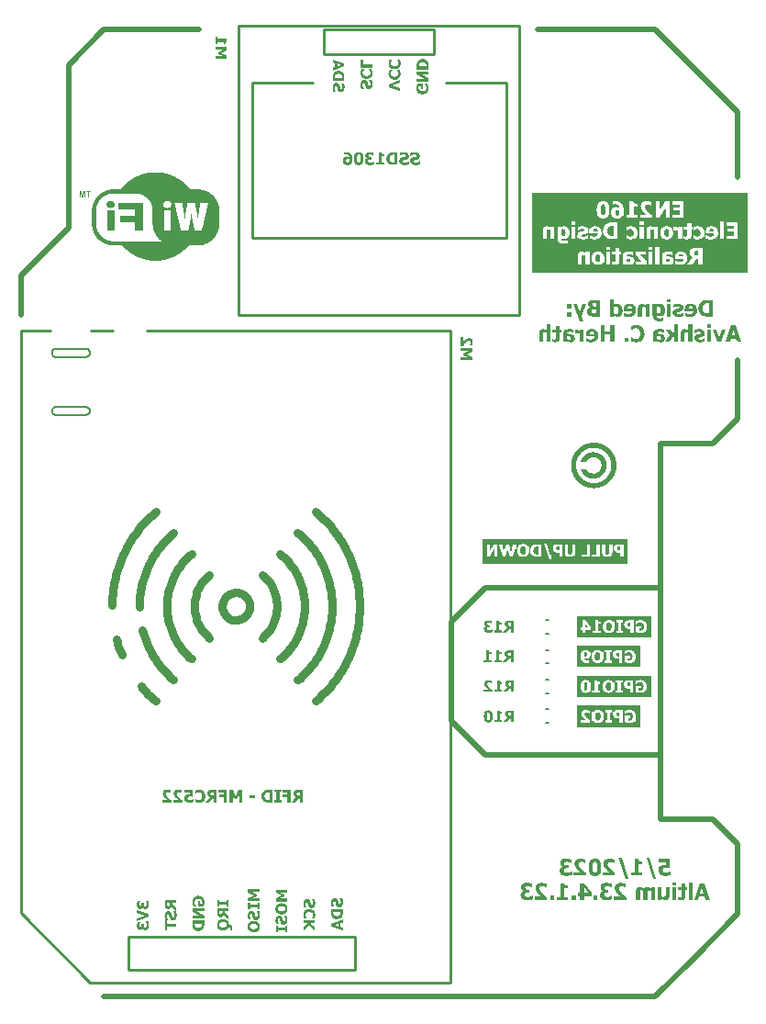
<source format=gbo>
G04*
G04 #@! TF.GenerationSoftware,Altium Limited,Altium Designer,23.4.1 (23)*
G04*
G04 Layer_Color=32896*
%FSLAX25Y25*%
%MOIN*%
G70*
G04*
G04 #@! TF.SameCoordinates,90884238-BF1D-4E64-AC19-F0AC37931AF7*
G04*
G04*
G04 #@! TF.FilePolarity,Positive*
G04*
G01*
G75*
%ADD10C,0.00787*%
%ADD16C,0.00800*%
%ADD17C,0.01000*%
%ADD18C,0.02000*%
%ADD88C,0.03000*%
G36*
X31840Y298724D02*
X31457D01*
Y300080D01*
X31423D01*
Y300185D01*
X31388D01*
Y300115D01*
X31353D01*
Y299941D01*
X31318D01*
Y299802D01*
X31283D01*
Y299698D01*
X31249D01*
Y299558D01*
X31214D01*
Y299385D01*
X31179D01*
Y299245D01*
X31144D01*
Y299141D01*
X31109D01*
Y298967D01*
X31075D01*
Y298863D01*
X31040D01*
Y298724D01*
X30588D01*
Y298828D01*
X30553D01*
Y298932D01*
X30518D01*
Y299141D01*
X30483D01*
Y299245D01*
X30448D01*
Y299385D01*
X30414D01*
Y299524D01*
X30379D01*
Y299628D01*
X30344D01*
Y299872D01*
X30309D01*
Y299976D01*
X30275D01*
Y300115D01*
X30240D01*
Y300185D01*
X30205D01*
Y300115D01*
X30170D01*
Y298724D01*
X29787D01*
Y300846D01*
X30414D01*
Y300811D01*
X30448D01*
Y300742D01*
X30483D01*
Y300637D01*
X30518D01*
Y300428D01*
X30553D01*
Y300324D01*
X30588D01*
Y300185D01*
X30622D01*
Y300080D01*
X30657D01*
Y299976D01*
X30692D01*
Y299732D01*
X30727D01*
Y299628D01*
X30762D01*
Y299524D01*
X30796D01*
Y299489D01*
X30831D01*
Y299524D01*
X30866D01*
Y299698D01*
X30901D01*
Y299802D01*
X30935D01*
Y299941D01*
X30970D01*
Y300046D01*
X31005D01*
Y300150D01*
X31040D01*
Y300359D01*
X31075D01*
Y300463D01*
X31109D01*
Y300602D01*
X31144D01*
Y300672D01*
X31179D01*
Y300811D01*
X31214D01*
Y300846D01*
X31840D01*
Y298724D01*
D02*
G37*
G36*
X33823Y300498D02*
X33232D01*
Y300463D01*
X33197D01*
Y298724D01*
X32779D01*
Y300463D01*
X32745D01*
Y300498D01*
X32118D01*
Y300846D01*
X33823D01*
Y300498D01*
D02*
G37*
G36*
X58700Y307700D02*
X58943D01*
Y307665D01*
X59291D01*
Y307630D01*
X59535D01*
Y307596D01*
X59709D01*
Y307561D01*
X60057D01*
Y307526D01*
X60196D01*
Y307491D01*
X60405D01*
Y307456D01*
X60544D01*
Y307422D01*
X60718D01*
Y307387D01*
X60892D01*
Y307352D01*
X61031D01*
Y307317D01*
X61205D01*
Y307282D01*
X61309D01*
Y307248D01*
X61449D01*
Y307213D01*
X61623D01*
Y307178D01*
X61727D01*
Y307143D01*
X61831D01*
Y307108D01*
X61936D01*
Y307074D01*
X62075D01*
Y307039D01*
X62179D01*
Y307004D01*
X62284D01*
Y306969D01*
X62388D01*
Y306934D01*
X62458D01*
Y306900D01*
X62597D01*
Y306865D01*
X62701D01*
Y306830D01*
X62805D01*
Y306795D01*
X62910D01*
Y306761D01*
X62980D01*
Y306726D01*
X63084D01*
Y306691D01*
X63153D01*
Y306656D01*
X63258D01*
Y306621D01*
X63327D01*
Y306587D01*
X63432D01*
Y306552D01*
X63501D01*
Y306517D01*
X63571D01*
Y306482D01*
X63675D01*
Y306447D01*
X63745D01*
Y306413D01*
X63849D01*
Y306378D01*
X63919D01*
Y306343D01*
X63989D01*
Y306308D01*
X64093D01*
Y306274D01*
X64128D01*
Y306239D01*
X64197D01*
Y306204D01*
X64267D01*
Y306169D01*
X64371D01*
Y306134D01*
X64441D01*
Y306100D01*
X64510D01*
Y306065D01*
X64580D01*
Y306030D01*
X64615D01*
Y305995D01*
X64719D01*
Y305960D01*
X64754D01*
Y305926D01*
X64824D01*
Y305891D01*
X64893D01*
Y305856D01*
X64963D01*
Y305821D01*
X65032D01*
Y305786D01*
X65102D01*
Y305752D01*
X65171D01*
Y305717D01*
X65206D01*
Y305682D01*
X65276D01*
Y305647D01*
X65345D01*
Y305612D01*
X65415D01*
Y305578D01*
X65450D01*
Y305543D01*
X65519D01*
Y305508D01*
X65554D01*
Y305473D01*
X65658D01*
Y305438D01*
X65693D01*
Y305404D01*
X65763D01*
Y305369D01*
X65798D01*
Y305334D01*
X65867D01*
Y305299D01*
X65937D01*
Y305264D01*
X65972D01*
Y305230D01*
X66041D01*
Y305195D01*
X66076D01*
Y305160D01*
X66146D01*
Y305125D01*
X66180D01*
Y305090D01*
X66250D01*
Y305056D01*
X66285D01*
Y305021D01*
X66320D01*
Y304986D01*
X66389D01*
Y304951D01*
X66459D01*
Y304917D01*
X66493D01*
Y304882D01*
X66528D01*
Y304847D01*
X66598D01*
Y304812D01*
X66633D01*
Y304777D01*
X66702D01*
Y304743D01*
X66737D01*
Y304708D01*
X66772D01*
Y304673D01*
X66841D01*
Y304638D01*
X66876D01*
Y304604D01*
X66911D01*
Y304569D01*
X66981D01*
Y304534D01*
X67015D01*
Y304499D01*
X67050D01*
Y304464D01*
X67120D01*
Y304430D01*
X67155D01*
Y304395D01*
X67189D01*
Y304360D01*
X67259D01*
Y304325D01*
X67294D01*
Y304290D01*
X67329D01*
Y304256D01*
X67363D01*
Y304221D01*
X67433D01*
Y304186D01*
X67468D01*
Y304151D01*
X67502D01*
Y304116D01*
X67537D01*
Y304082D01*
X67572D01*
Y304047D01*
X67642D01*
Y304012D01*
X67677D01*
Y303977D01*
X67711D01*
Y303942D01*
X67746D01*
Y303908D01*
X67816D01*
Y303873D01*
X67851D01*
Y303838D01*
X67885D01*
Y303803D01*
X67920D01*
Y303768D01*
X67955D01*
Y303734D01*
X67990D01*
Y303699D01*
X68024D01*
Y303664D01*
X68059D01*
Y303629D01*
X68094D01*
Y303594D01*
X68129D01*
Y303560D01*
X68198D01*
Y303525D01*
X68233D01*
Y303490D01*
X68268D01*
Y303455D01*
X68303D01*
Y303420D01*
X68338D01*
Y303386D01*
X68372D01*
Y303351D01*
X68407D01*
Y303316D01*
X68442D01*
Y303281D01*
X68477D01*
Y303246D01*
X68511D01*
Y303212D01*
X68546D01*
Y303177D01*
X68581D01*
Y303142D01*
X68616D01*
Y303107D01*
X68651D01*
Y303073D01*
X68686D01*
Y303038D01*
X68720D01*
Y303003D01*
X68755D01*
Y302968D01*
X68790D01*
Y302933D01*
X68825D01*
Y302899D01*
X68859D01*
Y302864D01*
X68894D01*
Y302829D01*
X68929D01*
Y302794D01*
X68964D01*
Y302759D01*
X68999D01*
Y302725D01*
X69033D01*
Y302690D01*
X69068D01*
Y302655D01*
X69103D01*
Y302620D01*
X69138D01*
Y302586D01*
X69173D01*
Y302551D01*
X69207D01*
Y302481D01*
X69242D01*
Y302446D01*
X69277D01*
Y302412D01*
X69312D01*
Y302377D01*
X69346D01*
Y302342D01*
X69381D01*
Y302307D01*
X69416D01*
Y302272D01*
X69451D01*
Y302238D01*
X69486D01*
Y302203D01*
X69520D01*
Y302133D01*
X69555D01*
Y302098D01*
X69590D01*
Y302064D01*
X69625D01*
Y302029D01*
X69660D01*
Y301994D01*
X69694D01*
Y301924D01*
X69729D01*
Y301890D01*
X69764D01*
Y301855D01*
X69799D01*
Y301820D01*
X69834D01*
Y301785D01*
X69868D01*
Y301716D01*
X69903D01*
Y301681D01*
X69938D01*
Y301646D01*
X69973D01*
Y301611D01*
X70042D01*
Y301576D01*
X73487D01*
Y301542D01*
X73765D01*
Y301507D01*
X73974D01*
Y301472D01*
X74287D01*
Y301437D01*
X74357D01*
Y301402D01*
X74531D01*
Y301368D01*
X74670D01*
Y301333D01*
X74774D01*
Y301298D01*
X74948D01*
Y301263D01*
X75052D01*
Y301228D01*
X75157D01*
Y301194D01*
X75261D01*
Y301159D01*
X75366D01*
Y301124D01*
X75470D01*
Y301089D01*
X75540D01*
Y301055D01*
X75644D01*
Y301020D01*
X75714D01*
Y300985D01*
X75818D01*
Y300950D01*
X75888D01*
Y300915D01*
X75957D01*
Y300881D01*
X76027D01*
Y300846D01*
X76096D01*
Y300811D01*
X76166D01*
Y300776D01*
X76236D01*
Y300742D01*
X76305D01*
Y300707D01*
X76375D01*
Y300672D01*
X76444D01*
Y300637D01*
X76514D01*
Y300602D01*
X76583D01*
Y300568D01*
X76653D01*
Y300533D01*
X76688D01*
Y300498D01*
X76757D01*
Y300463D01*
X76827D01*
Y300428D01*
X76862D01*
Y300394D01*
X76931D01*
Y300359D01*
X76966D01*
Y300324D01*
X77036D01*
Y300289D01*
X77070D01*
Y300254D01*
X77140D01*
Y300220D01*
X77175D01*
Y300185D01*
X77210D01*
Y300150D01*
X77279D01*
Y300115D01*
X77349D01*
Y300080D01*
X77384D01*
Y300046D01*
X77418D01*
Y300011D01*
X77453D01*
Y299976D01*
X77523D01*
Y299941D01*
X77558D01*
Y299906D01*
X77592D01*
Y299872D01*
X77627D01*
Y299837D01*
X77697D01*
Y299802D01*
X77732D01*
Y299767D01*
X77766D01*
Y299732D01*
X77801D01*
Y299698D01*
X77836D01*
Y299663D01*
X77905D01*
Y299628D01*
X77940D01*
Y299593D01*
X77975D01*
Y299558D01*
X78010D01*
Y299524D01*
X78045D01*
Y299489D01*
X78079D01*
Y299454D01*
X78114D01*
Y299419D01*
X78149D01*
Y299385D01*
X78184D01*
Y299350D01*
X78219D01*
Y299315D01*
X78253D01*
Y299280D01*
X78288D01*
Y299245D01*
X78323D01*
Y299211D01*
X78358D01*
Y299176D01*
X78393D01*
Y299141D01*
X78427D01*
Y299106D01*
X78462D01*
Y299071D01*
X78497D01*
Y299037D01*
X78532D01*
Y299002D01*
X78566D01*
Y298967D01*
X78601D01*
Y298897D01*
X78636D01*
Y298863D01*
X78671D01*
Y298828D01*
X78706D01*
Y298793D01*
X78741D01*
Y298758D01*
X78775D01*
Y298724D01*
X78810D01*
Y298689D01*
X78845D01*
Y298619D01*
X78880D01*
Y298584D01*
X78914D01*
Y298550D01*
X78949D01*
Y298480D01*
X78984D01*
Y298445D01*
X79019D01*
Y298376D01*
X79054D01*
Y298341D01*
X79088D01*
Y298306D01*
X79123D01*
Y298236D01*
X79158D01*
Y298202D01*
X79193D01*
Y298132D01*
X79228D01*
Y298097D01*
X79262D01*
Y298028D01*
X79297D01*
Y297993D01*
X79332D01*
Y297923D01*
X79367D01*
Y297854D01*
X79402D01*
Y297819D01*
X79436D01*
Y297784D01*
X79471D01*
Y297714D01*
X79506D01*
Y297645D01*
X79541D01*
Y297575D01*
X79576D01*
Y297541D01*
X79610D01*
Y297471D01*
X79645D01*
Y297401D01*
X79680D01*
Y297332D01*
X79715D01*
Y297227D01*
X79750D01*
Y297193D01*
X79784D01*
Y297123D01*
X79819D01*
Y297054D01*
X79854D01*
Y296949D01*
X79889D01*
Y296880D01*
X79923D01*
Y296810D01*
X79958D01*
Y296706D01*
X79993D01*
Y296636D01*
X80028D01*
Y296532D01*
X80063D01*
Y296427D01*
X80097D01*
Y296358D01*
X80132D01*
Y296253D01*
X80167D01*
Y296149D01*
X80202D01*
Y296010D01*
X80237D01*
Y295905D01*
X80271D01*
Y295766D01*
X80306D01*
Y295662D01*
X80341D01*
Y295557D01*
X80376D01*
Y295279D01*
X80411D01*
Y295140D01*
X80445D01*
Y294931D01*
X80480D01*
Y294722D01*
X80515D01*
Y294409D01*
X80550D01*
Y288390D01*
X80515D01*
Y288112D01*
X80480D01*
Y287903D01*
X80445D01*
Y287660D01*
X80411D01*
Y287555D01*
X80376D01*
Y287277D01*
X80341D01*
Y287172D01*
X80306D01*
Y287068D01*
X80271D01*
Y286929D01*
X80237D01*
Y286824D01*
X80202D01*
Y286650D01*
X80167D01*
Y286581D01*
X80132D01*
Y286476D01*
X80097D01*
Y286407D01*
X80063D01*
Y286303D01*
X80028D01*
Y286163D01*
X79993D01*
Y286129D01*
X79958D01*
Y286024D01*
X79923D01*
Y285955D01*
X79889D01*
Y285885D01*
X79854D01*
Y285781D01*
X79819D01*
Y285711D01*
X79784D01*
Y285642D01*
X79750D01*
Y285607D01*
X79715D01*
Y285502D01*
X79680D01*
Y285433D01*
X79645D01*
Y285363D01*
X79610D01*
Y285294D01*
X79576D01*
Y285259D01*
X79541D01*
Y285154D01*
X79506D01*
Y285120D01*
X79471D01*
Y285050D01*
X79436D01*
Y285015D01*
X79402D01*
Y284946D01*
X79367D01*
Y284876D01*
X79332D01*
Y284841D01*
X79297D01*
Y284772D01*
X79262D01*
Y284737D01*
X79228D01*
Y284702D01*
X79193D01*
Y284632D01*
X79158D01*
Y284563D01*
X79123D01*
Y284528D01*
X79088D01*
Y284493D01*
X79054D01*
Y284424D01*
X79019D01*
Y284389D01*
X78984D01*
Y284354D01*
X78949D01*
Y284285D01*
X78914D01*
Y284250D01*
X78880D01*
Y284215D01*
X78845D01*
Y284145D01*
X78810D01*
Y284111D01*
X78775D01*
Y284076D01*
X78741D01*
Y284041D01*
X78706D01*
Y284006D01*
X78671D01*
Y283937D01*
X78636D01*
Y283902D01*
X78601D01*
Y283867D01*
X78566D01*
Y283832D01*
X78532D01*
Y283798D01*
X78497D01*
Y283763D01*
X78462D01*
Y283728D01*
X78427D01*
Y283693D01*
X78393D01*
Y283658D01*
X78358D01*
Y283624D01*
X78323D01*
Y283589D01*
X78288D01*
Y283519D01*
X78219D01*
Y283484D01*
X78184D01*
Y283450D01*
X78149D01*
Y283415D01*
X78114D01*
Y283345D01*
X78045D01*
Y283310D01*
X78010D01*
Y283276D01*
X77975D01*
Y283241D01*
X77940D01*
Y283206D01*
X77905D01*
Y283171D01*
X77871D01*
Y283136D01*
X77801D01*
Y283102D01*
X77766D01*
Y283067D01*
X77732D01*
Y283032D01*
X77697D01*
Y282997D01*
X77662D01*
Y282962D01*
X77627D01*
Y282928D01*
X77558D01*
Y282893D01*
X77523D01*
Y282858D01*
X77488D01*
Y282823D01*
X77453D01*
Y282788D01*
X77384D01*
Y282754D01*
X77349D01*
Y282719D01*
X77279D01*
Y282684D01*
X77244D01*
Y282649D01*
X77210D01*
Y282615D01*
X77140D01*
Y282580D01*
X77105D01*
Y282545D01*
X77036D01*
Y282510D01*
X77001D01*
Y282475D01*
X76931D01*
Y282441D01*
X76862D01*
Y282406D01*
X76827D01*
Y282371D01*
X76757D01*
Y282336D01*
X76723D01*
Y282301D01*
X76653D01*
Y282267D01*
X76583D01*
Y282232D01*
X76514D01*
Y282197D01*
X76444D01*
Y282162D01*
X76409D01*
Y282127D01*
X76305D01*
Y282093D01*
X76270D01*
Y282058D01*
X76201D01*
Y282023D01*
X76131D01*
Y281988D01*
X76061D01*
Y281954D01*
X75957D01*
Y281919D01*
X75888D01*
Y281884D01*
X75818D01*
Y281849D01*
X75748D01*
Y281814D01*
X75679D01*
Y281780D01*
X75540D01*
Y281745D01*
X75470D01*
Y281710D01*
X75366D01*
Y281675D01*
X75296D01*
Y281640D01*
X75192D01*
Y281606D01*
X75052D01*
Y281571D01*
X74948D01*
Y281536D01*
X74809D01*
Y281501D01*
X74739D01*
Y281466D01*
X74600D01*
Y281432D01*
X74391D01*
Y281397D01*
X74252D01*
Y281362D01*
X74009D01*
Y281327D01*
X73870D01*
Y281292D01*
X73591D01*
Y281258D01*
X72930D01*
Y281223D01*
X69451D01*
Y281188D01*
X69416D01*
Y281118D01*
X69381D01*
Y281084D01*
X69346D01*
Y281049D01*
X69312D01*
Y281014D01*
X69277D01*
Y280979D01*
X69242D01*
Y280944D01*
X69207D01*
Y280910D01*
X69173D01*
Y280875D01*
X69138D01*
Y280840D01*
X69103D01*
Y280805D01*
X69068D01*
Y280770D01*
X69033D01*
Y280701D01*
X68999D01*
Y280666D01*
X68964D01*
Y280631D01*
X68929D01*
Y280597D01*
X68894D01*
Y280562D01*
X68859D01*
Y280527D01*
X68825D01*
Y280492D01*
X68790D01*
Y280457D01*
X68755D01*
Y280423D01*
X68720D01*
Y280388D01*
X68686D01*
Y280353D01*
X68651D01*
Y280318D01*
X68616D01*
Y280283D01*
X68581D01*
Y280249D01*
X68546D01*
Y280214D01*
X68511D01*
Y280179D01*
X68477D01*
Y280144D01*
X68442D01*
Y280110D01*
X68407D01*
Y280075D01*
X68372D01*
Y280040D01*
X68303D01*
Y280005D01*
X68268D01*
Y279970D01*
X68233D01*
Y279936D01*
X68198D01*
Y279901D01*
X68164D01*
Y279866D01*
X68129D01*
Y279831D01*
X68094D01*
Y279796D01*
X68059D01*
Y279762D01*
X68024D01*
Y279727D01*
X67990D01*
Y279692D01*
X67920D01*
Y279657D01*
X67885D01*
Y279622D01*
X67851D01*
Y279588D01*
X67816D01*
Y279553D01*
X67781D01*
Y279518D01*
X67746D01*
Y279483D01*
X67677D01*
Y279448D01*
X67642D01*
Y279414D01*
X67607D01*
Y279379D01*
X67572D01*
Y279344D01*
X67537D01*
Y279309D01*
X67502D01*
Y279274D01*
X67433D01*
Y279240D01*
X67398D01*
Y279205D01*
X67363D01*
Y279170D01*
X67329D01*
Y279135D01*
X67259D01*
Y279100D01*
X67224D01*
Y279066D01*
X67189D01*
Y279031D01*
X67120D01*
Y278996D01*
X67085D01*
Y278961D01*
X67050D01*
Y278926D01*
X67015D01*
Y278892D01*
X66981D01*
Y278857D01*
X66911D01*
Y278822D01*
X66841D01*
Y278787D01*
X66807D01*
Y278753D01*
X66772D01*
Y278718D01*
X66737D01*
Y278683D01*
X66667D01*
Y278648D01*
X66633D01*
Y278613D01*
X66563D01*
Y278579D01*
X66528D01*
Y278544D01*
X66459D01*
Y278509D01*
X66424D01*
Y278474D01*
X66354D01*
Y278439D01*
X66320D01*
Y278405D01*
X66285D01*
Y278370D01*
X66215D01*
Y278335D01*
X66180D01*
Y278300D01*
X66111D01*
Y278266D01*
X66041D01*
Y278231D01*
X66006D01*
Y278196D01*
X65937D01*
Y278161D01*
X65902D01*
Y278126D01*
X65833D01*
Y278092D01*
X65763D01*
Y278057D01*
X65728D01*
Y278022D01*
X65658D01*
Y277987D01*
X65624D01*
Y277952D01*
X65554D01*
Y277918D01*
X65485D01*
Y277883D01*
X65450D01*
Y277848D01*
X65380D01*
Y277813D01*
X65345D01*
Y277778D01*
X65241D01*
Y277744D01*
X65206D01*
Y277709D01*
X65137D01*
Y277674D01*
X65067D01*
Y277639D01*
X65032D01*
Y277604D01*
X64928D01*
Y277570D01*
X64893D01*
Y277535D01*
X64789D01*
Y277500D01*
X64754D01*
Y277465D01*
X64684D01*
Y277431D01*
X64580D01*
Y277396D01*
X64545D01*
Y277361D01*
X64476D01*
Y277326D01*
X64406D01*
Y277291D01*
X64336D01*
Y277256D01*
X64232D01*
Y277222D01*
X64162D01*
Y277187D01*
X64093D01*
Y277152D01*
X64058D01*
Y277117D01*
X63954D01*
Y277082D01*
X63884D01*
Y277048D01*
X63815D01*
Y277013D01*
X63710D01*
Y276978D01*
X63640D01*
Y276943D01*
X63571D01*
Y276909D01*
X63467D01*
Y276874D01*
X63362D01*
Y276839D01*
X63293D01*
Y276804D01*
X63223D01*
Y276769D01*
X63119D01*
Y276735D01*
X63014D01*
Y276700D01*
X62945D01*
Y276665D01*
X62840D01*
Y276630D01*
X62771D01*
Y276595D01*
X62632D01*
Y276561D01*
X62562D01*
Y276526D01*
X62423D01*
Y276491D01*
X62353D01*
Y276456D01*
X62249D01*
Y276421D01*
X62144D01*
Y276387D01*
X62005D01*
Y276352D01*
X61866D01*
Y276317D01*
X61796D01*
Y276282D01*
X61657D01*
Y276248D01*
X61553D01*
Y276213D01*
X61379D01*
Y276178D01*
X61240D01*
Y276143D01*
X61136D01*
Y276108D01*
X60962D01*
Y276074D01*
X60857D01*
Y276039D01*
X60648D01*
Y276004D01*
X60474D01*
Y275969D01*
X60335D01*
Y275934D01*
X60092D01*
Y275900D01*
X59987D01*
Y275865D01*
X59605D01*
Y275830D01*
X59396D01*
Y275795D01*
X59152D01*
Y275760D01*
X58770D01*
Y275726D01*
X58491D01*
Y275691D01*
X56230D01*
Y275726D01*
X55951D01*
Y275760D01*
X55569D01*
Y275795D01*
X55290D01*
Y275830D01*
X55116D01*
Y275865D01*
X54734D01*
Y275900D01*
X54629D01*
Y275934D01*
X54386D01*
Y275969D01*
X54246D01*
Y276004D01*
X54107D01*
Y276039D01*
X53864D01*
Y276074D01*
X53759D01*
Y276108D01*
X53585D01*
Y276143D01*
X53481D01*
Y276178D01*
X53342D01*
Y276213D01*
X53168D01*
Y276248D01*
X53064D01*
Y276282D01*
X52924D01*
Y276317D01*
X52855D01*
Y276352D01*
X52716D01*
Y276387D01*
X52577D01*
Y276421D01*
X52472D01*
Y276456D01*
X52368D01*
Y276491D01*
X52298D01*
Y276526D01*
X52159D01*
Y276561D01*
X52089D01*
Y276595D01*
X51950D01*
Y276630D01*
X51881D01*
Y276665D01*
X51776D01*
Y276700D01*
X51672D01*
Y276735D01*
X51602D01*
Y276769D01*
X51498D01*
Y276804D01*
X51428D01*
Y276839D01*
X51324D01*
Y276874D01*
X51254D01*
Y276909D01*
X51150D01*
Y276943D01*
X51080D01*
Y276978D01*
X51011D01*
Y277013D01*
X50906D01*
Y277048D01*
X50837D01*
Y277082D01*
X50767D01*
Y277117D01*
X50663D01*
Y277152D01*
X50628D01*
Y277187D01*
X50524D01*
Y277222D01*
X50454D01*
Y277256D01*
X50385D01*
Y277291D01*
X50315D01*
Y277326D01*
X50245D01*
Y277361D01*
X50176D01*
Y277396D01*
X50141D01*
Y277431D01*
X50037D01*
Y277465D01*
X49967D01*
Y277500D01*
X49897D01*
Y277535D01*
X49863D01*
Y277570D01*
X49793D01*
Y277604D01*
X49689D01*
Y277639D01*
X49654D01*
Y277674D01*
X49584D01*
Y277709D01*
X49515D01*
Y277744D01*
X49480D01*
Y277778D01*
X49410D01*
Y277813D01*
X49341D01*
Y277848D01*
X49271D01*
Y277883D01*
X49236D01*
Y277918D01*
X49167D01*
Y277952D01*
X49097D01*
Y277987D01*
X49062D01*
Y278022D01*
X48993D01*
Y278057D01*
X48958D01*
Y278092D01*
X48888D01*
Y278126D01*
X48819D01*
Y278161D01*
X48784D01*
Y278196D01*
X48715D01*
Y278231D01*
X48680D01*
Y278266D01*
X48610D01*
Y278300D01*
X48541D01*
Y278335D01*
X48506D01*
Y278370D01*
X48436D01*
Y278405D01*
X48401D01*
Y278439D01*
X48367D01*
Y278474D01*
X48297D01*
Y278509D01*
X48262D01*
Y278544D01*
X48193D01*
Y278579D01*
X48158D01*
Y278613D01*
X48088D01*
Y278648D01*
X48053D01*
Y278683D01*
X47984D01*
Y278718D01*
X47949D01*
Y278753D01*
X47914D01*
Y278787D01*
X47845D01*
Y278822D01*
X47810D01*
Y278857D01*
X47740D01*
Y278892D01*
X47706D01*
Y278926D01*
X47671D01*
Y278961D01*
X47636D01*
Y278996D01*
X47566D01*
Y279031D01*
X47532D01*
Y279066D01*
X47497D01*
Y279100D01*
X47462D01*
Y279135D01*
X47392D01*
Y279170D01*
X47358D01*
Y279205D01*
X47323D01*
Y279240D01*
X47288D01*
Y279274D01*
X47218D01*
Y279309D01*
X47184D01*
Y279344D01*
X47149D01*
Y279379D01*
X47114D01*
Y279414D01*
X47079D01*
Y279448D01*
X47045D01*
Y279483D01*
X46975D01*
Y279518D01*
X46940D01*
Y279553D01*
X46905D01*
Y279588D01*
X46870D01*
Y279622D01*
X46836D01*
Y279657D01*
X46801D01*
Y279692D01*
X46731D01*
Y279727D01*
X46697D01*
Y279762D01*
X46662D01*
Y279796D01*
X46627D01*
Y279831D01*
X46592D01*
Y279866D01*
X46557D01*
Y279901D01*
X46523D01*
Y279936D01*
X46488D01*
Y279970D01*
X46453D01*
Y280005D01*
X46383D01*
Y280040D01*
X46349D01*
Y280075D01*
X46314D01*
Y280110D01*
X46279D01*
Y280144D01*
X46244D01*
Y280179D01*
X46209D01*
Y280214D01*
X46175D01*
Y280249D01*
X46140D01*
Y280283D01*
X46105D01*
Y280318D01*
X46070D01*
Y280353D01*
X46036D01*
Y280388D01*
X46001D01*
Y280423D01*
X45966D01*
Y280457D01*
X45931D01*
Y280492D01*
X45896D01*
Y280527D01*
X45862D01*
Y280562D01*
X45827D01*
Y280597D01*
X45792D01*
Y280631D01*
X45757D01*
Y280666D01*
X45722D01*
Y280701D01*
X45687D01*
Y280736D01*
X45653D01*
Y280805D01*
X45618D01*
Y280840D01*
X45583D01*
Y280875D01*
X45548D01*
Y280910D01*
X45514D01*
Y280944D01*
X45479D01*
Y280979D01*
X45444D01*
Y281014D01*
X45409D01*
Y281049D01*
X45374D01*
Y281084D01*
X45340D01*
Y281118D01*
X45305D01*
Y281188D01*
X45270D01*
Y281223D01*
X41895D01*
Y281258D01*
X41234D01*
Y281292D01*
X40956D01*
Y281327D01*
X40817D01*
Y281362D01*
X40573D01*
Y281397D01*
X40434D01*
Y281432D01*
X40260D01*
Y281466D01*
X40121D01*
Y281501D01*
X40016D01*
Y281536D01*
X39877D01*
Y281571D01*
X39773D01*
Y281606D01*
X39634D01*
Y281640D01*
X39564D01*
Y281675D01*
X39460D01*
Y281710D01*
X39355D01*
Y281745D01*
X39286D01*
Y281780D01*
X39181D01*
Y281814D01*
X39112D01*
Y281849D01*
X39007D01*
Y281884D01*
X38938D01*
Y281919D01*
X38868D01*
Y281954D01*
X38764D01*
Y281988D01*
X38729D01*
Y282023D01*
X38660D01*
Y282058D01*
X38590D01*
Y282093D01*
X38520D01*
Y282127D01*
X38416D01*
Y282162D01*
X38381D01*
Y282197D01*
X38311D01*
Y282232D01*
X38277D01*
Y282267D01*
X38207D01*
Y282301D01*
X38138D01*
Y282336D01*
X38068D01*
Y282371D01*
X38033D01*
Y282406D01*
X37964D01*
Y282441D01*
X37894D01*
Y282475D01*
X37859D01*
Y282510D01*
X37790D01*
Y282545D01*
X37755D01*
Y282580D01*
X37720D01*
Y282615D01*
X37650D01*
Y282649D01*
X37581D01*
Y282684D01*
X37546D01*
Y282719D01*
X37511D01*
Y282754D01*
X37477D01*
Y282788D01*
X37407D01*
Y282823D01*
X37372D01*
Y282858D01*
X37303D01*
Y282893D01*
X37268D01*
Y282928D01*
X37233D01*
Y282962D01*
X37198D01*
Y282997D01*
X37129D01*
Y283032D01*
X37094D01*
Y283067D01*
X37059D01*
Y283102D01*
X37024D01*
Y283136D01*
X36989D01*
Y283171D01*
X36955D01*
Y283206D01*
X36885D01*
Y283241D01*
X36850D01*
Y283276D01*
X36815D01*
Y283310D01*
X36781D01*
Y283345D01*
X36746D01*
Y283380D01*
X36711D01*
Y283415D01*
X36676D01*
Y283450D01*
X36641D01*
Y283484D01*
X36607D01*
Y283519D01*
X36572D01*
Y283554D01*
X36537D01*
Y283589D01*
X36502D01*
Y283624D01*
X36467D01*
Y283658D01*
X36433D01*
Y283693D01*
X36398D01*
Y283728D01*
X36363D01*
Y283763D01*
X36328D01*
Y283798D01*
X36294D01*
Y283832D01*
X36259D01*
Y283867D01*
X36224D01*
Y283937D01*
X36189D01*
Y283972D01*
X36154D01*
Y284006D01*
X36120D01*
Y284041D01*
X36085D01*
Y284076D01*
X36050D01*
Y284145D01*
X36015D01*
Y284180D01*
X35980D01*
Y284215D01*
X35946D01*
Y284285D01*
X35911D01*
Y284319D01*
X35876D01*
Y284354D01*
X35841D01*
Y284424D01*
X35807D01*
Y284458D01*
X35772D01*
Y284493D01*
X35737D01*
Y284528D01*
X35702D01*
Y284598D01*
X35667D01*
Y284667D01*
X35633D01*
Y284702D01*
X35598D01*
Y284772D01*
X35563D01*
Y284806D01*
X35528D01*
Y284876D01*
X35493D01*
Y284911D01*
X35458D01*
Y284980D01*
X35424D01*
Y285015D01*
X35389D01*
Y285085D01*
X35354D01*
Y285154D01*
X35319D01*
Y285224D01*
X35285D01*
Y285259D01*
X35250D01*
Y285328D01*
X35215D01*
Y285398D01*
X35180D01*
Y285468D01*
X35145D01*
Y285537D01*
X35111D01*
Y285607D01*
X35076D01*
Y285676D01*
X35041D01*
Y285746D01*
X35006D01*
Y285816D01*
X34971D01*
Y285885D01*
X34937D01*
Y285989D01*
X34902D01*
Y286059D01*
X34867D01*
Y286129D01*
X34832D01*
Y286233D01*
X34797D01*
Y286337D01*
X34763D01*
Y286442D01*
X34728D01*
Y286511D01*
X34693D01*
Y286616D01*
X34658D01*
Y286755D01*
X34624D01*
Y286859D01*
X34589D01*
Y286964D01*
X34554D01*
Y287068D01*
X34519D01*
Y287242D01*
X34484D01*
Y287381D01*
X34450D01*
Y287590D01*
X34415D01*
Y287764D01*
X34380D01*
Y287938D01*
X34345D01*
Y288251D01*
X34310D01*
Y288808D01*
X34276D01*
Y294061D01*
X34310D01*
Y294583D01*
X34345D01*
Y294896D01*
X34380D01*
Y295070D01*
X34415D01*
Y295244D01*
X34450D01*
Y295453D01*
X34484D01*
Y295592D01*
X34519D01*
Y295766D01*
X34554D01*
Y295870D01*
X34589D01*
Y295975D01*
X34624D01*
Y296114D01*
X34658D01*
Y296218D01*
X34693D01*
Y296323D01*
X34728D01*
Y296392D01*
X34763D01*
Y296497D01*
X34797D01*
Y296601D01*
X34832D01*
Y296671D01*
X34867D01*
Y296775D01*
X34902D01*
Y296845D01*
X34937D01*
Y296949D01*
X34971D01*
Y297019D01*
X35006D01*
Y297088D01*
X35041D01*
Y297158D01*
X35076D01*
Y297227D01*
X35111D01*
Y297297D01*
X35145D01*
Y297332D01*
X35180D01*
Y297436D01*
X35215D01*
Y297506D01*
X35250D01*
Y297541D01*
X35285D01*
Y297610D01*
X35319D01*
Y297680D01*
X35354D01*
Y297749D01*
X35389D01*
Y297819D01*
X35424D01*
Y297854D01*
X35458D01*
Y297923D01*
X35493D01*
Y297958D01*
X35528D01*
Y298028D01*
X35563D01*
Y298062D01*
X35598D01*
Y298132D01*
X35633D01*
Y298167D01*
X35667D01*
Y298236D01*
X35702D01*
Y298271D01*
X35737D01*
Y298341D01*
X35772D01*
Y298376D01*
X35807D01*
Y298410D01*
X35841D01*
Y298480D01*
X35876D01*
Y298515D01*
X35911D01*
Y298550D01*
X35946D01*
Y298619D01*
X35980D01*
Y298654D01*
X36015D01*
Y298689D01*
X36050D01*
Y298724D01*
X36085D01*
Y298793D01*
X36120D01*
Y298828D01*
X36154D01*
Y298863D01*
X36189D01*
Y298897D01*
X36224D01*
Y298932D01*
X36259D01*
Y298967D01*
X36294D01*
Y299002D01*
X36328D01*
Y299071D01*
X36363D01*
Y299106D01*
X36398D01*
Y299141D01*
X36433D01*
Y299176D01*
X36467D01*
Y299211D01*
X36502D01*
Y299245D01*
X36537D01*
Y299280D01*
X36572D01*
Y299315D01*
X36607D01*
Y299350D01*
X36641D01*
Y299385D01*
X36676D01*
Y299419D01*
X36711D01*
Y299454D01*
X36746D01*
Y299489D01*
X36781D01*
Y299524D01*
X36815D01*
Y299558D01*
X36885D01*
Y299593D01*
X36920D01*
Y299628D01*
X36955D01*
Y299663D01*
X36989D01*
Y299698D01*
X37024D01*
Y299732D01*
X37059D01*
Y299767D01*
X37129D01*
Y299802D01*
X37163D01*
Y299837D01*
X37198D01*
Y299872D01*
X37233D01*
Y299906D01*
X37268D01*
Y299941D01*
X37337D01*
Y299976D01*
X37372D01*
Y300011D01*
X37407D01*
Y300046D01*
X37442D01*
Y300080D01*
X37511D01*
Y300115D01*
X37546D01*
Y300150D01*
X37616D01*
Y300185D01*
X37650D01*
Y300220D01*
X37720D01*
Y300254D01*
X37755D01*
Y300289D01*
X37824D01*
Y300324D01*
X37859D01*
Y300359D01*
X37929D01*
Y300394D01*
X37964D01*
Y300428D01*
X38033D01*
Y300463D01*
X38103D01*
Y300498D01*
X38138D01*
Y300533D01*
X38207D01*
Y300568D01*
X38277D01*
Y300602D01*
X38311D01*
Y300637D01*
X38416D01*
Y300672D01*
X38451D01*
Y300707D01*
X38520D01*
Y300742D01*
X38590D01*
Y300776D01*
X38660D01*
Y300811D01*
X38764D01*
Y300846D01*
X38799D01*
Y300881D01*
X38868D01*
Y300915D01*
X38938D01*
Y300950D01*
X39007D01*
Y300985D01*
X39147D01*
Y301020D01*
X39216D01*
Y301055D01*
X39286D01*
Y301089D01*
X39355D01*
Y301124D01*
X39494D01*
Y301159D01*
X39599D01*
Y301194D01*
X39668D01*
Y301228D01*
X39808D01*
Y301263D01*
X39877D01*
Y301298D01*
X40051D01*
Y301333D01*
X40190D01*
Y301368D01*
X40295D01*
Y301402D01*
X40469D01*
Y301437D01*
X40573D01*
Y301472D01*
X40851D01*
Y301507D01*
X41060D01*
Y301542D01*
X41339D01*
Y301576D01*
X44679D01*
Y301611D01*
X44748D01*
Y301646D01*
X44783D01*
Y301681D01*
X44818D01*
Y301716D01*
X44853D01*
Y301750D01*
X44887D01*
Y301820D01*
X44922D01*
Y301855D01*
X44957D01*
Y301890D01*
X44992D01*
Y301959D01*
X45026D01*
Y301994D01*
X45061D01*
Y302029D01*
X45096D01*
Y302064D01*
X45131D01*
Y302098D01*
X45166D01*
Y302133D01*
X45200D01*
Y302168D01*
X45235D01*
Y302238D01*
X45270D01*
Y302272D01*
X45305D01*
Y302307D01*
X45340D01*
Y302342D01*
X45374D01*
Y302377D01*
X45409D01*
Y302412D01*
X45444D01*
Y302446D01*
X45479D01*
Y302516D01*
X45514D01*
Y302551D01*
X45548D01*
Y302586D01*
X45583D01*
Y302620D01*
X45618D01*
Y302655D01*
X45653D01*
Y302690D01*
X45687D01*
Y302725D01*
X45722D01*
Y302759D01*
X45757D01*
Y302794D01*
X45792D01*
Y302829D01*
X45827D01*
Y302864D01*
X45862D01*
Y302899D01*
X45896D01*
Y302933D01*
X45931D01*
Y302968D01*
X45966D01*
Y303003D01*
X46001D01*
Y303038D01*
X46036D01*
Y303073D01*
X46070D01*
Y303107D01*
X46105D01*
Y303142D01*
X46140D01*
Y303177D01*
X46175D01*
Y303212D01*
X46209D01*
Y303246D01*
X46244D01*
Y303281D01*
X46279D01*
Y303316D01*
X46314D01*
Y303351D01*
X46349D01*
Y303386D01*
X46383D01*
Y303420D01*
X46418D01*
Y303455D01*
X46453D01*
Y303490D01*
X46488D01*
Y303525D01*
X46523D01*
Y303560D01*
X46557D01*
Y303594D01*
X46627D01*
Y303629D01*
X46662D01*
Y303664D01*
X46697D01*
Y303699D01*
X46731D01*
Y303734D01*
X46766D01*
Y303768D01*
X46801D01*
Y303803D01*
X46836D01*
Y303838D01*
X46870D01*
Y303873D01*
X46905D01*
Y303908D01*
X46975D01*
Y303942D01*
X47010D01*
Y303977D01*
X47045D01*
Y304012D01*
X47079D01*
Y304047D01*
X47149D01*
Y304082D01*
X47184D01*
Y304116D01*
X47218D01*
Y304151D01*
X47253D01*
Y304186D01*
X47288D01*
Y304221D01*
X47358D01*
Y304256D01*
X47392D01*
Y304290D01*
X47427D01*
Y304325D01*
X47497D01*
Y304360D01*
X47532D01*
Y304395D01*
X47566D01*
Y304430D01*
X47601D01*
Y304464D01*
X47671D01*
Y304499D01*
X47706D01*
Y304534D01*
X47740D01*
Y304569D01*
X47810D01*
Y304604D01*
X47845D01*
Y304638D01*
X47879D01*
Y304673D01*
X47949D01*
Y304708D01*
X47984D01*
Y304743D01*
X48019D01*
Y304777D01*
X48088D01*
Y304812D01*
X48123D01*
Y304847D01*
X48193D01*
Y304882D01*
X48227D01*
Y304917D01*
X48262D01*
Y304951D01*
X48332D01*
Y304986D01*
X48401D01*
Y305021D01*
X48436D01*
Y305056D01*
X48471D01*
Y305090D01*
X48541D01*
Y305125D01*
X48575D01*
Y305160D01*
X48645D01*
Y305195D01*
X48680D01*
Y305230D01*
X48749D01*
Y305264D01*
X48784D01*
Y305299D01*
X48854D01*
Y305334D01*
X48923D01*
Y305369D01*
X48958D01*
Y305404D01*
X49028D01*
Y305438D01*
X49062D01*
Y305473D01*
X49167D01*
Y305508D01*
X49202D01*
Y305543D01*
X49271D01*
Y305578D01*
X49306D01*
Y305612D01*
X49376D01*
Y305647D01*
X49445D01*
Y305682D01*
X49515D01*
Y305717D01*
X49549D01*
Y305752D01*
X49619D01*
Y305786D01*
X49689D01*
Y305821D01*
X49758D01*
Y305856D01*
X49828D01*
Y305891D01*
X49897D01*
Y305926D01*
X49932D01*
Y305960D01*
X50002D01*
Y305995D01*
X50106D01*
Y306030D01*
X50141D01*
Y306065D01*
X50245D01*
Y306100D01*
X50280D01*
Y306134D01*
X50350D01*
Y306169D01*
X50454D01*
Y306204D01*
X50489D01*
Y306239D01*
X50593D01*
Y306274D01*
X50628D01*
Y306308D01*
X50732D01*
Y306343D01*
X50802D01*
Y306378D01*
X50872D01*
Y306413D01*
X50976D01*
Y306447D01*
X51046D01*
Y306482D01*
X51150D01*
Y306517D01*
X51220D01*
Y306552D01*
X51289D01*
Y306587D01*
X51394D01*
Y306621D01*
X51463D01*
Y306656D01*
X51568D01*
Y306691D01*
X51637D01*
Y306726D01*
X51741D01*
Y306761D01*
X51811D01*
Y306795D01*
X51915D01*
Y306830D01*
X52020D01*
Y306865D01*
X52124D01*
Y306900D01*
X52228D01*
Y306934D01*
X52333D01*
Y306969D01*
X52437D01*
Y307004D01*
X52542D01*
Y307039D01*
X52681D01*
Y307074D01*
X52785D01*
Y307108D01*
X52890D01*
Y307143D01*
X52994D01*
Y307178D01*
X53098D01*
Y307213D01*
X53272D01*
Y307248D01*
X53412D01*
Y307282D01*
X53516D01*
Y307317D01*
X53690D01*
Y307352D01*
X53829D01*
Y307387D01*
X54038D01*
Y307422D01*
X54177D01*
Y307456D01*
X54316D01*
Y307491D01*
X54525D01*
Y307526D01*
X54664D01*
Y307561D01*
X55012D01*
Y307596D01*
X55186D01*
Y307630D01*
X55430D01*
Y307665D01*
X55777D01*
Y307700D01*
X56021D01*
Y307735D01*
X58700D01*
Y307700D01*
D02*
G37*
G36*
X217173Y209595D02*
X217550D01*
Y209578D01*
X217566D01*
Y209546D01*
X217877D01*
Y209513D01*
X218106D01*
Y209480D01*
X218122D01*
Y209464D01*
X218302D01*
Y209480D01*
X218319D01*
Y209464D01*
X218335D01*
Y209448D01*
X218352D01*
Y209431D01*
X218499D01*
Y209399D01*
X218532D01*
Y209382D01*
X218548D01*
Y209399D01*
X218646D01*
Y209382D01*
X218663D01*
Y209349D01*
X218810D01*
Y209333D01*
X218826D01*
Y209317D01*
X218924D01*
Y209300D01*
X218941D01*
Y209284D01*
X218957D01*
Y209268D01*
X219006D01*
Y209284D01*
X219023D01*
Y209268D01*
X219055D01*
Y209235D01*
X219170D01*
Y209202D01*
X219203D01*
Y209186D01*
X219219D01*
Y209202D01*
X219268D01*
Y209186D01*
X219284D01*
Y209169D01*
X219301D01*
Y209153D01*
X219448D01*
Y209120D01*
X219514D01*
Y209104D01*
X219530D01*
Y209088D01*
X219546D01*
Y209071D01*
X219595D01*
Y209088D01*
X219612D01*
Y209071D01*
X219644D01*
Y209038D01*
X219710D01*
Y209022D01*
X219726D01*
Y209006D01*
X219743D01*
Y208989D01*
X219775D01*
Y209006D01*
X219825D01*
Y208989D01*
X219841D01*
Y208957D01*
X219906D01*
Y208940D01*
X219923D01*
Y208924D01*
X219988D01*
Y208891D01*
X220005D01*
Y208875D01*
X220070D01*
Y208858D01*
X220086D01*
Y208842D01*
X220185D01*
Y208826D01*
X220201D01*
Y208809D01*
X220250D01*
Y208793D01*
X220266D01*
Y208777D01*
X220283D01*
Y208760D01*
X220299D01*
Y208744D01*
X220316D01*
Y208728D01*
X220381D01*
Y208695D01*
X220397D01*
Y208678D01*
X220463D01*
Y208695D01*
X220479D01*
Y208678D01*
X220496D01*
Y208662D01*
X220512D01*
Y208646D01*
X220528D01*
Y208629D01*
X220545D01*
Y208613D01*
X220610D01*
Y208597D01*
X220626D01*
Y208564D01*
X220692D01*
Y208547D01*
X220708D01*
Y208531D01*
X220725D01*
Y208515D01*
X220741D01*
Y208498D01*
X220757D01*
Y208482D01*
X220823D01*
Y208449D01*
X220888D01*
Y208433D01*
X220905D01*
Y208417D01*
X220921D01*
Y208400D01*
X220937D01*
Y208384D01*
X220954D01*
Y208367D01*
X221019D01*
Y208335D01*
X221085D01*
Y208318D01*
X221101D01*
Y208302D01*
X221117D01*
Y208286D01*
X221134D01*
Y208253D01*
X221199D01*
Y208237D01*
X221216D01*
Y208220D01*
X221232D01*
Y208204D01*
X221248D01*
Y208187D01*
X221265D01*
Y208171D01*
X221330D01*
Y208138D01*
X221363D01*
Y208106D01*
X221379D01*
Y208089D01*
X221412D01*
Y208056D01*
X221478D01*
Y208040D01*
X221494D01*
Y208024D01*
X221510D01*
Y208007D01*
X221527D01*
Y207991D01*
X221543D01*
Y207975D01*
X221559D01*
Y207958D01*
X221576D01*
Y207942D01*
X221641D01*
Y207909D01*
X221658D01*
Y207893D01*
X221674D01*
Y207876D01*
X221690D01*
Y207860D01*
X221707D01*
Y207844D01*
X221723D01*
Y207827D01*
X221739D01*
Y207811D01*
X221756D01*
Y207795D01*
X221772D01*
Y207778D01*
X221838D01*
Y207762D01*
X221854D01*
Y207746D01*
X221870D01*
Y207729D01*
X221887D01*
Y207713D01*
X221903D01*
Y207696D01*
X221919D01*
Y207680D01*
X221936D01*
Y207664D01*
X221952D01*
Y207647D01*
X221969D01*
Y207631D01*
X221985D01*
Y207615D01*
X222001D01*
Y207582D01*
X222067D01*
Y207565D01*
X222083D01*
Y207549D01*
X222099D01*
Y207533D01*
X222116D01*
Y207516D01*
X222132D01*
Y207500D01*
X222149D01*
Y207484D01*
X222165D01*
Y207467D01*
X222181D01*
Y207451D01*
X222198D01*
Y207435D01*
X222214D01*
Y207418D01*
X222230D01*
Y207402D01*
X222247D01*
Y207385D01*
X222263D01*
Y207369D01*
X222280D01*
Y207353D01*
X222296D01*
Y207336D01*
X222312D01*
Y207320D01*
X222329D01*
Y207304D01*
X222345D01*
Y207287D01*
X222361D01*
Y207271D01*
X222378D01*
Y207255D01*
X222394D01*
Y207238D01*
X222410D01*
Y207222D01*
X222427D01*
Y207205D01*
X222443D01*
Y207189D01*
X222460D01*
Y207173D01*
X222476D01*
Y207156D01*
X222492D01*
Y207140D01*
X222509D01*
Y207124D01*
X222525D01*
Y207107D01*
X222541D01*
Y207091D01*
X222558D01*
Y207074D01*
X222574D01*
Y207058D01*
X222590D01*
Y207042D01*
X222607D01*
Y207025D01*
X222623D01*
Y207009D01*
X222640D01*
Y206993D01*
X222656D01*
Y206976D01*
X222672D01*
Y206960D01*
X222689D01*
Y206943D01*
X222705D01*
Y206927D01*
X222721D01*
Y206911D01*
X222738D01*
Y206894D01*
X222754D01*
Y206878D01*
X222771D01*
Y206862D01*
X222787D01*
Y206796D01*
X222852D01*
Y206780D01*
X222869D01*
Y206731D01*
X222885D01*
Y206714D01*
X222902D01*
Y206698D01*
X222918D01*
Y206682D01*
X222934D01*
Y206665D01*
X222951D01*
Y206649D01*
X222967D01*
Y206633D01*
X222983D01*
Y206616D01*
X223000D01*
Y206600D01*
X223016D01*
Y206534D01*
X223032D01*
Y206518D01*
X223049D01*
Y206502D01*
X223065D01*
Y206485D01*
X223081D01*
Y206469D01*
X223098D01*
Y206452D01*
X223114D01*
Y206436D01*
X223131D01*
Y206420D01*
X223147D01*
Y206403D01*
X223163D01*
Y206387D01*
X223180D01*
Y206371D01*
X223212D01*
Y206305D01*
X223229D01*
Y206289D01*
X223245D01*
Y206273D01*
X223261D01*
Y206256D01*
X223278D01*
Y206240D01*
X223294D01*
Y206174D01*
X223327D01*
Y206142D01*
X223343D01*
Y206125D01*
X223376D01*
Y206093D01*
X223409D01*
Y206027D01*
X223425D01*
Y206011D01*
X223442D01*
Y205994D01*
X223458D01*
Y205978D01*
X223474D01*
Y205961D01*
X223491D01*
Y205896D01*
X223523D01*
Y205880D01*
X223540D01*
Y205863D01*
X223556D01*
Y205847D01*
X223572D01*
Y205782D01*
X223605D01*
Y205716D01*
X223622D01*
Y205700D01*
X223638D01*
Y205683D01*
X223654D01*
Y205667D01*
X223671D01*
Y205651D01*
X223687D01*
Y205585D01*
X223720D01*
Y205552D01*
X223736D01*
Y205536D01*
X223769D01*
Y205470D01*
X223785D01*
Y205454D01*
X223802D01*
Y205389D01*
X223834D01*
Y205372D01*
X223851D01*
Y205307D01*
X223883D01*
Y205241D01*
X223900D01*
Y205225D01*
X223916D01*
Y205160D01*
X223933D01*
Y205143D01*
X223965D01*
Y205111D01*
X223998D01*
Y205045D01*
X224014D01*
Y205029D01*
X224031D01*
Y205012D01*
X224047D01*
Y204963D01*
X224031D01*
Y204947D01*
X224047D01*
Y204914D01*
X224080D01*
Y204849D01*
X224096D01*
Y204832D01*
X224113D01*
Y204767D01*
X224129D01*
Y204750D01*
X224162D01*
Y204685D01*
X224178D01*
Y204669D01*
X224194D01*
Y204603D01*
X224227D01*
Y204587D01*
X224243D01*
Y204538D01*
X224227D01*
Y204505D01*
X224243D01*
Y204488D01*
X224260D01*
Y204472D01*
X224276D01*
Y204407D01*
X224309D01*
Y204374D01*
X224325D01*
Y204358D01*
X224309D01*
Y204309D01*
X224325D01*
Y204292D01*
X224342D01*
Y204276D01*
X224358D01*
Y204178D01*
X224374D01*
Y204161D01*
X224391D01*
Y204063D01*
X224407D01*
Y204047D01*
X224424D01*
Y204030D01*
X224440D01*
Y203981D01*
X224456D01*
Y203965D01*
X224473D01*
Y203818D01*
X224505D01*
Y203785D01*
X224522D01*
Y203768D01*
X224505D01*
Y203719D01*
X224522D01*
Y203703D01*
X224538D01*
Y203687D01*
X224554D01*
Y203588D01*
X224571D01*
Y203572D01*
X224587D01*
Y203425D01*
X224620D01*
Y203408D01*
X224636D01*
Y203310D01*
X224620D01*
Y203294D01*
X224636D01*
Y203261D01*
X224669D01*
Y203114D01*
X224685D01*
Y203097D01*
X224702D01*
Y203081D01*
X224718D01*
Y203065D01*
X224702D01*
Y202885D01*
X224718D01*
Y202868D01*
X224751D01*
Y202672D01*
X224784D01*
Y202328D01*
X224816D01*
Y202312D01*
X224833D01*
Y201968D01*
X224816D01*
Y201952D01*
X224833D01*
Y201935D01*
X224849D01*
Y201919D01*
X224866D01*
Y200839D01*
X224849D01*
Y200822D01*
X224833D01*
Y200806D01*
X224816D01*
Y200790D01*
X224833D01*
Y200413D01*
X224816D01*
Y200397D01*
X224800D01*
Y200380D01*
X224784D01*
Y200119D01*
X224751D01*
Y199890D01*
X224718D01*
Y199873D01*
X224702D01*
Y199742D01*
X224718D01*
Y199709D01*
X224702D01*
Y199693D01*
X224685D01*
Y199677D01*
X224669D01*
Y199497D01*
X224636D01*
Y199464D01*
X224620D01*
Y199448D01*
X224636D01*
Y199349D01*
X224620D01*
Y199333D01*
X224587D01*
Y199186D01*
X224571D01*
Y199169D01*
X224554D01*
Y199071D01*
X224538D01*
Y199055D01*
X224522D01*
Y199039D01*
X224505D01*
Y198989D01*
X224522D01*
Y198973D01*
X224505D01*
Y198940D01*
X224473D01*
Y198793D01*
X224456D01*
Y198777D01*
X224440D01*
Y198760D01*
X224424D01*
Y198744D01*
X224440D01*
Y198678D01*
X224424D01*
Y198662D01*
X224391D01*
Y198547D01*
X224358D01*
Y198482D01*
X224342D01*
Y198466D01*
X224325D01*
Y198449D01*
X224309D01*
Y198400D01*
X224293D01*
Y198384D01*
X224276D01*
Y198286D01*
X224260D01*
Y198269D01*
X224243D01*
Y198204D01*
X224211D01*
Y198187D01*
X224194D01*
Y198089D01*
X224178D01*
Y198073D01*
X224162D01*
Y198007D01*
X224129D01*
Y197991D01*
X224113D01*
Y197925D01*
X224096D01*
Y197909D01*
X224080D01*
Y197844D01*
X224047D01*
Y197778D01*
X224031D01*
Y197762D01*
X223998D01*
Y197696D01*
X223982D01*
Y197680D01*
X223965D01*
Y197615D01*
X223933D01*
Y197598D01*
X223916D01*
Y197533D01*
X223900D01*
Y197516D01*
X223883D01*
Y197451D01*
X223851D01*
Y197385D01*
X223834D01*
Y197369D01*
X223802D01*
Y197304D01*
X223785D01*
Y197287D01*
X223769D01*
Y197222D01*
X223736D01*
Y197205D01*
X223720D01*
Y197173D01*
X223687D01*
Y197107D01*
X223671D01*
Y197091D01*
X223654D01*
Y197074D01*
X223638D01*
Y197058D01*
X223622D01*
Y197042D01*
X223605D01*
Y196976D01*
X223572D01*
Y196911D01*
X223556D01*
Y196895D01*
X223540D01*
Y196878D01*
X223523D01*
Y196862D01*
X223491D01*
Y196796D01*
X223474D01*
Y196780D01*
X223458D01*
Y196764D01*
X223442D01*
Y196747D01*
X223425D01*
Y196731D01*
X223409D01*
Y196665D01*
X223376D01*
Y196633D01*
X223343D01*
Y196616D01*
X223327D01*
Y196551D01*
X223311D01*
Y196534D01*
X223294D01*
Y196518D01*
X223278D01*
Y196502D01*
X223261D01*
Y196485D01*
X223245D01*
Y196469D01*
X223229D01*
Y196452D01*
X223212D01*
Y196387D01*
X223180D01*
Y196371D01*
X223163D01*
Y196354D01*
X223147D01*
Y196338D01*
X223131D01*
Y196322D01*
X223114D01*
Y196305D01*
X223098D01*
Y196289D01*
X223081D01*
Y196273D01*
X223065D01*
Y196207D01*
X223049D01*
Y196191D01*
X223032D01*
Y196174D01*
X223016D01*
Y196158D01*
X223000D01*
Y196142D01*
X222983D01*
Y196125D01*
X222967D01*
Y196109D01*
X222951D01*
Y196092D01*
X222934D01*
Y196076D01*
X222902D01*
Y196011D01*
X222885D01*
Y195994D01*
X222869D01*
Y195978D01*
X222852D01*
Y195962D01*
X222836D01*
Y195945D01*
X222820D01*
Y195929D01*
X222803D01*
Y195912D01*
X222787D01*
Y195896D01*
X222771D01*
Y195880D01*
X222754D01*
Y195863D01*
X222738D01*
Y195847D01*
X222721D01*
Y195831D01*
X222705D01*
Y195814D01*
X222689D01*
Y195798D01*
X222672D01*
Y195782D01*
X222656D01*
Y195765D01*
X222640D01*
Y195749D01*
X222623D01*
Y195732D01*
X222607D01*
Y195716D01*
X222590D01*
Y195700D01*
X222574D01*
Y195683D01*
X222558D01*
Y195667D01*
X222541D01*
Y195651D01*
X222525D01*
Y195634D01*
X222509D01*
Y195618D01*
X222492D01*
Y195601D01*
X222476D01*
Y195585D01*
X222460D01*
Y195569D01*
X222443D01*
Y195552D01*
X222427D01*
Y195536D01*
X222410D01*
Y195520D01*
X222394D01*
Y195503D01*
X222378D01*
Y195487D01*
X222361D01*
Y195470D01*
X222345D01*
Y195454D01*
X222329D01*
Y195438D01*
X222312D01*
Y195422D01*
X222296D01*
Y195405D01*
X222280D01*
Y195389D01*
X222263D01*
Y195372D01*
X222247D01*
Y195356D01*
X222230D01*
Y195340D01*
X222214D01*
Y195323D01*
X222198D01*
Y195307D01*
X222181D01*
Y195291D01*
X222165D01*
Y195274D01*
X222149D01*
Y195258D01*
X222132D01*
Y195241D01*
X222116D01*
Y195225D01*
X222099D01*
Y195209D01*
X222083D01*
Y195192D01*
X222067D01*
Y195176D01*
X222050D01*
Y195160D01*
X222034D01*
Y195143D01*
X222018D01*
Y195127D01*
X221969D01*
Y195110D01*
X221952D01*
Y195094D01*
X221936D01*
Y195078D01*
X221919D01*
Y195061D01*
X221903D01*
Y195045D01*
X221887D01*
Y195029D01*
X221870D01*
Y195012D01*
X221854D01*
Y194996D01*
X221838D01*
Y194980D01*
X221821D01*
Y194963D01*
X221805D01*
Y194947D01*
X221789D01*
Y194930D01*
X221723D01*
Y194914D01*
X221707D01*
Y194898D01*
X221690D01*
Y194881D01*
X221674D01*
Y194865D01*
X221658D01*
Y194849D01*
X221641D01*
Y194832D01*
X221625D01*
Y194816D01*
X221608D01*
Y194783D01*
X221543D01*
Y194767D01*
X221527D01*
Y194750D01*
X221510D01*
Y194734D01*
X221494D01*
Y194718D01*
X221478D01*
Y194701D01*
X221412D01*
Y194669D01*
X221379D01*
Y194652D01*
X221363D01*
Y194620D01*
X221330D01*
Y194587D01*
X221265D01*
Y194570D01*
X221248D01*
Y194554D01*
X221232D01*
Y194538D01*
X221216D01*
Y194521D01*
X221199D01*
Y194505D01*
X221134D01*
Y194472D01*
X221117D01*
Y194456D01*
X221101D01*
Y194439D01*
X221085D01*
Y194423D01*
X221019D01*
Y194390D01*
X220954D01*
Y194374D01*
X220937D01*
Y194358D01*
X220921D01*
Y194341D01*
X220905D01*
Y194325D01*
X220888D01*
Y194308D01*
X220823D01*
Y194276D01*
X220790D01*
Y194259D01*
X220774D01*
Y194227D01*
X220708D01*
Y194210D01*
X220692D01*
Y194194D01*
X220626D01*
Y194161D01*
X220610D01*
Y194145D01*
X220545D01*
Y194112D01*
X220479D01*
Y194096D01*
X220463D01*
Y194079D01*
X220397D01*
Y194063D01*
X220381D01*
Y194030D01*
X220316D01*
Y194014D01*
X220299D01*
Y193998D01*
X220234D01*
Y193965D01*
X220217D01*
Y193948D01*
X220201D01*
Y193932D01*
X220185D01*
Y193916D01*
X220086D01*
Y193899D01*
X220070D01*
Y193883D01*
X220005D01*
Y193867D01*
X219988D01*
Y193834D01*
X219923D01*
Y193817D01*
X219906D01*
Y193801D01*
X219841D01*
Y193768D01*
X219825D01*
Y193752D01*
X219775D01*
Y193768D01*
X219743D01*
Y193752D01*
X219726D01*
Y193736D01*
X219710D01*
Y193719D01*
X219612D01*
Y193703D01*
X219595D01*
Y193687D01*
X219546D01*
Y193670D01*
X219530D01*
Y193654D01*
X219514D01*
Y193638D01*
X219448D01*
Y193605D01*
X219334D01*
Y193572D01*
X219317D01*
Y193556D01*
X219252D01*
Y193572D01*
X219235D01*
Y193556D01*
X219219D01*
Y193539D01*
X219203D01*
Y193523D01*
X219055D01*
Y193490D01*
X219023D01*
Y193474D01*
X219006D01*
Y193490D01*
X218957D01*
Y193474D01*
X218941D01*
Y193457D01*
X218924D01*
Y193441D01*
X218826D01*
Y193425D01*
X218810D01*
Y193408D01*
X218663D01*
Y193376D01*
X218646D01*
Y193359D01*
X218548D01*
Y193376D01*
X218532D01*
Y193359D01*
X218499D01*
Y193326D01*
X218319D01*
Y193310D01*
X218302D01*
Y193294D01*
X218286D01*
Y193277D01*
X218253D01*
Y193294D01*
X218122D01*
Y193277D01*
X218106D01*
Y193245D01*
X217910D01*
Y193212D01*
X217566D01*
Y193179D01*
X217550D01*
Y193163D01*
X217124D01*
Y193130D01*
X216109D01*
Y193163D01*
X215684D01*
Y193179D01*
X215667D01*
Y193212D01*
X215356D01*
Y193245D01*
X215127D01*
Y193277D01*
X215111D01*
Y193294D01*
X214980D01*
Y193277D01*
X214947D01*
Y193294D01*
X214931D01*
Y193310D01*
X214915D01*
Y193326D01*
X214735D01*
Y193359D01*
X214702D01*
Y193376D01*
X214685D01*
Y193359D01*
X214587D01*
Y193376D01*
X214571D01*
Y193408D01*
X214424D01*
Y193425D01*
X214407D01*
Y193441D01*
X214309D01*
Y193457D01*
X214293D01*
Y193474D01*
X214276D01*
Y193490D01*
X214227D01*
Y193474D01*
X214211D01*
Y193490D01*
X214178D01*
Y193523D01*
X214064D01*
Y193556D01*
X214031D01*
Y193572D01*
X214014D01*
Y193556D01*
X213965D01*
Y193572D01*
X213949D01*
Y193588D01*
X213933D01*
Y193605D01*
X213785D01*
Y193638D01*
X213720D01*
Y193654D01*
X213703D01*
Y193670D01*
X213687D01*
Y193687D01*
X213638D01*
Y193703D01*
X213622D01*
Y193719D01*
X213523D01*
Y193736D01*
X213507D01*
Y193752D01*
X213491D01*
Y193768D01*
X213458D01*
Y193752D01*
X213409D01*
Y193768D01*
X213392D01*
Y193801D01*
X213327D01*
Y193817D01*
X213311D01*
Y193834D01*
X213245D01*
Y193867D01*
X213229D01*
Y193883D01*
X213163D01*
Y193899D01*
X213147D01*
Y193916D01*
X213049D01*
Y193932D01*
X213032D01*
Y193948D01*
X213016D01*
Y193965D01*
X213000D01*
Y193998D01*
X212934D01*
Y194014D01*
X212918D01*
Y194030D01*
X212852D01*
Y194063D01*
X212836D01*
Y194079D01*
X212771D01*
Y194096D01*
X212754D01*
Y194112D01*
X212689D01*
Y194145D01*
X212623D01*
Y194161D01*
X212607D01*
Y194194D01*
X212541D01*
Y194210D01*
X212525D01*
Y194227D01*
X212460D01*
Y194259D01*
X212443D01*
Y194276D01*
X212410D01*
Y194308D01*
X212345D01*
Y194325D01*
X212329D01*
Y194341D01*
X212312D01*
Y194358D01*
X212296D01*
Y194374D01*
X212280D01*
Y194390D01*
X212214D01*
Y194423D01*
X212149D01*
Y194439D01*
X212132D01*
Y194456D01*
X212116D01*
Y194472D01*
X212100D01*
Y194505D01*
X212034D01*
Y194521D01*
X212018D01*
Y194538D01*
X212001D01*
Y194554D01*
X211985D01*
Y194570D01*
X211969D01*
Y194587D01*
X211903D01*
Y194620D01*
X211870D01*
Y194652D01*
X211854D01*
Y194669D01*
X211821D01*
Y194701D01*
X211756D01*
Y194718D01*
X211739D01*
Y194734D01*
X211723D01*
Y194750D01*
X211707D01*
Y194767D01*
X211690D01*
Y194783D01*
X211674D01*
Y194799D01*
X211658D01*
Y194816D01*
X211592D01*
Y194849D01*
X211576D01*
Y194865D01*
X211559D01*
Y194881D01*
X211543D01*
Y194898D01*
X211527D01*
Y194914D01*
X211510D01*
Y194930D01*
X211445D01*
Y194947D01*
X211428D01*
Y194963D01*
X211412D01*
Y194980D01*
X211396D01*
Y194996D01*
X211379D01*
Y195012D01*
X211363D01*
Y195029D01*
X211347D01*
Y195045D01*
X211330D01*
Y195061D01*
X211314D01*
Y195078D01*
X211297D01*
Y195094D01*
X211281D01*
Y195110D01*
X211265D01*
Y195127D01*
X211248D01*
Y195143D01*
X211232D01*
Y195176D01*
X211167D01*
Y195192D01*
X211150D01*
Y195209D01*
X211134D01*
Y195225D01*
X211118D01*
Y195241D01*
X211101D01*
Y195258D01*
X211085D01*
Y195274D01*
X211068D01*
Y195291D01*
X211052D01*
Y195307D01*
X211036D01*
Y195323D01*
X211019D01*
Y195340D01*
X211003D01*
Y195356D01*
X210987D01*
Y195372D01*
X210970D01*
Y195389D01*
X210954D01*
Y195405D01*
X210938D01*
Y195422D01*
X210921D01*
Y195438D01*
X210905D01*
Y195454D01*
X210888D01*
Y195470D01*
X210872D01*
Y195487D01*
X210856D01*
Y195503D01*
X210839D01*
Y195520D01*
X210823D01*
Y195536D01*
X210807D01*
Y195552D01*
X210790D01*
Y195569D01*
X210774D01*
Y195585D01*
X210757D01*
Y195601D01*
X210741D01*
Y195618D01*
X210725D01*
Y195634D01*
X210708D01*
Y195651D01*
X210692D01*
Y195667D01*
X210676D01*
Y195683D01*
X210659D01*
Y195700D01*
X210643D01*
Y195716D01*
X210627D01*
Y195732D01*
X210610D01*
Y195749D01*
X210594D01*
Y195765D01*
X210577D01*
Y195782D01*
X210561D01*
Y195798D01*
X210545D01*
Y195814D01*
X210528D01*
Y195831D01*
X210512D01*
Y195847D01*
X210496D01*
Y195863D01*
X210479D01*
Y195880D01*
X210463D01*
Y195896D01*
X210447D01*
Y195912D01*
X210430D01*
Y195929D01*
X210414D01*
Y195945D01*
X210397D01*
Y195962D01*
X210381D01*
Y195978D01*
X210365D01*
Y196027D01*
X210348D01*
Y196043D01*
X210332D01*
Y196060D01*
X210315D01*
Y196076D01*
X210299D01*
Y196092D01*
X210283D01*
Y196109D01*
X210266D01*
Y196125D01*
X210250D01*
Y196142D01*
X210234D01*
Y196158D01*
X210217D01*
Y196174D01*
X210201D01*
Y196191D01*
X210185D01*
Y196207D01*
X210168D01*
Y196273D01*
X210152D01*
Y196289D01*
X210136D01*
Y196305D01*
X210119D01*
Y196322D01*
X210103D01*
Y196338D01*
X210086D01*
Y196354D01*
X210070D01*
Y196371D01*
X210054D01*
Y196387D01*
X210021D01*
Y196452D01*
X210005D01*
Y196469D01*
X209988D01*
Y196485D01*
X209972D01*
Y196502D01*
X209956D01*
Y196518D01*
X209939D01*
Y196583D01*
X209906D01*
Y196616D01*
X209890D01*
Y196633D01*
X209857D01*
Y196665D01*
X209824D01*
Y196731D01*
X209808D01*
Y196747D01*
X209792D01*
Y196764D01*
X209775D01*
Y196780D01*
X209759D01*
Y196796D01*
X209743D01*
Y196862D01*
X209710D01*
Y196878D01*
X209694D01*
Y196895D01*
X209677D01*
Y196911D01*
X209661D01*
Y196976D01*
X209628D01*
Y197042D01*
X209612D01*
Y197058D01*
X209595D01*
Y197074D01*
X209579D01*
Y197091D01*
X209563D01*
Y197107D01*
X209546D01*
Y197173D01*
X209514D01*
Y197205D01*
X209497D01*
Y197222D01*
X209465D01*
Y197287D01*
X209448D01*
Y197304D01*
X209432D01*
Y197369D01*
X209399D01*
Y197385D01*
X209383D01*
Y197451D01*
X209350D01*
Y197516D01*
X209334D01*
Y197533D01*
X209317D01*
Y197549D01*
X209301D01*
Y197565D01*
X209284D01*
Y197582D01*
X209268D01*
Y197680D01*
X209252D01*
Y197696D01*
X209235D01*
Y197713D01*
X209219D01*
Y197729D01*
X209203D01*
Y197746D01*
X209186D01*
Y197795D01*
X209170D01*
Y197811D01*
X209154D01*
Y197909D01*
X209137D01*
Y197925D01*
X209121D01*
Y197991D01*
X209104D01*
Y198007D01*
X209072D01*
Y198073D01*
X209055D01*
Y198089D01*
X209039D01*
Y198187D01*
X209023D01*
Y198204D01*
X208990D01*
Y198269D01*
X208974D01*
Y198286D01*
X208957D01*
Y198384D01*
X208941D01*
Y198400D01*
X208924D01*
Y198449D01*
X208908D01*
Y198466D01*
X208892D01*
Y198482D01*
X208875D01*
Y198547D01*
X208842D01*
Y198662D01*
X208810D01*
Y198678D01*
X208793D01*
Y198744D01*
X208810D01*
Y198760D01*
X208793D01*
Y198777D01*
X208777D01*
Y198793D01*
X208761D01*
Y198940D01*
X208728D01*
Y198973D01*
X208712D01*
Y198989D01*
X208728D01*
Y199039D01*
X208712D01*
Y199055D01*
X208695D01*
Y199071D01*
X208679D01*
Y199169D01*
X208663D01*
Y199186D01*
X208646D01*
Y199333D01*
X208613D01*
Y199349D01*
X208597D01*
Y199448D01*
X208613D01*
Y199464D01*
X208597D01*
Y199497D01*
X208564D01*
Y199677D01*
X208548D01*
Y199693D01*
X208532D01*
Y199709D01*
X208515D01*
Y199742D01*
X208532D01*
Y199873D01*
X208515D01*
Y199890D01*
X208483D01*
Y200119D01*
X208450D01*
Y200380D01*
X208433D01*
Y200397D01*
X208417D01*
Y200413D01*
X208401D01*
Y200790D01*
X208417D01*
Y200806D01*
X208401D01*
Y200822D01*
X208384D01*
Y200839D01*
X208368D01*
Y201919D01*
X208384D01*
Y201935D01*
X208401D01*
Y201952D01*
X208417D01*
Y201968D01*
X208401D01*
Y202312D01*
X208417D01*
Y202328D01*
X208450D01*
Y202672D01*
X208483D01*
Y202868D01*
X208515D01*
Y202885D01*
X208532D01*
Y203065D01*
X208515D01*
Y203081D01*
X208532D01*
Y203097D01*
X208548D01*
Y203114D01*
X208564D01*
Y203212D01*
X208581D01*
Y203228D01*
X208597D01*
Y203408D01*
X208613D01*
Y203425D01*
X208646D01*
Y203539D01*
X208679D01*
Y203687D01*
X208695D01*
Y203703D01*
X208712D01*
Y203719D01*
X208728D01*
Y203801D01*
X208712D01*
Y203834D01*
X208728D01*
Y203850D01*
X208744D01*
Y203867D01*
X208761D01*
Y203965D01*
X208777D01*
Y203981D01*
X208793D01*
Y204030D01*
X208810D01*
Y204047D01*
X208826D01*
Y204063D01*
X208842D01*
Y204161D01*
X208859D01*
Y204178D01*
X208875D01*
Y204276D01*
X208892D01*
Y204292D01*
X208908D01*
Y204309D01*
X208924D01*
Y204358D01*
X208908D01*
Y204374D01*
X208924D01*
Y204407D01*
X208957D01*
Y204472D01*
X208974D01*
Y204488D01*
X208990D01*
Y204505D01*
X209006D01*
Y204538D01*
X208990D01*
Y204587D01*
X209006D01*
Y204603D01*
X209039D01*
Y204669D01*
X209055D01*
Y204685D01*
X209072D01*
Y204750D01*
X209104D01*
Y204767D01*
X209121D01*
Y204832D01*
X209137D01*
Y204849D01*
X209154D01*
Y204914D01*
X209186D01*
Y204947D01*
X209203D01*
Y204963D01*
X209186D01*
Y205012D01*
X209203D01*
Y205029D01*
X209219D01*
Y205045D01*
X209235D01*
Y205111D01*
X209268D01*
Y205143D01*
X209301D01*
Y205160D01*
X209317D01*
Y205225D01*
X209334D01*
Y205241D01*
X209350D01*
Y205307D01*
X209383D01*
Y205372D01*
X209399D01*
Y205389D01*
X209432D01*
Y205454D01*
X209448D01*
Y205470D01*
X209465D01*
Y205536D01*
X209497D01*
Y205552D01*
X209514D01*
Y205585D01*
X209546D01*
Y205651D01*
X209563D01*
Y205667D01*
X209579D01*
Y205683D01*
X209595D01*
Y205700D01*
X209612D01*
Y205716D01*
X209628D01*
Y205782D01*
X209661D01*
Y205847D01*
X209677D01*
Y205863D01*
X209694D01*
Y205880D01*
X209710D01*
Y205896D01*
X209743D01*
Y205961D01*
X209759D01*
Y205978D01*
X209775D01*
Y205994D01*
X209792D01*
Y206011D01*
X209808D01*
Y206027D01*
X209824D01*
Y206093D01*
X209857D01*
Y206125D01*
X209890D01*
Y206142D01*
X209906D01*
Y206174D01*
X209939D01*
Y206240D01*
X209956D01*
Y206256D01*
X209972D01*
Y206273D01*
X209988D01*
Y206289D01*
X210005D01*
Y206305D01*
X210021D01*
Y206371D01*
X210054D01*
Y206387D01*
X210070D01*
Y206403D01*
X210086D01*
Y206420D01*
X210103D01*
Y206436D01*
X210119D01*
Y206452D01*
X210136D01*
Y206469D01*
X210152D01*
Y206485D01*
X210168D01*
Y206502D01*
X210185D01*
Y206518D01*
X210201D01*
Y206534D01*
X210217D01*
Y206600D01*
X210234D01*
Y206616D01*
X210250D01*
Y206633D01*
X210266D01*
Y206649D01*
X210283D01*
Y206665D01*
X210299D01*
Y206682D01*
X210332D01*
Y206747D01*
X210348D01*
Y206764D01*
X210365D01*
Y206780D01*
X210381D01*
Y206796D01*
X210397D01*
Y206813D01*
X210414D01*
Y206829D01*
X210430D01*
Y206845D01*
X210447D01*
Y206862D01*
X210463D01*
Y206878D01*
X210479D01*
Y206894D01*
X210496D01*
Y206911D01*
X210512D01*
Y206927D01*
X210528D01*
Y206943D01*
X210545D01*
Y206960D01*
X210561D01*
Y206976D01*
X210577D01*
Y206993D01*
X210594D01*
Y207009D01*
X210610D01*
Y207025D01*
X210627D01*
Y207042D01*
X210643D01*
Y207058D01*
X210659D01*
Y207074D01*
X210676D01*
Y207091D01*
X210692D01*
Y207107D01*
X210708D01*
Y207124D01*
X210725D01*
Y207140D01*
X210741D01*
Y207156D01*
X210757D01*
Y207173D01*
X210774D01*
Y207189D01*
X210790D01*
Y207205D01*
X210807D01*
Y207222D01*
X210823D01*
Y207238D01*
X210839D01*
Y207255D01*
X210856D01*
Y207271D01*
X210872D01*
Y207287D01*
X210888D01*
Y207304D01*
X210905D01*
Y207320D01*
X210921D01*
Y207336D01*
X210938D01*
Y207353D01*
X210954D01*
Y207369D01*
X210970D01*
Y207385D01*
X210987D01*
Y207402D01*
X211003D01*
Y207418D01*
X211019D01*
Y207435D01*
X211036D01*
Y207451D01*
X211052D01*
Y207467D01*
X211068D01*
Y207484D01*
X211085D01*
Y207500D01*
X211101D01*
Y207516D01*
X211118D01*
Y207533D01*
X211134D01*
Y207549D01*
X211199D01*
Y207615D01*
X211216D01*
Y207631D01*
X211265D01*
Y207647D01*
X211281D01*
Y207664D01*
X211297D01*
Y207680D01*
X211314D01*
Y207696D01*
X211330D01*
Y207713D01*
X211347D01*
Y207729D01*
X211363D01*
Y207746D01*
X211379D01*
Y207762D01*
X211396D01*
Y207778D01*
X211461D01*
Y207795D01*
X211478D01*
Y207811D01*
X211494D01*
Y207827D01*
X211510D01*
Y207844D01*
X211527D01*
Y207860D01*
X211543D01*
Y207876D01*
X211559D01*
Y207893D01*
X211576D01*
Y207909D01*
X211592D01*
Y207926D01*
X211609D01*
Y207942D01*
X211625D01*
Y207975D01*
X211690D01*
Y207991D01*
X211707D01*
Y208007D01*
X211723D01*
Y208024D01*
X211739D01*
Y208040D01*
X211756D01*
Y208056D01*
X211821D01*
Y208089D01*
X211854D01*
Y208106D01*
X211870D01*
Y208138D01*
X211903D01*
Y208171D01*
X211969D01*
Y208187D01*
X211985D01*
Y208204D01*
X212001D01*
Y208220D01*
X212018D01*
Y208237D01*
X212034D01*
Y208253D01*
X212100D01*
Y208286D01*
X212116D01*
Y208302D01*
X212132D01*
Y208318D01*
X212149D01*
Y208335D01*
X212214D01*
Y208367D01*
X212280D01*
Y208384D01*
X212296D01*
Y208400D01*
X212312D01*
Y208417D01*
X212329D01*
Y208433D01*
X212345D01*
Y208449D01*
X212410D01*
Y208482D01*
X212443D01*
Y208498D01*
X212460D01*
Y208531D01*
X212525D01*
Y208547D01*
X212541D01*
Y208564D01*
X212607D01*
Y208597D01*
X212623D01*
Y208613D01*
X212689D01*
Y208646D01*
X212754D01*
Y208662D01*
X212771D01*
Y208678D01*
X212836D01*
Y208695D01*
X212852D01*
Y208728D01*
X212918D01*
Y208744D01*
X212934D01*
Y208760D01*
X212951D01*
Y208777D01*
X212967D01*
Y208793D01*
X212983D01*
Y208809D01*
X213032D01*
Y208826D01*
X213049D01*
Y208842D01*
X213147D01*
Y208858D01*
X213163D01*
Y208875D01*
X213229D01*
Y208891D01*
X213245D01*
Y208924D01*
X213311D01*
Y208940D01*
X213327D01*
Y208957D01*
X213392D01*
Y208989D01*
X213409D01*
Y209006D01*
X213458D01*
Y208989D01*
X213491D01*
Y209006D01*
X213507D01*
Y209022D01*
X213523D01*
Y209038D01*
X213589D01*
Y209071D01*
X213622D01*
Y209088D01*
X213638D01*
Y209071D01*
X213687D01*
Y209088D01*
X213703D01*
Y209104D01*
X213720D01*
Y209120D01*
X213785D01*
Y209153D01*
X213900D01*
Y209186D01*
X213916D01*
Y209202D01*
X213982D01*
Y209186D01*
X213998D01*
Y209202D01*
X214014D01*
Y209219D01*
X214031D01*
Y209235D01*
X214178D01*
Y209268D01*
X214211D01*
Y209284D01*
X214227D01*
Y209268D01*
X214276D01*
Y209284D01*
X214293D01*
Y209300D01*
X214309D01*
Y209317D01*
X214407D01*
Y209333D01*
X214424D01*
Y209349D01*
X214604D01*
Y209366D01*
X214620D01*
Y209382D01*
X214636D01*
Y209399D01*
X214685D01*
Y209382D01*
X214702D01*
Y209399D01*
X214735D01*
Y209431D01*
X214882D01*
Y209448D01*
X214898D01*
Y209464D01*
X214915D01*
Y209480D01*
X214931D01*
Y209464D01*
X215111D01*
Y209480D01*
X215127D01*
Y209513D01*
X215356D01*
Y209546D01*
X215667D01*
Y209578D01*
X215684D01*
Y209595D01*
X216109D01*
Y209628D01*
X217173D01*
Y209595D01*
D02*
G37*
G36*
X272686Y291039D02*
Y281833D01*
D01*
Y271200D01*
X194314D01*
Y281833D01*
D01*
Y291039D01*
Y300320D01*
X272686D01*
Y291039D01*
D02*
G37*
G36*
X206816Y58679D02*
X207019Y58670D01*
X207195Y58652D01*
X207362Y58624D01*
X207500Y58596D01*
X207556Y58587D01*
X207602Y58578D01*
X207639Y58568D01*
X207667D01*
X207685Y58559D01*
X207695D01*
X207879Y58513D01*
X208046Y58467D01*
X208185Y58430D01*
X208305Y58393D01*
X208407Y58356D01*
X208471Y58328D01*
X208508Y58319D01*
X208527Y58309D01*
Y57024D01*
X208407D01*
X208324Y57070D01*
X208231Y57116D01*
X208194Y57135D01*
X208157Y57153D01*
X208138Y57172D01*
X208129D01*
X208000Y57236D01*
X207879Y57292D01*
X207842Y57310D01*
X207805Y57329D01*
X207787Y57338D01*
X207778D01*
X207611Y57394D01*
X207537Y57421D01*
X207472Y57440D01*
X207417Y57458D01*
X207371Y57468D01*
X207343Y57477D01*
X207334D01*
X207167Y57514D01*
X207084Y57523D01*
X207019D01*
X206964Y57532D01*
X206769D01*
X206659Y57523D01*
X206612Y57514D01*
X206575D01*
X206557Y57505D01*
X206547D01*
X206409Y57477D01*
X206307Y57440D01*
X206261Y57431D01*
X206233Y57412D01*
X206214Y57403D01*
X206205D01*
X206122Y57347D01*
X206057Y57283D01*
X206020Y57236D01*
X206002Y57227D01*
Y57218D01*
X205946Y57125D01*
X205919Y57033D01*
X205909Y56987D01*
Y56950D01*
Y56931D01*
Y56922D01*
Y56839D01*
X205928Y56765D01*
X205937Y56700D01*
X205956Y56654D01*
X205974Y56607D01*
X205983Y56580D01*
X206002Y56561D01*
Y56552D01*
X206076Y56459D01*
X206159Y56395D01*
X206196Y56367D01*
X206224Y56358D01*
X206242Y56339D01*
X206252D01*
X206381Y56293D01*
X206510Y56265D01*
X206566Y56247D01*
X206612D01*
X206640Y56237D01*
X206649D01*
X206825Y56228D01*
X206908D01*
X206982Y56219D01*
X207380D01*
Y55164D01*
X206806D01*
X206742Y55155D01*
X206649D01*
X206547Y55146D01*
X206464Y55137D01*
X206381Y55127D01*
X206316Y55109D01*
X206261Y55100D01*
X206224Y55081D01*
X206196Y55072D01*
X206187D01*
X206057Y55007D01*
X205956Y54942D01*
X205919Y54905D01*
X205891Y54887D01*
X205882Y54868D01*
X205872Y54859D01*
X205835Y54804D01*
X205798Y54739D01*
X205770Y54600D01*
X205761Y54535D01*
X205752Y54489D01*
Y54452D01*
Y54443D01*
Y54350D01*
X205761Y54267D01*
X205780Y54193D01*
X205789Y54128D01*
X205807Y54082D01*
X205826Y54045D01*
X205835Y54027D01*
Y54017D01*
X205909Y53916D01*
X205974Y53842D01*
X206030Y53786D01*
X206048Y53777D01*
X206057Y53768D01*
X206196Y53684D01*
X206344Y53638D01*
X206399Y53620D01*
X206446Y53610D01*
X206483Y53601D01*
X206492D01*
X206677Y53583D01*
X206751Y53573D01*
X206825D01*
X206880Y53564D01*
X206964D01*
X207102Y53573D01*
X207250Y53592D01*
X207389Y53610D01*
X207509Y53638D01*
X207621Y53666D01*
X207713Y53694D01*
X207769Y53703D01*
X207778Y53712D01*
X207787D01*
X207944Y53777D01*
X208092Y53842D01*
X208231Y53897D01*
X208342Y53962D01*
X208435Y54017D01*
X208508Y54054D01*
X208545Y54082D01*
X208564Y54091D01*
X208703D01*
Y52787D01*
X208573Y52732D01*
X208444Y52685D01*
X208305Y52639D01*
X208175Y52602D01*
X208065Y52574D01*
X207972Y52547D01*
X207935Y52537D01*
X207907D01*
X207898Y52528D01*
X207889D01*
X207695Y52491D01*
X207491Y52463D01*
X207288Y52436D01*
X207102Y52426D01*
X206936Y52417D01*
X206862Y52408D01*
X206686D01*
X206464Y52417D01*
X206261Y52426D01*
X206085Y52445D01*
X205928Y52473D01*
X205807Y52500D01*
X205715Y52519D01*
X205687Y52528D01*
X205660D01*
X205650Y52537D01*
X205641D01*
X205484Y52593D01*
X205336Y52658D01*
X205206Y52722D01*
X205095Y52787D01*
X205012Y52843D01*
X204938Y52889D01*
X204901Y52917D01*
X204883Y52926D01*
X204771Y53028D01*
X204670Y53129D01*
X204596Y53240D01*
X204522Y53333D01*
X204466Y53416D01*
X204429Y53490D01*
X204411Y53527D01*
X204401Y53546D01*
X204346Y53684D01*
X204309Y53832D01*
X204272Y53962D01*
X204254Y54091D01*
X204244Y54202D01*
X204235Y54286D01*
Y54341D01*
Y54350D01*
Y54360D01*
X204244Y54480D01*
X204254Y54600D01*
X204272Y54702D01*
X204291Y54785D01*
X204318Y54859D01*
X204337Y54905D01*
X204346Y54942D01*
X204355Y54952D01*
X204401Y55044D01*
X204457Y55118D01*
X204503Y55192D01*
X204550Y55248D01*
X204596Y55294D01*
X204633Y55331D01*
X204651Y55349D01*
X204661Y55359D01*
X204734Y55423D01*
X204808Y55470D01*
X204929Y55553D01*
X204984Y55571D01*
X205021Y55590D01*
X205049Y55608D01*
X205058D01*
X205206Y55655D01*
X205280Y55673D01*
X205345Y55692D01*
X205400Y55701D01*
X205437Y55710D01*
X205465Y55719D01*
X205474D01*
Y55775D01*
X205299Y55830D01*
X205151Y55904D01*
X205021Y55978D01*
X204901Y56071D01*
X204818Y56145D01*
X204753Y56210D01*
X204707Y56256D01*
X204697Y56274D01*
X204596Y56422D01*
X204522Y56580D01*
X204466Y56728D01*
X204429Y56866D01*
X204411Y56987D01*
X204392Y57088D01*
Y57125D01*
Y57153D01*
Y57162D01*
Y57172D01*
X204401Y57310D01*
X204420Y57431D01*
X204438Y57542D01*
X204466Y57643D01*
X204503Y57727D01*
X204522Y57782D01*
X204540Y57828D01*
X204550Y57838D01*
X204614Y57939D01*
X204688Y58041D01*
X204762Y58124D01*
X204836Y58189D01*
X204910Y58245D01*
X204966Y58282D01*
X205003Y58309D01*
X205012Y58319D01*
X205123Y58383D01*
X205234Y58439D01*
X205345Y58485D01*
X205456Y58522D01*
X205549Y58550D01*
X205623Y58568D01*
X205669Y58587D01*
X205687D01*
X205835Y58624D01*
X205993Y58642D01*
X206150Y58661D01*
X206298Y58679D01*
X206418D01*
X206520Y58689D01*
X206612D01*
X206816Y58679D01*
D02*
G37*
G36*
X222532Y58661D02*
X222716Y58652D01*
X222892Y58633D01*
X223059Y58605D01*
X223188Y58578D01*
X223253Y58568D01*
X223299Y58559D01*
X223336Y58550D01*
X223364D01*
X223382Y58541D01*
X223392D01*
X223577Y58494D01*
X223743Y58448D01*
X223873Y58402D01*
X223984Y58365D01*
X224067Y58337D01*
X224132Y58309D01*
X224169Y58300D01*
X224178Y58291D01*
Y56977D01*
X224067D01*
X224002Y57014D01*
X223928Y57061D01*
X223873Y57098D01*
X223854Y57116D01*
X223845D01*
X223725Y57190D01*
X223614Y57255D01*
X223568Y57273D01*
X223531Y57292D01*
X223503Y57310D01*
X223494D01*
X223336Y57366D01*
X223271Y57394D01*
X223207Y57412D01*
X223151Y57431D01*
X223114Y57440D01*
X223087Y57449D01*
X223077D01*
X222920Y57486D01*
X222846Y57495D01*
X222781Y57505D01*
X222726Y57514D01*
X222642D01*
X222485Y57505D01*
X222346Y57477D01*
X222226Y57440D01*
X222125Y57403D01*
X222050Y57357D01*
X221995Y57320D01*
X221958Y57292D01*
X221949Y57283D01*
X221866Y57190D01*
X221801Y57088D01*
X221755Y56987D01*
X221718Y56885D01*
X221699Y56792D01*
X221690Y56709D01*
Y56663D01*
Y56654D01*
Y56644D01*
X221699Y56506D01*
X221718Y56376D01*
X221755Y56256D01*
X221792Y56145D01*
X221829Y56052D01*
X221866Y55988D01*
X221884Y55941D01*
X221893Y55923D01*
X221976Y55784D01*
X222078Y55645D01*
X222180Y55507D01*
X222282Y55386D01*
X222383Y55275D01*
X222458Y55183D01*
X222513Y55127D01*
X222522Y55118D01*
X222532Y55109D01*
X222661Y54970D01*
X222800Y54841D01*
X222929Y54711D01*
X223059Y54591D01*
X223170Y54498D01*
X223253Y54415D01*
X223308Y54369D01*
X223318Y54360D01*
X223327Y54350D01*
X223494Y54202D01*
X223669Y54054D01*
X223836Y53916D01*
X223993Y53786D01*
X224123Y53675D01*
X224234Y53592D01*
X224271Y53564D01*
X224298Y53536D01*
X224317Y53527D01*
X224326Y53518D01*
Y52537D01*
X219904D01*
Y53675D01*
X222458D01*
X222393Y53721D01*
X222309Y53786D01*
X222152Y53916D01*
X222078Y53971D01*
X222013Y54017D01*
X221976Y54054D01*
X221958Y54064D01*
X221699Y54286D01*
X221588Y54397D01*
X221477Y54498D01*
X221385Y54582D01*
X221320Y54646D01*
X221273Y54693D01*
X221255Y54711D01*
X221052Y54924D01*
X220876Y55127D01*
X220737Y55312D01*
X220617Y55479D01*
X220533Y55608D01*
X220497Y55664D01*
X220469Y55710D01*
X220450Y55756D01*
X220432Y55784D01*
X220423Y55793D01*
Y55803D01*
X220339Y55997D01*
X220274Y56182D01*
X220228Y56358D01*
X220191Y56515D01*
X220173Y56654D01*
Y56709D01*
X220163Y56755D01*
Y56792D01*
Y56820D01*
Y56839D01*
Y56848D01*
X220173Y57005D01*
X220191Y57153D01*
X220219Y57292D01*
X220247Y57421D01*
X220293Y57542D01*
X220339Y57653D01*
X220386Y57754D01*
X220441Y57838D01*
X220497Y57921D01*
X220543Y57995D01*
X220589Y58050D01*
X220635Y58097D01*
X220663Y58143D01*
X220691Y58171D01*
X220709Y58180D01*
X220719Y58189D01*
X220830Y58272D01*
X220950Y58346D01*
X221070Y58411D01*
X221209Y58467D01*
X221477Y58550D01*
X221736Y58615D01*
X221866Y58633D01*
X221976Y58642D01*
X222078Y58652D01*
X222171Y58661D01*
X222245Y58670D01*
X222346D01*
X222532Y58661D01*
D02*
G37*
G36*
X211986D02*
X212172Y58652D01*
X212347Y58633D01*
X212514Y58605D01*
X212643Y58578D01*
X212708Y58568D01*
X212754Y58559D01*
X212791Y58550D01*
X212819D01*
X212838Y58541D01*
X212847D01*
X213032Y58494D01*
X213198Y58448D01*
X213328Y58402D01*
X213439Y58365D01*
X213522Y58337D01*
X213587Y58309D01*
X213624Y58300D01*
X213633Y58291D01*
Y56977D01*
X213522D01*
X213457Y57014D01*
X213383Y57061D01*
X213328Y57098D01*
X213309Y57116D01*
X213300D01*
X213180Y57190D01*
X213069Y57255D01*
X213022Y57273D01*
X212985Y57292D01*
X212958Y57310D01*
X212948D01*
X212791Y57366D01*
X212726Y57394D01*
X212662Y57412D01*
X212606Y57431D01*
X212569Y57440D01*
X212542Y57449D01*
X212532D01*
X212375Y57486D01*
X212301Y57495D01*
X212236Y57505D01*
X212181Y57514D01*
X212098D01*
X211940Y57505D01*
X211802Y57477D01*
X211681Y57440D01*
X211579Y57403D01*
X211506Y57357D01*
X211450Y57320D01*
X211413Y57292D01*
X211404Y57283D01*
X211320Y57190D01*
X211256Y57088D01*
X211210Y56987D01*
X211173Y56885D01*
X211154Y56792D01*
X211145Y56709D01*
Y56663D01*
Y56654D01*
Y56644D01*
X211154Y56506D01*
X211173Y56376D01*
X211210Y56256D01*
X211246Y56145D01*
X211283Y56052D01*
X211320Y55988D01*
X211339Y55941D01*
X211348Y55923D01*
X211432Y55784D01*
X211533Y55645D01*
X211635Y55507D01*
X211737Y55386D01*
X211839Y55275D01*
X211912Y55183D01*
X211968Y55127D01*
X211977Y55118D01*
X211986Y55109D01*
X212116Y54970D01*
X212255Y54841D01*
X212384Y54711D01*
X212514Y54591D01*
X212625Y54498D01*
X212708Y54415D01*
X212764Y54369D01*
X212773Y54360D01*
X212782Y54350D01*
X212948Y54202D01*
X213124Y54054D01*
X213291Y53916D01*
X213448Y53786D01*
X213578Y53675D01*
X213688Y53592D01*
X213725Y53564D01*
X213753Y53536D01*
X213772Y53527D01*
X213781Y53518D01*
Y52537D01*
X209360D01*
Y53675D01*
X211912D01*
X211848Y53721D01*
X211765Y53786D01*
X211607Y53916D01*
X211533Y53971D01*
X211469Y54017D01*
X211432Y54054D01*
X211413Y54064D01*
X211154Y54286D01*
X211043Y54397D01*
X210932Y54498D01*
X210840Y54582D01*
X210775Y54646D01*
X210729Y54693D01*
X210710Y54711D01*
X210507Y54924D01*
X210331Y55127D01*
X210192Y55312D01*
X210072Y55479D01*
X209988Y55608D01*
X209951Y55664D01*
X209924Y55710D01*
X209905Y55756D01*
X209887Y55784D01*
X209877Y55793D01*
Y55803D01*
X209794Y55997D01*
X209730Y56182D01*
X209683Y56358D01*
X209646Y56515D01*
X209628Y56654D01*
Y56709D01*
X209618Y56755D01*
Y56792D01*
Y56820D01*
Y56839D01*
Y56848D01*
X209628Y57005D01*
X209646Y57153D01*
X209674Y57292D01*
X209702Y57421D01*
X209748Y57542D01*
X209794Y57653D01*
X209840Y57754D01*
X209896Y57838D01*
X209951Y57921D01*
X209998Y57995D01*
X210044Y58050D01*
X210090Y58097D01*
X210118Y58143D01*
X210146Y58171D01*
X210164Y58180D01*
X210174Y58189D01*
X210284Y58272D01*
X210405Y58346D01*
X210525Y58411D01*
X210664Y58467D01*
X210932Y58550D01*
X211191Y58615D01*
X211320Y58633D01*
X211432Y58642D01*
X211533Y58652D01*
X211626Y58661D01*
X211700Y58670D01*
X211802D01*
X211986Y58661D01*
D02*
G37*
G36*
X244306Y55183D02*
X244177D01*
X244001Y55220D01*
X243908Y55238D01*
X243825Y55257D01*
X243751Y55275D01*
X243695Y55285D01*
X243649Y55294D01*
X243640D01*
X243409Y55331D01*
X243298Y55340D01*
X243196D01*
X243113Y55349D01*
X242992D01*
X242826Y55340D01*
X242743Y55331D01*
X242659D01*
X242595Y55322D01*
X242539Y55312D01*
X242502Y55303D01*
X242493D01*
X242382Y55285D01*
X242289Y55257D01*
X242206Y55229D01*
X242132Y55201D01*
X242077Y55174D01*
X242031Y55146D01*
X242003Y55137D01*
X241993Y55127D01*
X241892Y55053D01*
X241818Y54970D01*
X241799Y54933D01*
X241781Y54905D01*
X241762Y54887D01*
Y54878D01*
X241707Y54757D01*
X241679Y54646D01*
X241670Y54591D01*
Y54554D01*
Y54526D01*
Y54517D01*
Y54424D01*
X241679Y54341D01*
X241688Y54267D01*
X241707Y54212D01*
X241716Y54165D01*
X241735Y54128D01*
X241744Y54110D01*
Y54101D01*
X241799Y53999D01*
X241864Y53916D01*
X241919Y53851D01*
X241929Y53842D01*
X241938Y53832D01*
X242003Y53777D01*
X242068Y53731D01*
X242215Y53666D01*
X242280Y53647D01*
X242326Y53629D01*
X242364Y53620D01*
X242373D01*
X242567Y53592D01*
X242650Y53573D01*
X242724D01*
X242789Y53564D01*
X242881D01*
X243067Y53573D01*
X243150Y53583D01*
X243224Y53592D01*
X243288Y53601D01*
X243335Y53610D01*
X243362Y53620D01*
X243372D01*
X243529Y53666D01*
X243603Y53684D01*
X243668Y53712D01*
X243723Y53731D01*
X243770Y53749D01*
X243797Y53758D01*
X243807D01*
X243890Y53795D01*
X243964Y53823D01*
X244028Y53851D01*
X244075Y53879D01*
X244121Y53897D01*
X244149Y53916D01*
X244167Y53925D01*
X244177D01*
X244278Y53980D01*
X244361Y54036D01*
X244417Y54073D01*
X244426Y54082D01*
X244565D01*
Y52769D01*
X244445Y52722D01*
X244306Y52676D01*
X244177Y52630D01*
X244047Y52593D01*
X243936Y52565D01*
X243853Y52547D01*
X243816Y52537D01*
X243788D01*
X243779Y52528D01*
X243770D01*
X243584Y52491D01*
X243381Y52463D01*
X243196Y52445D01*
X243011Y52426D01*
X242854Y52417D01*
X242780D01*
X242724Y52408D01*
X242613D01*
X242391Y52417D01*
X242179Y52436D01*
X242003Y52454D01*
X241845Y52491D01*
X241716Y52519D01*
X241623Y52537D01*
X241596Y52547D01*
X241568Y52556D01*
X241559Y52565D01*
X241549D01*
X241392Y52630D01*
X241244Y52704D01*
X241124Y52778D01*
X241013Y52843D01*
X240920Y52907D01*
X240856Y52963D01*
X240819Y53000D01*
X240800Y53009D01*
X240689Y53120D01*
X240587Y53240D01*
X240504Y53351D01*
X240440Y53462D01*
X240384Y53555D01*
X240347Y53629D01*
X240329Y53675D01*
X240319Y53694D01*
X240264Y53851D01*
X240227Y53999D01*
X240190Y54147D01*
X240171Y54286D01*
X240162Y54406D01*
X240153Y54489D01*
Y54526D01*
Y54554D01*
Y54563D01*
Y54572D01*
X240162Y54767D01*
X240180Y54942D01*
X240217Y55100D01*
X240245Y55229D01*
X240282Y55331D01*
X240319Y55414D01*
X240338Y55460D01*
X240347Y55479D01*
X240421Y55618D01*
X240513Y55729D01*
X240606Y55840D01*
X240689Y55923D01*
X240763Y55988D01*
X240828Y56043D01*
X240865Y56071D01*
X240883Y56080D01*
X240995Y56145D01*
X241106Y56200D01*
X241207Y56247D01*
X241309Y56284D01*
X241402Y56311D01*
X241466Y56330D01*
X241512Y56348D01*
X241531D01*
X241809Y56404D01*
X241947Y56422D01*
X242068Y56432D01*
X242179Y56441D01*
X242502D01*
X242539Y56432D01*
X242595D01*
X242706Y56422D01*
X242798D01*
X242835Y56413D01*
X242881D01*
Y57421D01*
X240319D01*
Y58559D01*
X244306D01*
Y55183D01*
D02*
G37*
G36*
X232790Y58476D02*
X232808Y58402D01*
X232827Y58328D01*
X232855Y58263D01*
X232873Y58217D01*
X232892Y58180D01*
X232901Y58161D01*
X232910Y58152D01*
X233002Y58041D01*
X233095Y57967D01*
X233141Y57930D01*
X233178Y57912D01*
X233197Y57902D01*
X233206Y57893D01*
X233271Y57865D01*
X233345Y57838D01*
X233493Y57801D01*
X233558Y57791D01*
X233604Y57782D01*
X233641Y57773D01*
X233650D01*
X233844Y57754D01*
X233937D01*
X234020Y57745D01*
X234196D01*
Y56765D01*
X232928D01*
Y53592D01*
X234196D01*
Y52537D01*
X230218Y52537D01*
Y53592D01*
X231458Y53592D01*
Y58568D01*
X232781D01*
X232790Y58476D01*
D02*
G37*
G36*
X217250Y58679D02*
X217453Y58661D01*
X217638Y58624D01*
X217795Y58587D01*
X217916Y58550D01*
X218008Y58513D01*
X218045Y58504D01*
X218073Y58494D01*
X218082Y58485D01*
X218092D01*
X218249Y58402D01*
X218397Y58309D01*
X218517Y58217D01*
X218619Y58115D01*
X218711Y58032D01*
X218767Y57958D01*
X218813Y57912D01*
X218822Y57902D01*
Y57893D01*
X218924Y57736D01*
X219007Y57560D01*
X219081Y57403D01*
X219137Y57246D01*
X219174Y57116D01*
X219201Y57005D01*
X219220Y56968D01*
Y56940D01*
X219229Y56922D01*
Y56913D01*
X219266Y56691D01*
X219294Y56459D01*
X219322Y56228D01*
X219331Y56015D01*
X219340Y55923D01*
Y55830D01*
X219350Y55747D01*
Y55682D01*
Y55618D01*
Y55581D01*
Y55553D01*
Y55544D01*
X219340Y55266D01*
X219331Y55007D01*
X219313Y54776D01*
X219285Y54572D01*
X219275Y54489D01*
X219266Y54406D01*
X219257Y54341D01*
X219248Y54286D01*
X219238Y54239D01*
Y54212D01*
X219229Y54193D01*
Y54184D01*
X219174Y53971D01*
X219109Y53786D01*
X219044Y53620D01*
X218980Y53472D01*
X218924Y53361D01*
X218878Y53277D01*
X218841Y53222D01*
X218831Y53213D01*
Y53203D01*
X218721Y53065D01*
X218600Y52944D01*
X218480Y52843D01*
X218360Y52750D01*
X218258Y52685D01*
X218184Y52639D01*
X218128Y52611D01*
X218119Y52602D01*
X218110D01*
X217934Y52537D01*
X217749Y52491D01*
X217573Y52454D01*
X217398Y52436D01*
X217250Y52417D01*
X217185D01*
X217129Y52408D01*
X217028D01*
X216796Y52417D01*
X216593Y52436D01*
X216408Y52473D01*
X216251Y52510D01*
X216121Y52537D01*
X216029Y52574D01*
X216001Y52584D01*
X215973Y52593D01*
X215964Y52602D01*
X215955D01*
X215797Y52685D01*
X215659Y52778D01*
X215529Y52880D01*
X215427Y52972D01*
X215344Y53065D01*
X215280Y53129D01*
X215243Y53176D01*
X215233Y53194D01*
X215141Y53351D01*
X215057Y53518D01*
X214993Y53675D01*
X214937Y53832D01*
X214891Y53971D01*
X214863Y54082D01*
X214845Y54119D01*
Y54147D01*
X214836Y54165D01*
Y54175D01*
X214789Y54406D01*
X214761Y54637D01*
X214734Y54868D01*
X214724Y55081D01*
X214715Y55183D01*
Y55266D01*
X214706Y55349D01*
Y55414D01*
Y55470D01*
Y55507D01*
Y55534D01*
Y55544D01*
X214715Y55821D01*
X214724Y56071D01*
X214743Y56302D01*
X214771Y56496D01*
X214780Y56589D01*
X214798Y56663D01*
X214808Y56728D01*
X214817Y56783D01*
X214826Y56829D01*
Y56857D01*
X214836Y56876D01*
Y56885D01*
X214891Y57098D01*
X214947Y57292D01*
X215011Y57458D01*
X215076Y57597D01*
X215141Y57708D01*
X215187Y57791D01*
X215224Y57847D01*
X215233Y57865D01*
X215344Y58013D01*
X215464Y58134D01*
X215585Y58235D01*
X215696Y58328D01*
X215797Y58393D01*
X215872Y58439D01*
X215927Y58467D01*
X215936Y58476D01*
X215946D01*
X216112Y58550D01*
X216297Y58596D01*
X216482Y58633D01*
X216649Y58661D01*
X216796Y58679D01*
X216861D01*
X216917Y58689D01*
X217028D01*
X217250Y58679D01*
D02*
G37*
G36*
X239293Y51224D02*
X238136D01*
X235731Y58827D01*
X236906D01*
X239293Y51224D01*
D02*
G37*
G36*
X229238Y51224D02*
X228081D01*
X225676Y58827D01*
X226851D01*
X229238Y51224D01*
D02*
G37*
G36*
X246637Y48919D02*
X245139D01*
Y50020D01*
X246637D01*
Y48919D01*
D02*
G37*
G36*
X221459Y49872D02*
X221662Y49862D01*
X221838Y49844D01*
X222004Y49816D01*
X222143Y49788D01*
X222199Y49779D01*
X222245Y49770D01*
X222282Y49760D01*
X222309D01*
X222328Y49751D01*
X222337D01*
X222522Y49705D01*
X222689Y49659D01*
X222828Y49622D01*
X222948Y49585D01*
X223049Y49548D01*
X223114Y49520D01*
X223151Y49511D01*
X223170Y49501D01*
Y48216D01*
X223049D01*
X222966Y48262D01*
X222874Y48308D01*
X222837Y48327D01*
X222800Y48345D01*
X222781Y48364D01*
X222772D01*
X222642Y48428D01*
X222522Y48484D01*
X222485Y48502D01*
X222448Y48521D01*
X222430Y48530D01*
X222421D01*
X222254Y48586D01*
X222180Y48614D01*
X222115Y48632D01*
X222060Y48651D01*
X222013Y48660D01*
X221986Y48669D01*
X221976D01*
X221810Y48706D01*
X221727Y48715D01*
X221662D01*
X221606Y48724D01*
X221412D01*
X221301Y48715D01*
X221255Y48706D01*
X221218D01*
X221199Y48697D01*
X221190D01*
X221052Y48669D01*
X220950Y48632D01*
X220903Y48623D01*
X220876Y48604D01*
X220857Y48595D01*
X220848D01*
X220765Y48540D01*
X220700Y48475D01*
X220663Y48428D01*
X220644Y48419D01*
Y48410D01*
X220589Y48318D01*
X220561Y48225D01*
X220552Y48179D01*
Y48142D01*
Y48123D01*
Y48114D01*
Y48031D01*
X220570Y47957D01*
X220580Y47892D01*
X220598Y47846D01*
X220617Y47800D01*
X220626Y47772D01*
X220644Y47753D01*
Y47744D01*
X220719Y47651D01*
X220802Y47587D01*
X220839Y47559D01*
X220866Y47550D01*
X220885Y47531D01*
X220894D01*
X221024Y47485D01*
X221153Y47457D01*
X221209Y47439D01*
X221255D01*
X221283Y47429D01*
X221292D01*
X221468Y47420D01*
X221551D01*
X221625Y47411D01*
X222023D01*
Y46356D01*
X221449D01*
X221385Y46347D01*
X221292D01*
X221190Y46338D01*
X221107Y46329D01*
X221024Y46319D01*
X220959Y46301D01*
X220903Y46292D01*
X220866Y46273D01*
X220839Y46264D01*
X220830D01*
X220700Y46199D01*
X220598Y46134D01*
X220561Y46097D01*
X220533Y46079D01*
X220524Y46060D01*
X220515Y46051D01*
X220478Y45996D01*
X220441Y45931D01*
X220413Y45792D01*
X220404Y45728D01*
X220395Y45681D01*
Y45644D01*
Y45635D01*
Y45542D01*
X220404Y45459D01*
X220423Y45385D01*
X220432Y45320D01*
X220450Y45274D01*
X220469Y45237D01*
X220478Y45219D01*
Y45210D01*
X220552Y45108D01*
X220617Y45034D01*
X220672Y44978D01*
X220691Y44969D01*
X220700Y44960D01*
X220839Y44877D01*
X220987Y44830D01*
X221042Y44812D01*
X221089Y44802D01*
X221126Y44793D01*
X221135D01*
X221320Y44775D01*
X221394Y44765D01*
X221468D01*
X221523Y44756D01*
X221606D01*
X221745Y44765D01*
X221893Y44784D01*
X222032Y44802D01*
X222152Y44830D01*
X222263Y44858D01*
X222356Y44886D01*
X222411Y44895D01*
X222421Y44904D01*
X222430D01*
X222587Y44969D01*
X222735Y45034D01*
X222874Y45089D01*
X222985Y45154D01*
X223077Y45210D01*
X223151Y45246D01*
X223188Y45274D01*
X223207Y45283D01*
X223345D01*
Y43979D01*
X223216Y43924D01*
X223087Y43878D01*
X222948Y43831D01*
X222818Y43794D01*
X222707Y43766D01*
X222615Y43739D01*
X222578Y43729D01*
X222550D01*
X222541Y43720D01*
X222532D01*
X222337Y43683D01*
X222134Y43655D01*
X221930Y43628D01*
X221745Y43619D01*
X221579Y43609D01*
X221505Y43600D01*
X221329D01*
X221107Y43609D01*
X220903Y43619D01*
X220728Y43637D01*
X220570Y43665D01*
X220450Y43692D01*
X220358Y43711D01*
X220330Y43720D01*
X220302D01*
X220293Y43729D01*
X220284D01*
X220127Y43785D01*
X219978Y43850D01*
X219849Y43914D01*
X219738Y43979D01*
X219655Y44035D01*
X219581Y44081D01*
X219544Y44109D01*
X219525Y44118D01*
X219414Y44220D01*
X219313Y44322D01*
X219238Y44433D01*
X219164Y44525D01*
X219109Y44608D01*
X219072Y44682D01*
X219054Y44719D01*
X219044Y44738D01*
X218989Y44877D01*
X218952Y45024D01*
X218915Y45154D01*
X218896Y45283D01*
X218887Y45395D01*
X218878Y45478D01*
Y45533D01*
Y45542D01*
Y45552D01*
X218887Y45672D01*
X218896Y45792D01*
X218915Y45894D01*
X218933Y45977D01*
X218961Y46051D01*
X218980Y46097D01*
X218989Y46134D01*
X218998Y46144D01*
X219044Y46236D01*
X219100Y46310D01*
X219146Y46384D01*
X219192Y46440D01*
X219238Y46486D01*
X219275Y46523D01*
X219294Y46542D01*
X219303Y46551D01*
X219377Y46615D01*
X219451Y46662D01*
X219571Y46745D01*
X219627Y46764D01*
X219664Y46782D01*
X219692Y46801D01*
X219701D01*
X219849Y46847D01*
X219923Y46865D01*
X219988Y46884D01*
X220043Y46893D01*
X220080Y46902D01*
X220108Y46911D01*
X220117D01*
Y46967D01*
X219941Y47023D01*
X219794Y47096D01*
X219664Y47170D01*
X219544Y47263D01*
X219461Y47337D01*
X219396Y47402D01*
X219350Y47448D01*
X219340Y47466D01*
X219238Y47614D01*
X219164Y47772D01*
X219109Y47920D01*
X219072Y48059D01*
X219054Y48179D01*
X219035Y48281D01*
Y48318D01*
Y48345D01*
Y48355D01*
Y48364D01*
X219044Y48502D01*
X219063Y48623D01*
X219081Y48734D01*
X219109Y48836D01*
X219146Y48919D01*
X219164Y48974D01*
X219183Y49020D01*
X219192Y49030D01*
X219257Y49132D01*
X219331Y49233D01*
X219405Y49316D01*
X219479Y49381D01*
X219553Y49437D01*
X219608Y49474D01*
X219646Y49501D01*
X219655Y49511D01*
X219766Y49575D01*
X219877Y49631D01*
X219988Y49677D01*
X220099Y49714D01*
X220191Y49742D01*
X220265Y49760D01*
X220311Y49779D01*
X220330D01*
X220478Y49816D01*
X220635Y49834D01*
X220793Y49853D01*
X220940Y49872D01*
X221061D01*
X221163Y49881D01*
X221255D01*
X221459Y49872D01*
D02*
G37*
G36*
X192598D02*
X192802Y49862D01*
X192978Y49844D01*
X193144Y49816D01*
X193283Y49788D01*
X193339Y49779D01*
X193385Y49770D01*
X193422Y49760D01*
X193449D01*
X193468Y49751D01*
X193477D01*
X193662Y49705D01*
X193829Y49659D01*
X193967Y49622D01*
X194088Y49585D01*
X194190Y49548D01*
X194254Y49520D01*
X194291Y49511D01*
X194310Y49501D01*
Y48216D01*
X194190D01*
X194106Y48262D01*
X194014Y48308D01*
X193977Y48327D01*
X193940Y48345D01*
X193921Y48364D01*
X193912D01*
X193782Y48428D01*
X193662Y48484D01*
X193625Y48502D01*
X193588Y48521D01*
X193570Y48530D01*
X193561D01*
X193394Y48586D01*
X193320Y48614D01*
X193255Y48632D01*
X193200Y48651D01*
X193154Y48660D01*
X193126Y48669D01*
X193116D01*
X192950Y48706D01*
X192867Y48715D01*
X192802D01*
X192746Y48724D01*
X192552D01*
X192441Y48715D01*
X192395Y48706D01*
X192358D01*
X192340Y48697D01*
X192330D01*
X192192Y48669D01*
X192090Y48632D01*
X192043Y48623D01*
X192016Y48604D01*
X191997Y48595D01*
X191988D01*
X191905Y48540D01*
X191840Y48475D01*
X191803Y48428D01*
X191785Y48419D01*
Y48410D01*
X191729Y48318D01*
X191701Y48225D01*
X191692Y48179D01*
Y48142D01*
Y48123D01*
Y48114D01*
Y48031D01*
X191710Y47957D01*
X191720Y47892D01*
X191738Y47846D01*
X191757Y47800D01*
X191766Y47772D01*
X191785Y47753D01*
Y47744D01*
X191858Y47651D01*
X191942Y47587D01*
X191979Y47559D01*
X192007Y47550D01*
X192025Y47531D01*
X192034D01*
X192164Y47485D01*
X192293Y47457D01*
X192349Y47439D01*
X192395D01*
X192423Y47429D01*
X192432D01*
X192608Y47420D01*
X192691D01*
X192765Y47411D01*
X193163D01*
Y46356D01*
X192589D01*
X192525Y46347D01*
X192432D01*
X192330Y46338D01*
X192247Y46329D01*
X192164Y46319D01*
X192099Y46301D01*
X192043Y46292D01*
X192007Y46273D01*
X191979Y46264D01*
X191970D01*
X191840Y46199D01*
X191738Y46134D01*
X191701Y46097D01*
X191674Y46079D01*
X191664Y46060D01*
X191655Y46051D01*
X191618Y45996D01*
X191581Y45931D01*
X191553Y45792D01*
X191544Y45728D01*
X191535Y45681D01*
Y45644D01*
Y45635D01*
Y45542D01*
X191544Y45459D01*
X191562Y45385D01*
X191572Y45320D01*
X191590Y45274D01*
X191609Y45237D01*
X191618Y45219D01*
Y45210D01*
X191692Y45108D01*
X191757Y45034D01*
X191812Y44978D01*
X191831Y44969D01*
X191840Y44960D01*
X191979Y44877D01*
X192127Y44830D01*
X192182Y44812D01*
X192228Y44802D01*
X192265Y44793D01*
X192275D01*
X192460Y44775D01*
X192534Y44765D01*
X192608D01*
X192663Y44756D01*
X192746D01*
X192885Y44765D01*
X193033Y44784D01*
X193172Y44802D01*
X193292Y44830D01*
X193403Y44858D01*
X193496Y44886D01*
X193551Y44895D01*
X193561Y44904D01*
X193570D01*
X193727Y44969D01*
X193875Y45034D01*
X194014Y45089D01*
X194125Y45154D01*
X194217Y45210D01*
X194291Y45246D01*
X194328Y45274D01*
X194347Y45283D01*
X194485D01*
Y43979D01*
X194356Y43924D01*
X194227Y43878D01*
X194088Y43831D01*
X193958Y43794D01*
X193847Y43766D01*
X193755Y43739D01*
X193718Y43729D01*
X193690D01*
X193681Y43720D01*
X193672D01*
X193477Y43683D01*
X193274Y43655D01*
X193070Y43628D01*
X192885Y43619D01*
X192719Y43609D01*
X192645Y43600D01*
X192469D01*
X192247Y43609D01*
X192043Y43619D01*
X191868Y43637D01*
X191710Y43665D01*
X191590Y43692D01*
X191498Y43711D01*
X191470Y43720D01*
X191442D01*
X191433Y43729D01*
X191424D01*
X191267Y43785D01*
X191119Y43850D01*
X190989Y43914D01*
X190878Y43979D01*
X190795Y44035D01*
X190721Y44081D01*
X190684Y44109D01*
X190665Y44118D01*
X190554Y44220D01*
X190453Y44322D01*
X190378Y44433D01*
X190305Y44525D01*
X190249Y44608D01*
X190212Y44682D01*
X190193Y44719D01*
X190184Y44738D01*
X190129Y44877D01*
X190092Y45024D01*
X190055Y45154D01*
X190036Y45283D01*
X190027Y45395D01*
X190018Y45478D01*
Y45533D01*
Y45542D01*
Y45552D01*
X190027Y45672D01*
X190036Y45792D01*
X190055Y45894D01*
X190073Y45977D01*
X190101Y46051D01*
X190120Y46097D01*
X190129Y46134D01*
X190138Y46144D01*
X190184Y46236D01*
X190240Y46310D01*
X190286Y46384D01*
X190332Y46440D01*
X190378Y46486D01*
X190416Y46523D01*
X190434Y46542D01*
X190443Y46551D01*
X190517Y46615D01*
X190591Y46662D01*
X190711Y46745D01*
X190767Y46764D01*
X190804Y46782D01*
X190832Y46801D01*
X190841D01*
X190989Y46847D01*
X191063Y46865D01*
X191128Y46884D01*
X191183Y46893D01*
X191220Y46902D01*
X191248Y46911D01*
X191257D01*
Y46967D01*
X191082Y47023D01*
X190934Y47096D01*
X190804Y47170D01*
X190684Y47263D01*
X190601Y47337D01*
X190536Y47402D01*
X190489Y47448D01*
X190480Y47466D01*
X190378Y47614D01*
X190305Y47772D01*
X190249Y47920D01*
X190212Y48059D01*
X190193Y48179D01*
X190175Y48281D01*
Y48318D01*
Y48345D01*
Y48355D01*
Y48364D01*
X190184Y48502D01*
X190203Y48623D01*
X190221Y48734D01*
X190249Y48836D01*
X190286Y48919D01*
X190305Y48974D01*
X190323Y49020D01*
X190332Y49030D01*
X190397Y49132D01*
X190471Y49233D01*
X190545Y49316D01*
X190619Y49381D01*
X190693Y49437D01*
X190749Y49474D01*
X190786Y49501D01*
X190795Y49511D01*
X190906Y49575D01*
X191017Y49631D01*
X191128Y49677D01*
X191239Y49714D01*
X191331Y49742D01*
X191405Y49760D01*
X191452Y49779D01*
X191470D01*
X191618Y49816D01*
X191775Y49834D01*
X191932Y49853D01*
X192080Y49872D01*
X192201D01*
X192303Y49881D01*
X192395D01*
X192598Y49872D01*
D02*
G37*
G36*
X226629Y49853D02*
X226814Y49844D01*
X226990Y49825D01*
X227156Y49797D01*
X227286Y49770D01*
X227351Y49760D01*
X227397Y49751D01*
X227434Y49742D01*
X227462D01*
X227480Y49733D01*
X227489D01*
X227675Y49687D01*
X227841Y49640D01*
X227971Y49594D01*
X228081Y49557D01*
X228165Y49529D01*
X228229Y49501D01*
X228267Y49492D01*
X228276Y49483D01*
Y48169D01*
X228165D01*
X228100Y48206D01*
X228026Y48253D01*
X227971Y48290D01*
X227952Y48308D01*
X227943D01*
X227822Y48382D01*
X227712Y48447D01*
X227665Y48465D01*
X227628Y48484D01*
X227601Y48502D01*
X227591D01*
X227434Y48558D01*
X227369Y48586D01*
X227305Y48604D01*
X227249Y48623D01*
X227212Y48632D01*
X227184Y48641D01*
X227175D01*
X227018Y48678D01*
X226944Y48687D01*
X226879Y48697D01*
X226823Y48706D01*
X226740D01*
X226583Y48697D01*
X226444Y48669D01*
X226324Y48632D01*
X226222Y48595D01*
X226148Y48549D01*
X226093Y48512D01*
X226056Y48484D01*
X226046Y48475D01*
X225963Y48382D01*
X225899Y48281D01*
X225852Y48179D01*
X225815Y48077D01*
X225797Y47984D01*
X225787Y47901D01*
Y47855D01*
Y47846D01*
Y47837D01*
X225797Y47698D01*
X225815Y47568D01*
X225852Y47448D01*
X225889Y47337D01*
X225926Y47245D01*
X225963Y47180D01*
X225982Y47133D01*
X225991Y47115D01*
X226074Y46976D01*
X226176Y46837D01*
X226278Y46699D01*
X226379Y46578D01*
X226481Y46468D01*
X226555Y46375D01*
X226611Y46319D01*
X226620Y46310D01*
X226629Y46301D01*
X226759Y46162D01*
X226898Y46033D01*
X227027Y45903D01*
X227156Y45783D01*
X227268Y45691D01*
X227351Y45607D01*
X227406Y45561D01*
X227415Y45552D01*
X227425Y45542D01*
X227591Y45395D01*
X227767Y45246D01*
X227934Y45108D01*
X228091Y44978D01*
X228220Y44867D01*
X228331Y44784D01*
X228368Y44756D01*
X228396Y44728D01*
X228415Y44719D01*
X228424Y44710D01*
Y43729D01*
X224002D01*
Y44867D01*
X226555D01*
X226490Y44914D01*
X226407Y44978D01*
X226250Y45108D01*
X226176Y45163D01*
X226111Y45210D01*
X226074Y45246D01*
X226056Y45256D01*
X225797Y45478D01*
X225686Y45589D01*
X225575Y45691D01*
X225482Y45774D01*
X225417Y45838D01*
X225371Y45885D01*
X225353Y45903D01*
X225149Y46116D01*
X224974Y46319D01*
X224835Y46505D01*
X224714Y46671D01*
X224631Y46801D01*
X224594Y46856D01*
X224567Y46902D01*
X224548Y46949D01*
X224530Y46976D01*
X224520Y46986D01*
Y46995D01*
X224437Y47189D01*
X224372Y47374D01*
X224326Y47550D01*
X224289Y47707D01*
X224271Y47846D01*
Y47901D01*
X224261Y47947D01*
Y47984D01*
Y48012D01*
Y48031D01*
Y48040D01*
X224271Y48197D01*
X224289Y48345D01*
X224317Y48484D01*
X224344Y48614D01*
X224391Y48734D01*
X224437Y48845D01*
X224483Y48946D01*
X224539Y49030D01*
X224594Y49113D01*
X224640Y49187D01*
X224687Y49242D01*
X224733Y49289D01*
X224761Y49335D01*
X224788Y49363D01*
X224807Y49372D01*
X224816Y49381D01*
X224927Y49464D01*
X225047Y49538D01*
X225168Y49603D01*
X225307Y49659D01*
X225575Y49742D01*
X225834Y49807D01*
X225963Y49825D01*
X226074Y49834D01*
X226176Y49844D01*
X226269Y49853D01*
X226343Y49862D01*
X226444D01*
X226629Y49853D01*
D02*
G37*
G36*
X197769D02*
X197954Y49844D01*
X198130Y49825D01*
X198296Y49797D01*
X198426Y49770D01*
X198491Y49760D01*
X198537Y49751D01*
X198574Y49742D01*
X198602D01*
X198620Y49733D01*
X198629D01*
X198814Y49687D01*
X198981Y49640D01*
X199110Y49594D01*
X199222Y49557D01*
X199305Y49529D01*
X199370Y49501D01*
X199407Y49492D01*
X199416Y49483D01*
Y48169D01*
X199305D01*
X199240Y48206D01*
X199166Y48253D01*
X199110Y48290D01*
X199092Y48308D01*
X199083D01*
X198962Y48382D01*
X198852Y48447D01*
X198805Y48465D01*
X198768Y48484D01*
X198740Y48502D01*
X198731D01*
X198574Y48558D01*
X198509Y48586D01*
X198444Y48604D01*
X198389Y48623D01*
X198352Y48632D01*
X198324Y48641D01*
X198315D01*
X198158Y48678D01*
X198084Y48687D01*
X198019Y48697D01*
X197964Y48706D01*
X197880D01*
X197723Y48697D01*
X197584Y48669D01*
X197464Y48632D01*
X197362Y48595D01*
X197288Y48549D01*
X197233Y48512D01*
X197196Y48484D01*
X197187Y48475D01*
X197103Y48382D01*
X197038Y48281D01*
X196992Y48179D01*
X196955Y48077D01*
X196937Y47984D01*
X196927Y47901D01*
Y47855D01*
Y47846D01*
Y47837D01*
X196937Y47698D01*
X196955Y47568D01*
X196992Y47448D01*
X197029Y47337D01*
X197066Y47245D01*
X197103Y47180D01*
X197122Y47133D01*
X197131Y47115D01*
X197214Y46976D01*
X197316Y46837D01*
X197418Y46699D01*
X197520Y46578D01*
X197621Y46468D01*
X197695Y46375D01*
X197751Y46319D01*
X197760Y46310D01*
X197769Y46301D01*
X197899Y46162D01*
X198038Y46033D01*
X198167Y45903D01*
X198296Y45783D01*
X198407Y45691D01*
X198491Y45607D01*
X198546Y45561D01*
X198556Y45552D01*
X198565Y45542D01*
X198731Y45395D01*
X198907Y45246D01*
X199074Y45108D01*
X199231Y44978D01*
X199360Y44867D01*
X199471Y44784D01*
X199508Y44756D01*
X199536Y44728D01*
X199555Y44719D01*
X199564Y44710D01*
Y43729D01*
X195142D01*
Y44867D01*
X197695D01*
X197631Y44914D01*
X197547Y44978D01*
X197390Y45108D01*
X197316Y45163D01*
X197251Y45210D01*
X197214Y45246D01*
X197196Y45256D01*
X196937Y45478D01*
X196826Y45589D01*
X196715Y45691D01*
X196622Y45774D01*
X196557Y45838D01*
X196511Y45885D01*
X196493Y45903D01*
X196289Y46116D01*
X196114Y46319D01*
X195975Y46505D01*
X195854Y46671D01*
X195771Y46801D01*
X195734Y46856D01*
X195706Y46902D01*
X195688Y46949D01*
X195669Y46976D01*
X195660Y46986D01*
Y46995D01*
X195577Y47189D01*
X195512Y47374D01*
X195466Y47550D01*
X195429Y47707D01*
X195411Y47846D01*
Y47901D01*
X195401Y47947D01*
Y47984D01*
Y48012D01*
Y48031D01*
Y48040D01*
X195411Y48197D01*
X195429Y48345D01*
X195457Y48484D01*
X195484Y48614D01*
X195531Y48734D01*
X195577Y48845D01*
X195623Y48946D01*
X195679Y49030D01*
X195734Y49113D01*
X195781Y49187D01*
X195827Y49242D01*
X195873Y49289D01*
X195901Y49335D01*
X195929Y49363D01*
X195947Y49372D01*
X195956Y49381D01*
X196067Y49464D01*
X196187Y49538D01*
X196308Y49603D01*
X196447Y49659D01*
X196715Y49742D01*
X196974Y49807D01*
X197103Y49825D01*
X197214Y49834D01*
X197316Y49844D01*
X197408Y49853D01*
X197483Y49862D01*
X197584D01*
X197769Y49853D01*
D02*
G37*
G36*
X236194Y48382D02*
X236323Y48364D01*
X236443Y48336D01*
X236545Y48308D01*
X236629Y48281D01*
X236693Y48253D01*
X236730Y48234D01*
X236749Y48225D01*
X236860Y48160D01*
X236980Y48086D01*
X237091Y48003D01*
X237183Y47929D01*
X237276Y47864D01*
X237341Y47809D01*
X237378Y47772D01*
X237396Y47763D01*
Y48271D01*
X238811D01*
Y43729D01*
X237396D01*
Y46939D01*
X237276Y47013D01*
X237183Y47078D01*
X237137Y47106D01*
X237109Y47115D01*
X237091Y47133D01*
X237082D01*
X236962Y47180D01*
X236851Y47207D01*
X236804Y47217D01*
X236656D01*
X236582Y47207D01*
X236527Y47198D01*
X236480Y47180D01*
X236434Y47170D01*
X236406Y47152D01*
X236397Y47143D01*
X236388D01*
X236305Y47078D01*
X236240Y47013D01*
X236203Y46958D01*
X236194Y46939D01*
Y46930D01*
X236175Y46874D01*
X236157Y46810D01*
X236138Y46690D01*
X236129Y46634D01*
X236120Y46588D01*
Y46560D01*
Y46551D01*
X236110Y46366D01*
X236101Y46273D01*
Y46190D01*
Y46107D01*
Y46051D01*
Y46014D01*
Y45996D01*
Y43729D01*
X234686D01*
Y46939D01*
X234557Y47023D01*
X234446Y47087D01*
X234399Y47115D01*
X234371Y47133D01*
X234353Y47143D01*
X234344D01*
X234224Y47189D01*
X234131Y47207D01*
X234085Y47217D01*
X233946D01*
X233872Y47207D01*
X233817Y47198D01*
X233761Y47180D01*
X233724Y47170D01*
X233696Y47152D01*
X233678Y47143D01*
X233668D01*
X233585Y47078D01*
X233530Y47013D01*
X233493Y46958D01*
X233484Y46939D01*
Y46930D01*
X233447Y46810D01*
X233419Y46690D01*
Y46643D01*
X233410Y46597D01*
Y46569D01*
Y46560D01*
X233400Y46468D01*
Y46375D01*
X233391Y46283D01*
Y46190D01*
Y46116D01*
Y46051D01*
Y46014D01*
Y45996D01*
Y43729D01*
X231976D01*
Y46680D01*
Y46856D01*
X231994Y47004D01*
X232003Y47133D01*
X232022Y47254D01*
X232041Y47337D01*
X232059Y47402D01*
X232068Y47448D01*
X232078Y47457D01*
X232115Y47568D01*
X232161Y47670D01*
X232207Y47763D01*
X232253Y47837D01*
X232290Y47901D01*
X232327Y47947D01*
X232346Y47975D01*
X232355Y47984D01*
X232420Y48059D01*
X232494Y48114D01*
X232568Y48169D01*
X232632Y48216D01*
X232688Y48243D01*
X232734Y48271D01*
X232771Y48290D01*
X232781D01*
X232873Y48327D01*
X232975Y48345D01*
X233067Y48364D01*
X233160Y48382D01*
X233234D01*
X233289Y48392D01*
X233345D01*
X233484Y48382D01*
X233613Y48355D01*
X233742Y48327D01*
X233844Y48290D01*
X233946Y48243D01*
X234011Y48216D01*
X234057Y48188D01*
X234075Y48179D01*
X234214Y48096D01*
X234344Y48003D01*
X234473Y47901D01*
X234594Y47809D01*
X234695Y47725D01*
X234769Y47661D01*
X234825Y47614D01*
X234834Y47596D01*
X234843D01*
X234908Y47735D01*
X234991Y47855D01*
X235065Y47957D01*
X235149Y48040D01*
X235213Y48105D01*
X235269Y48151D01*
X235306Y48179D01*
X235324Y48188D01*
X235444Y48253D01*
X235574Y48308D01*
X235694Y48345D01*
X235805Y48364D01*
X235907Y48382D01*
X235981Y48392D01*
X236055D01*
X236194Y48382D01*
D02*
G37*
G36*
X244140Y45311D02*
Y45154D01*
X244121Y45006D01*
X244103Y44877D01*
X244084Y44747D01*
X244056Y44636D01*
X244019Y44525D01*
X243991Y44433D01*
X243954Y44349D01*
X243917Y44275D01*
X243890Y44201D01*
X243853Y44155D01*
X243825Y44109D01*
X243807Y44072D01*
X243788Y44044D01*
X243770Y44035D01*
Y44025D01*
X243695Y43951D01*
X243612Y43887D01*
X243446Y43776D01*
X243270Y43702D01*
X243104Y43655D01*
X242946Y43619D01*
X242881Y43609D01*
X242826D01*
X242780Y43600D01*
X242715D01*
X242558Y43609D01*
X242419Y43628D01*
X242299Y43646D01*
X242188Y43683D01*
X242105Y43711D01*
X242040Y43729D01*
X241993Y43748D01*
X241984Y43757D01*
X241864Y43822D01*
X241753Y43896D01*
X241633Y43970D01*
X241531Y44044D01*
X241439Y44118D01*
X241374Y44173D01*
X241328Y44210D01*
X241309Y44220D01*
Y43729D01*
X239894D01*
Y48271D01*
X241309D01*
Y45043D01*
X241439Y44960D01*
X241568Y44895D01*
X241614Y44867D01*
X241651Y44858D01*
X241679Y44840D01*
X241688D01*
X241827Y44802D01*
X241892Y44793D01*
X241947Y44784D01*
X241984Y44775D01*
X242132D01*
X242206Y44784D01*
X242271Y44793D01*
X242326Y44812D01*
X242373Y44821D01*
X242401Y44830D01*
X242419Y44840D01*
X242428D01*
X242512Y44904D01*
X242576Y44978D01*
X242613Y45034D01*
X242622Y45052D01*
Y45061D01*
X242669Y45182D01*
X242696Y45302D01*
X242706Y45357D01*
X242715Y45395D01*
Y45422D01*
Y45432D01*
Y45524D01*
X242724Y45616D01*
Y45718D01*
Y45811D01*
Y45885D01*
Y45959D01*
Y45996D01*
Y46014D01*
Y48271D01*
X244140D01*
Y45311D01*
D02*
G37*
G36*
X249958Y48271D02*
X250503D01*
Y47282D01*
X249958D01*
Y45154D01*
X249949Y45006D01*
X249939Y44867D01*
X249921Y44747D01*
X249893Y44627D01*
X249865Y44525D01*
X249837Y44423D01*
X249800Y44340D01*
X249763Y44266D01*
X249727Y44201D01*
X249690Y44146D01*
X249634Y44053D01*
X249588Y44007D01*
X249569Y43988D01*
X249486Y43924D01*
X249403Y43868D01*
X249208Y43785D01*
X248996Y43720D01*
X248792Y43683D01*
X248607Y43655D01*
X248524Y43646D01*
X248450D01*
X248394Y43637D01*
X248172D01*
X248052Y43646D01*
X247941D01*
X247849Y43655D01*
X247775Y43665D01*
X247719D01*
X247682Y43674D01*
X247673D01*
X247488Y43702D01*
X247405Y43720D01*
X247331Y43739D01*
X247266Y43748D01*
X247220Y43757D01*
X247192Y43766D01*
X247183D01*
Y44765D01*
X247312D01*
X247340Y44747D01*
X247377Y44728D01*
X247460Y44701D01*
X247497Y44692D01*
X247534Y44682D01*
X247553Y44673D01*
X247562D01*
X247682Y44645D01*
X247775Y44636D01*
X247812Y44627D01*
X247960D01*
X248043Y44636D01*
X248117Y44655D01*
X248172Y44664D01*
X248219Y44682D01*
X248256Y44692D01*
X248274Y44701D01*
X248284D01*
X248376Y44775D01*
X248431Y44849D01*
X248468Y44904D01*
X248478Y44923D01*
Y44932D01*
X248515Y45043D01*
X248533Y45145D01*
X248542Y45182D01*
Y45219D01*
Y45237D01*
Y45246D01*
Y45395D01*
Y45524D01*
Y45579D01*
Y45626D01*
Y45654D01*
Y45663D01*
Y47282D01*
X247183D01*
Y48271D01*
X248542D01*
Y49566D01*
X249958D01*
Y48271D01*
D02*
G37*
G36*
X258782Y43729D02*
X257275D01*
X256895Y44951D01*
X254980D01*
X254601Y43729D01*
X253057D01*
X255101Y49751D01*
X256747D01*
X258782Y43729D01*
D02*
G37*
G36*
X252538D02*
X251123D01*
Y50020D01*
X252538D01*
Y43729D01*
D02*
G37*
G36*
X246600D02*
X245185D01*
Y48271D01*
X246600D01*
Y43729D01*
D02*
G37*
G36*
X217906Y43729D02*
X216473D01*
Y45320D01*
X217906D01*
Y43729D01*
D02*
G37*
G36*
X210044D02*
X208610D01*
Y45320D01*
X210044D01*
Y43729D01*
D02*
G37*
G36*
X205835Y49668D02*
X205854Y49594D01*
X205872Y49520D01*
X205900Y49455D01*
X205919Y49409D01*
X205937Y49372D01*
X205946Y49354D01*
X205956Y49344D01*
X206048Y49233D01*
X206140Y49159D01*
X206187Y49122D01*
X206224Y49104D01*
X206242Y49095D01*
X206252Y49085D01*
X206316Y49057D01*
X206390Y49030D01*
X206538Y48993D01*
X206603Y48983D01*
X206649Y48974D01*
X206686Y48965D01*
X206696D01*
X206890Y48946D01*
X206982D01*
X207066Y48937D01*
X207241D01*
Y47957D01*
X205974D01*
Y44784D01*
X207241D01*
Y43729D01*
X203264D01*
Y44784D01*
X204503D01*
Y49760D01*
X205826D01*
X205835Y49668D01*
D02*
G37*
G36*
X202182Y43729D02*
X200748D01*
Y45320D01*
X202182D01*
Y43729D01*
D02*
G37*
G36*
X215714Y46255D02*
Y45136D01*
X213078D01*
Y43711D01*
X211607D01*
Y45136D01*
X210793D01*
Y46218D01*
X211607D01*
Y49751D01*
X213134D01*
X215714Y46255D01*
D02*
G37*
G36*
X244683Y260615D02*
X243185Y260615D01*
Y261716D01*
X244683Y261716D01*
Y260615D01*
D02*
G37*
G36*
X240724Y260079D02*
X240863Y260060D01*
X240983Y260042D01*
X241094Y260014D01*
X241187Y259977D01*
X241261Y259958D01*
X241307Y259940D01*
X241325Y259931D01*
X241455Y259866D01*
X241566Y259792D01*
X241668Y259718D01*
X241760Y259653D01*
X241825Y259588D01*
X241880Y259533D01*
X241917Y259496D01*
X241927Y259487D01*
X242019Y259366D01*
X242103Y259246D01*
X242177Y259126D01*
X242232Y259015D01*
X242278Y258913D01*
X242315Y258839D01*
X242334Y258784D01*
X242343Y258774D01*
Y258765D01*
X242389Y258599D01*
X242426Y258432D01*
X242445Y258275D01*
X242463Y258127D01*
X242473Y257997D01*
X242482Y257896D01*
Y257859D01*
Y257831D01*
Y257812D01*
Y257803D01*
X242473Y257590D01*
X242463Y257396D01*
X242436Y257211D01*
X242408Y257045D01*
X242371Y256887D01*
X242334Y256739D01*
X242287Y256610D01*
X242241Y256499D01*
X242204Y256397D01*
X242158Y256305D01*
X242121Y256231D01*
X242084Y256175D01*
X242056Y256129D01*
X242028Y256092D01*
X242019Y256073D01*
X242010Y256064D01*
X241917Y255962D01*
X241816Y255879D01*
X241705Y255796D01*
X241594Y255731D01*
X241483Y255676D01*
X241372Y255629D01*
X241150Y255565D01*
X241048Y255537D01*
X240955Y255518D01*
X240872Y255509D01*
X240798Y255500D01*
X240734Y255491D01*
X240650D01*
X240530Y255500D01*
X240410Y255509D01*
X240299Y255528D01*
X240197Y255555D01*
X240123Y255574D01*
X240058Y255592D01*
X240012Y255602D01*
X240003Y255611D01*
X239892Y255666D01*
X239781Y255722D01*
X239688Y255777D01*
X239605Y255833D01*
X239540Y255879D01*
X239494Y255916D01*
X239457Y255944D01*
X239448Y255953D01*
Y255870D01*
Y255768D01*
X239457Y255666D01*
X239466Y255592D01*
X239475Y255518D01*
X239485Y255463D01*
X239494Y255426D01*
X239503Y255398D01*
Y255389D01*
X239549Y255259D01*
X239605Y255158D01*
X239633Y255111D01*
X239651Y255084D01*
X239661Y255065D01*
X239670Y255056D01*
X239716Y255010D01*
X239781Y254973D01*
X239892Y254908D01*
X239947Y254880D01*
X239994Y254871D01*
X240021Y254852D01*
X240031D01*
X240123Y254825D01*
X240225Y254806D01*
X240326Y254788D01*
X240419Y254778D01*
X240502D01*
X240567Y254769D01*
X240632D01*
X240761Y254778D01*
X240872Y254788D01*
X240909Y254797D01*
X240946D01*
X240965Y254806D01*
X240974D01*
X241094Y254825D01*
X241205Y254852D01*
X241242Y254862D01*
X241279D01*
X241298Y254871D01*
X241307D01*
X241418Y254908D01*
X241511Y254936D01*
X241547Y254945D01*
X241575Y254954D01*
X241594Y254963D01*
X241603D01*
X241705Y255000D01*
X241779Y255019D01*
X241834Y255037D01*
X241844Y255047D01*
X242010D01*
Y253918D01*
X241899Y253890D01*
X241779Y253863D01*
X241658Y253835D01*
X241547Y253816D01*
X241455Y253798D01*
X241372Y253789D01*
X241325Y253779D01*
X241307D01*
X241002Y253742D01*
X240854Y253733D01*
X240724Y253724D01*
X240613Y253715D01*
X240447D01*
X240252Y253724D01*
X240068Y253733D01*
X239901Y253752D01*
X239762Y253779D01*
X239642Y253798D01*
X239549Y253816D01*
X239494Y253826D01*
X239485Y253835D01*
X239475D01*
X239318Y253881D01*
X239170Y253937D01*
X239041Y254001D01*
X238930Y254057D01*
X238837Y254112D01*
X238773Y254159D01*
X238736Y254186D01*
X238717Y254196D01*
X238606Y254297D01*
X238504Y254408D01*
X238421Y254519D01*
X238347Y254630D01*
X238292Y254723D01*
X238254Y254806D01*
X238227Y254862D01*
X238217Y254871D01*
Y254880D01*
X238153Y255056D01*
X238106Y255232D01*
X238079Y255417D01*
X238051Y255583D01*
X238042Y255722D01*
Y255787D01*
X238033Y255842D01*
Y255888D01*
Y255916D01*
Y255935D01*
Y255944D01*
Y259968D01*
X239411D01*
X239457Y259764D01*
X239633Y259866D01*
X239716Y259903D01*
X239799Y259940D01*
X239864Y259958D01*
X239919Y259977D01*
X239956Y259995D01*
X239966D01*
X240178Y260051D01*
X240280Y260069D01*
X240373Y260079D01*
X240456Y260088D01*
X240585D01*
X240724Y260079D01*
D02*
G37*
G36*
X208414Y258377D02*
X206980D01*
Y259968D01*
X208414D01*
Y258377D01*
D02*
G37*
G36*
X212317Y255537D02*
X213011Y253761D01*
X211485D01*
X209191Y259968D01*
X210652D01*
X211541Y257128D01*
X212484Y259968D01*
X213973D01*
X212317Y255537D01*
D02*
G37*
G36*
X251954Y260097D02*
X252148Y260079D01*
X252333Y260042D01*
X252500Y260005D01*
X252666Y259949D01*
X252814Y259894D01*
X252943Y259838D01*
X253064Y259773D01*
X253175Y259709D01*
X253267Y259653D01*
X253341Y259598D01*
X253406Y259542D01*
X253462Y259505D01*
X253499Y259468D01*
X253517Y259450D01*
X253526Y259440D01*
X253637Y259311D01*
X253730Y259172D01*
X253813Y259033D01*
X253887Y258885D01*
X253952Y258737D01*
X253998Y258589D01*
X254072Y258303D01*
X254100Y258173D01*
X254118Y258053D01*
X254137Y257942D01*
X254146Y257849D01*
X254155Y257775D01*
Y257711D01*
Y257674D01*
Y257664D01*
X254146Y257461D01*
X254128Y257267D01*
X254090Y257082D01*
X254053Y256915D01*
X253998Y256758D01*
X253942Y256610D01*
X253878Y256480D01*
X253813Y256360D01*
X253758Y256258D01*
X253693Y256166D01*
X253637Y256092D01*
X253582Y256027D01*
X253545Y255981D01*
X253508Y255944D01*
X253489Y255925D01*
X253480Y255916D01*
X253341Y255805D01*
X253203Y255713D01*
X253045Y255629D01*
X252879Y255565D01*
X252722Y255500D01*
X252555Y255454D01*
X252240Y255380D01*
X252093Y255361D01*
X251954Y255343D01*
X251824Y255324D01*
X251723Y255315D01*
X251630Y255306D01*
X251380D01*
X251269Y255315D01*
X251167D01*
X251084Y255324D01*
X251010Y255333D01*
X250964D01*
X250927Y255343D01*
X250918D01*
X250733Y255370D01*
X250659Y255389D01*
X250585Y255398D01*
X250520Y255407D01*
X250474Y255417D01*
X250446Y255426D01*
X250437D01*
X250344Y255454D01*
X250270Y255472D01*
X250205Y255491D01*
X250150Y255509D01*
X250104Y255528D01*
X250076Y255537D01*
X250058Y255546D01*
X250048D01*
X249937Y255592D01*
X249826Y255639D01*
X249789Y255648D01*
X249752Y255666D01*
X249734Y255676D01*
X249725D01*
Y256850D01*
X249882D01*
X249956Y256795D01*
X250039Y256739D01*
X250095Y256702D01*
X250113Y256684D01*
X250122D01*
X250233Y256619D01*
X250335Y256573D01*
X250372Y256545D01*
X250409Y256536D01*
X250428Y256517D01*
X250437D01*
X250594Y256453D01*
X250668Y256434D01*
X250733Y256406D01*
X250798Y256388D01*
X250844Y256379D01*
X250871Y256369D01*
X250881D01*
X251057Y256342D01*
X251131Y256332D01*
X251204D01*
X251269Y256323D01*
X251362D01*
X251565Y256332D01*
X251658Y256342D01*
X251732Y256351D01*
X251797D01*
X251843Y256360D01*
X251880Y256369D01*
X251889D01*
X252056Y256425D01*
X252130Y256453D01*
X252194Y256480D01*
X252240Y256508D01*
X252277Y256536D01*
X252305Y256545D01*
X252314Y256554D01*
X252435Y256656D01*
X252527Y256767D01*
X252564Y256813D01*
X252592Y256850D01*
X252601Y256878D01*
X252610Y256887D01*
X252647Y256971D01*
X252675Y257063D01*
X252703Y257146D01*
X252712Y257239D01*
X252731Y257313D01*
Y257368D01*
X252740Y257405D01*
Y257424D01*
X249641D01*
Y257933D01*
X249651Y258127D01*
X249660Y258303D01*
X249688Y258469D01*
X249725Y258626D01*
X249762Y258765D01*
X249808Y258904D01*
X249854Y259024D01*
X249900Y259126D01*
X249956Y259228D01*
X250002Y259311D01*
X250048Y259376D01*
X250085Y259440D01*
X250122Y259487D01*
X250150Y259514D01*
X250159Y259533D01*
X250168Y259542D01*
X250270Y259644D01*
X250391Y259727D01*
X250511Y259801D01*
X250640Y259866D01*
X250770Y259921D01*
X250899Y259968D01*
X251149Y260032D01*
X251269Y260060D01*
X251380Y260079D01*
X251482Y260088D01*
X251565Y260097D01*
X251639Y260106D01*
X251741D01*
X251954Y260097D01*
D02*
G37*
G36*
X229772Y260097D02*
X229966Y260079D01*
X230152Y260042D01*
X230318Y260005D01*
X230485Y259949D01*
X230632Y259894D01*
X230762Y259838D01*
X230882Y259773D01*
X230993Y259709D01*
X231086Y259653D01*
X231160Y259598D01*
X231224Y259542D01*
X231280Y259505D01*
X231317Y259468D01*
X231335Y259450D01*
X231345Y259440D01*
X231456Y259311D01*
X231548Y259172D01*
X231631Y259033D01*
X231705Y258885D01*
X231770Y258737D01*
X231817Y258589D01*
X231891Y258303D01*
X231918Y258173D01*
X231937Y258053D01*
X231955Y257942D01*
X231964Y257849D01*
X231974Y257775D01*
Y257711D01*
Y257674D01*
Y257664D01*
X231964Y257461D01*
X231946Y257267D01*
X231909Y257082D01*
X231872Y256915D01*
X231817Y256758D01*
X231761Y256610D01*
X231696Y256480D01*
X231631Y256360D01*
X231576Y256258D01*
X231511Y256166D01*
X231456Y256092D01*
X231400Y256027D01*
X231363Y255981D01*
X231326Y255944D01*
X231308Y255925D01*
X231298Y255916D01*
X231160Y255805D01*
X231021Y255713D01*
X230864Y255629D01*
X230697Y255565D01*
X230540Y255500D01*
X230374Y255454D01*
X230059Y255380D01*
X229911Y255361D01*
X229772Y255343D01*
X229643Y255324D01*
X229541Y255315D01*
X229449Y255306D01*
X229199D01*
X229088Y255315D01*
X228986D01*
X228903Y255324D01*
X228829Y255333D01*
X228783D01*
X228746Y255343D01*
X228736D01*
X228551Y255370D01*
X228477Y255389D01*
X228403Y255398D01*
X228339Y255407D01*
X228292Y255417D01*
X228264Y255426D01*
X228255D01*
X228163Y255454D01*
X228089Y255472D01*
X228024Y255491D01*
X227969Y255509D01*
X227922Y255528D01*
X227894Y255537D01*
X227876Y255546D01*
X227867D01*
X227756Y255592D01*
X227645Y255639D01*
X227608Y255648D01*
X227571Y255666D01*
X227552Y255676D01*
X227543D01*
Y256850D01*
X227700D01*
X227774Y256795D01*
X227857Y256739D01*
X227913Y256702D01*
X227931Y256684D01*
X227941D01*
X228052Y256619D01*
X228153Y256573D01*
X228190Y256545D01*
X228227Y256536D01*
X228246Y256517D01*
X228255D01*
X228413Y256453D01*
X228486Y256434D01*
X228551Y256406D01*
X228616Y256388D01*
X228662Y256379D01*
X228690Y256369D01*
X228699D01*
X228875Y256342D01*
X228949Y256332D01*
X229023D01*
X229088Y256323D01*
X229180D01*
X229384Y256332D01*
X229476Y256342D01*
X229550Y256351D01*
X229615D01*
X229661Y256360D01*
X229698Y256369D01*
X229708D01*
X229874Y256425D01*
X229948Y256453D01*
X230013Y256480D01*
X230059Y256508D01*
X230096Y256536D01*
X230124Y256545D01*
X230133Y256554D01*
X230253Y256656D01*
X230346Y256767D01*
X230383Y256813D01*
X230411Y256850D01*
X230420Y256878D01*
X230429Y256887D01*
X230466Y256971D01*
X230494Y257063D01*
X230521Y257146D01*
X230531Y257239D01*
X230549Y257313D01*
Y257368D01*
X230558Y257405D01*
Y257424D01*
X227460D01*
Y257933D01*
X227469Y258127D01*
X227478Y258303D01*
X227506Y258469D01*
X227543Y258626D01*
X227580Y258765D01*
X227626Y258904D01*
X227673Y259024D01*
X227719Y259126D01*
X227774Y259228D01*
X227820Y259311D01*
X227867Y259376D01*
X227904Y259440D01*
X227941Y259487D01*
X227969Y259514D01*
X227978Y259533D01*
X227987Y259542D01*
X228089Y259644D01*
X228209Y259727D01*
X228329Y259801D01*
X228459Y259866D01*
X228588Y259921D01*
X228718Y259968D01*
X228967Y260032D01*
X229088Y260060D01*
X229199Y260079D01*
X229300Y260088D01*
X229384Y260097D01*
X229458Y260106D01*
X229559D01*
X229772Y260097D01*
D02*
G37*
G36*
X260020Y255426D02*
X257911D01*
X257689Y255435D01*
X257494Y255454D01*
X257319Y255472D01*
X257171Y255481D01*
X257115Y255491D01*
X257060Y255500D01*
X257023D01*
X256995Y255509D01*
X256967D01*
X256764Y255546D01*
X256570Y255602D01*
X256394Y255666D01*
X256246Y255731D01*
X256116Y255796D01*
X256024Y255851D01*
X255987Y255870D01*
X255959Y255888D01*
X255950Y255898D01*
X255941D01*
X255737Y256046D01*
X255552Y256212D01*
X255395Y256379D01*
X255265Y256545D01*
X255154Y256693D01*
X255108Y256749D01*
X255071Y256804D01*
X255043Y256850D01*
X255025Y256887D01*
X255006Y256906D01*
Y256915D01*
X254886Y257174D01*
X254794Y257433D01*
X254729Y257683D01*
X254682Y257923D01*
X254664Y258025D01*
X254655Y258118D01*
X254645Y258210D01*
Y258284D01*
X254636Y258340D01*
Y258386D01*
Y258414D01*
Y258423D01*
X254655Y258737D01*
X254692Y259033D01*
X254747Y259292D01*
X254775Y259403D01*
X254812Y259514D01*
X254849Y259607D01*
X254877Y259690D01*
X254905Y259764D01*
X254932Y259829D01*
X254951Y259875D01*
X254969Y259912D01*
X254988Y259931D01*
Y259940D01*
X255127Y260171D01*
X255275Y260375D01*
X255432Y260550D01*
X255580Y260698D01*
X255718Y260809D01*
X255820Y260902D01*
X255867Y260930D01*
X255894Y260948D01*
X255913Y260967D01*
X255922D01*
X256107Y261078D01*
X256292Y261161D01*
X256468Y261235D01*
X256625Y261281D01*
X256764Y261318D01*
X256819Y261337D01*
X256875Y261346D01*
X256912Y261355D01*
X256940Y261364D01*
X256967D01*
X257180Y261392D01*
X257383Y261411D01*
X257587Y261429D01*
X257763Y261438D01*
X257920Y261448D01*
X260020D01*
Y255426D01*
D02*
G37*
G36*
X244646Y255426D02*
X243231D01*
Y259968D01*
X244646D01*
Y255426D01*
D02*
G37*
G36*
X234277Y260079D02*
X234406Y260060D01*
X234536Y260032D01*
X234647Y260005D01*
X234730Y259977D01*
X234804Y259949D01*
X234841Y259931D01*
X234860Y259921D01*
X234980Y259857D01*
X235100Y259783D01*
X235211Y259699D01*
X235313Y259625D01*
X235396Y259561D01*
X235470Y259505D01*
X235507Y259468D01*
X235526Y259459D01*
Y259968D01*
X236941D01*
Y255426D01*
X235526D01*
Y258636D01*
X235387Y258728D01*
X235267Y258802D01*
X235221Y258821D01*
X235184Y258839D01*
X235165Y258848D01*
X235156D01*
X235017Y258885D01*
X234906Y258904D01*
X234860Y258913D01*
X234712D01*
X234638Y258904D01*
X234582Y258895D01*
X234527Y258876D01*
X234490Y258867D01*
X234462Y258848D01*
X234443Y258839D01*
X234434D01*
X234342Y258774D01*
X234277Y258700D01*
X234231Y258645D01*
X234222Y258626D01*
Y258617D01*
X234203Y258562D01*
X234185Y258506D01*
X234157Y258377D01*
X234148Y258312D01*
X234138Y258266D01*
Y258229D01*
Y258219D01*
X234120Y258025D01*
Y257933D01*
X234110Y257849D01*
Y257775D01*
Y257720D01*
Y257683D01*
Y257674D01*
Y255426D01*
X232695D01*
Y258377D01*
Y258525D01*
X232714Y258673D01*
X232732Y258802D01*
X232751Y258922D01*
X232779Y259043D01*
X232816Y259144D01*
X232843Y259237D01*
X232880Y259320D01*
X232917Y259394D01*
X232945Y259459D01*
X232982Y259514D01*
X233010Y259561D01*
X233028Y259598D01*
X233047Y259625D01*
X233065Y259635D01*
Y259644D01*
X233139Y259718D01*
X233213Y259792D01*
X233389Y259903D01*
X233565Y259977D01*
X233731Y260032D01*
X233889Y260069D01*
X233953Y260079D01*
X234018D01*
X234064Y260088D01*
X234129D01*
X234277Y260079D01*
D02*
G37*
G36*
X219024Y255426D02*
X216619D01*
X216397Y255435D01*
X216193Y255444D01*
X216018Y255463D01*
X215860Y255481D01*
X215740Y255500D01*
X215657Y255518D01*
X215601Y255537D01*
X215583D01*
X215435Y255583D01*
X215296Y255648D01*
X215166Y255703D01*
X215055Y255768D01*
X214963Y255824D01*
X214889Y255870D01*
X214852Y255907D01*
X214833Y255916D01*
X214732Y256009D01*
X214639Y256101D01*
X214565Y256194D01*
X214500Y256277D01*
X214445Y256351D01*
X214408Y256416D01*
X214389Y256453D01*
X214380Y256471D01*
X214325Y256601D01*
X214279Y256739D01*
X214251Y256878D01*
X214223Y256998D01*
X214214Y257109D01*
X214205Y257193D01*
Y257248D01*
Y257257D01*
Y257267D01*
X214223Y257479D01*
X214260Y257674D01*
X214316Y257840D01*
X214371Y257979D01*
X214436Y258090D01*
X214491Y258173D01*
X214528Y258219D01*
X214547Y258238D01*
X214676Y258367D01*
X214824Y258469D01*
X214972Y258552D01*
X215111Y258617D01*
X215241Y258663D01*
X215342Y258700D01*
X215379Y258710D01*
X215407D01*
X215425Y258719D01*
X215435D01*
Y258756D01*
X215296Y258821D01*
X215176Y258904D01*
X215074Y258987D01*
X214982Y259061D01*
X214917Y259135D01*
X214861Y259200D01*
X214833Y259237D01*
X214824Y259255D01*
X214750Y259394D01*
X214695Y259524D01*
X214658Y259662D01*
X214630Y259783D01*
X214612Y259884D01*
X214602Y259968D01*
Y260023D01*
Y260032D01*
Y260042D01*
X214612Y260180D01*
X214630Y260310D01*
X214658Y260421D01*
X214686Y260513D01*
X214713Y260597D01*
X214741Y260661D01*
X214759Y260698D01*
X214769Y260708D01*
X214833Y260809D01*
X214908Y260911D01*
X214991Y260985D01*
X215065Y261059D01*
X215139Y261105D01*
X215194Y261152D01*
X215231Y261170D01*
X215250Y261179D01*
X215361Y261235D01*
X215472Y261281D01*
X215583Y261318D01*
X215675Y261346D01*
X215768Y261374D01*
X215832Y261383D01*
X215869Y261392D01*
X215888D01*
X216027Y261411D01*
X216193Y261429D01*
X216360Y261438D01*
X216517D01*
X216665Y261448D01*
X219024D01*
Y255426D01*
D02*
G37*
G36*
X208414D02*
X206980D01*
Y257017D01*
X208414D01*
Y255426D01*
D02*
G37*
G36*
X247264Y260079D02*
X247430Y260069D01*
X247588Y260051D01*
X247717Y260023D01*
X247828Y259995D01*
X247912Y259977D01*
X247967Y259968D01*
X247976Y259958D01*
X247986D01*
X248124Y259912D01*
X248254Y259857D01*
X248374Y259801D01*
X248466Y259755D01*
X248550Y259709D01*
X248605Y259672D01*
X248642Y259644D01*
X248652Y259635D01*
X248744Y259551D01*
X248827Y259468D01*
X248901Y259385D01*
X248957Y259311D01*
X249003Y259246D01*
X249031Y259200D01*
X249049Y259163D01*
X249059Y259154D01*
X249105Y259052D01*
X249142Y258950D01*
X249160Y258858D01*
X249179Y258774D01*
X249188Y258700D01*
X249197Y258636D01*
Y258599D01*
Y258589D01*
X249188Y258395D01*
X249151Y258229D01*
X249114Y258081D01*
X249059Y257960D01*
X249012Y257859D01*
X248966Y257785D01*
X248938Y257748D01*
X248929Y257729D01*
X248818Y257618D01*
X248689Y257516D01*
X248559Y257433D01*
X248429Y257359D01*
X248319Y257313D01*
X248217Y257267D01*
X248180Y257257D01*
X248152Y257248D01*
X248143Y257239D01*
X248133D01*
X247986Y257202D01*
X247847Y257165D01*
X247782Y257156D01*
X247736Y257146D01*
X247708Y257137D01*
X247699D01*
X247606Y257119D01*
X247532Y257100D01*
X247458Y257091D01*
X247393Y257072D01*
X247347Y257063D01*
X247310Y257054D01*
X247292Y257045D01*
X247283D01*
X247181Y257017D01*
X247088Y256998D01*
X247024Y256971D01*
X246968Y256943D01*
X246922Y256924D01*
X246894Y256915D01*
X246885Y256897D01*
X246876D01*
X246838Y256860D01*
X246811Y256823D01*
X246774Y256749D01*
Y256712D01*
X246764Y256684D01*
Y256665D01*
Y256656D01*
X246774Y256582D01*
X246801Y256527D01*
X246838Y256471D01*
X246876Y256434D01*
X246922Y256397D01*
X246959Y256379D01*
X246987Y256369D01*
X246996Y256360D01*
X247171Y256314D01*
X247264Y256295D01*
X247347Y256286D01*
X247421D01*
X247477Y256277D01*
X247523D01*
X247736Y256286D01*
X247828Y256295D01*
X247902Y256314D01*
X247976Y256323D01*
X248023Y256332D01*
X248060Y256342D01*
X248069D01*
X248245Y256397D01*
X248319Y256416D01*
X248383Y256443D01*
X248439Y256462D01*
X248476Y256480D01*
X248503Y256499D01*
X248513D01*
X248596Y256536D01*
X248670Y256573D01*
X248726Y256610D01*
X248781Y256638D01*
X248818Y256656D01*
X248846Y256675D01*
X248864Y256693D01*
X248873D01*
X248966Y256758D01*
X249040Y256813D01*
X249086Y256850D01*
X249096Y256869D01*
X249216D01*
Y255666D01*
X249105Y255611D01*
X248985Y255565D01*
X248855Y255518D01*
X248744Y255491D01*
X248642Y255454D01*
X248559Y255435D01*
X248503Y255426D01*
X248494Y255417D01*
X248485D01*
X248309Y255380D01*
X248143Y255352D01*
X247986Y255333D01*
X247837Y255324D01*
X247717Y255315D01*
X247616Y255306D01*
X247532D01*
X247329Y255315D01*
X247153Y255324D01*
X246987Y255343D01*
X246848Y255370D01*
X246737Y255389D01*
X246654Y255407D01*
X246607Y255417D01*
X246589Y255426D01*
X246441Y255472D01*
X246311Y255528D01*
X246200Y255574D01*
X246098Y255629D01*
X246015Y255676D01*
X245951Y255713D01*
X245914Y255740D01*
X245904Y255750D01*
X245802Y255824D01*
X245719Y255907D01*
X245645Y255990D01*
X245590Y256064D01*
X245544Y256129D01*
X245507Y256184D01*
X245488Y256221D01*
X245479Y256231D01*
X245423Y256342D01*
X245386Y256453D01*
X245358Y256554D01*
X245340Y256647D01*
X245331Y256730D01*
X245321Y256786D01*
Y256832D01*
Y256841D01*
X245331Y257026D01*
X245358Y257183D01*
X245405Y257322D01*
X245451Y257442D01*
X245497Y257535D01*
X245544Y257600D01*
X245571Y257646D01*
X245581Y257655D01*
X245682Y257766D01*
X245802Y257859D01*
X245923Y257933D01*
X246043Y257997D01*
X246154Y258053D01*
X246237Y258090D01*
X246274Y258099D01*
X246302Y258108D01*
X246311Y258118D01*
X246321D01*
X246487Y258164D01*
X246561Y258182D01*
X246635Y258201D01*
X246691Y258210D01*
X246746Y258219D01*
X246774Y258229D01*
X246783D01*
X246950Y258266D01*
X247014Y258275D01*
X247079Y258284D01*
X247125Y258303D01*
X247162D01*
X247190Y258312D01*
X247199D01*
X247320Y258349D01*
X247421Y258377D01*
X247495Y258404D01*
X247560Y258432D01*
X247597Y258460D01*
X247634Y258469D01*
X247643Y258488D01*
X247653D01*
X247690Y258525D01*
X247708Y258562D01*
X247745Y258645D01*
X247754Y258700D01*
Y258719D01*
Y258728D01*
X247745Y258793D01*
X247717Y258848D01*
X247690Y258895D01*
X247643Y258932D01*
X247606Y258969D01*
X247579Y258987D01*
X247551Y259006D01*
X247541D01*
X247458Y259043D01*
X247375Y259070D01*
X247283Y259089D01*
X247199Y259107D01*
X247134D01*
X247070Y259117D01*
X247024D01*
X246857Y259107D01*
X246774Y259098D01*
X246709Y259089D01*
X246654Y259080D01*
X246607Y259070D01*
X246580Y259061D01*
X246570D01*
X246413Y259015D01*
X246348Y258996D01*
X246284Y258969D01*
X246237Y258950D01*
X246200Y258941D01*
X246182Y258922D01*
X246172D01*
X246061Y258867D01*
X245960Y258821D01*
X245923Y258802D01*
X245895Y258784D01*
X245877Y258765D01*
X245867D01*
X245765Y258700D01*
X245691Y258654D01*
X245645Y258626D01*
X245636Y258617D01*
X245516D01*
Y259764D01*
X245627Y259810D01*
X245738Y259857D01*
X245858Y259894D01*
X245960Y259921D01*
X246052Y259949D01*
X246135Y259968D01*
X246182Y259986D01*
X246200D01*
X246348Y260023D01*
X246505Y260042D01*
X246654Y260060D01*
X246792Y260079D01*
X246903D01*
X246996Y260088D01*
X247079D01*
X247264Y260079D01*
D02*
G37*
G36*
X224028Y259773D02*
X224139Y259829D01*
X224241Y259875D01*
X224333Y259912D01*
X224407Y259949D01*
X224472Y259977D01*
X224528Y259995D01*
X224555Y260005D01*
X224565D01*
X224657Y260032D01*
X224749Y260051D01*
X224851Y260069D01*
X224944Y260079D01*
X225027Y260088D01*
X225147D01*
X225286Y260079D01*
X225425Y260060D01*
X225554Y260032D01*
X225665Y260005D01*
X225758Y259968D01*
X225822Y259940D01*
X225869Y259921D01*
X225887Y259912D01*
X226017Y259838D01*
X226128Y259764D01*
X226230Y259690D01*
X226322Y259607D01*
X226387Y259542D01*
X226442Y259487D01*
X226479Y259450D01*
X226488Y259440D01*
X226581Y259311D01*
X226664Y259181D01*
X226738Y259061D01*
X226803Y258941D01*
X226849Y258839D01*
X226886Y258756D01*
X226905Y258700D01*
X226914Y258691D01*
Y258682D01*
X226960Y258515D01*
X226997Y258340D01*
X227025Y258164D01*
X227044Y258007D01*
X227053Y257868D01*
Y257803D01*
X227062Y257757D01*
Y257711D01*
Y257683D01*
Y257664D01*
Y257655D01*
X227053Y257461D01*
X227044Y257276D01*
X227025Y257100D01*
X226988Y256934D01*
X226960Y256776D01*
X226923Y256638D01*
X226877Y256508D01*
X226840Y256397D01*
X226794Y256286D01*
X226757Y256194D01*
X226720Y256120D01*
X226683Y256055D01*
X226655Y255999D01*
X226637Y255962D01*
X226627Y255944D01*
X226618Y255935D01*
X226525Y255824D01*
X226433Y255722D01*
X226331Y255639D01*
X226239Y255565D01*
X226128Y255500D01*
X226026Y255454D01*
X225934Y255407D01*
X225832Y255380D01*
X225656Y255333D01*
X225582Y255315D01*
X225517Y255306D01*
X225462Y255296D01*
X225388D01*
X225231Y255306D01*
X225156Y255315D01*
X225101Y255324D01*
X225055D01*
X225018Y255333D01*
X224999Y255343D01*
X224990D01*
X224870Y255380D01*
X224759Y255417D01*
X224722Y255435D01*
X224685Y255444D01*
X224666Y255454D01*
X224657D01*
X224546Y255509D01*
X224444Y255574D01*
X224407Y255602D01*
X224370Y255629D01*
X224352Y255639D01*
X224342Y255648D01*
X224222Y255740D01*
X224120Y255824D01*
X224083Y255851D01*
X224056Y255879D01*
X224037Y255888D01*
X224028Y255898D01*
Y255426D01*
X222613D01*
Y261716D01*
X224028D01*
Y259773D01*
D02*
G37*
G36*
X259238Y251410D02*
X257740D01*
Y252510D01*
X259238D01*
Y251410D01*
D02*
G37*
G36*
X252439Y246220D02*
X251024D01*
Y249430D01*
X250885Y249522D01*
X250765Y249597D01*
X250719Y249615D01*
X250682Y249634D01*
X250663Y249643D01*
X250654D01*
X250515Y249680D01*
X250404Y249698D01*
X250358Y249708D01*
X250210D01*
X250136Y249698D01*
X250081Y249689D01*
X250025Y249671D01*
X249988Y249661D01*
X249960Y249643D01*
X249942Y249634D01*
X249933D01*
X249840Y249569D01*
X249775Y249495D01*
X249729Y249439D01*
X249720Y249421D01*
Y249412D01*
X249701Y249356D01*
X249683Y249301D01*
X249655Y249171D01*
X249646Y249106D01*
X249637Y249060D01*
Y249023D01*
Y249014D01*
X249618Y248819D01*
Y248727D01*
X249609Y248644D01*
Y248570D01*
Y248514D01*
Y248477D01*
Y248468D01*
Y246220D01*
X248194D01*
Y249171D01*
Y249319D01*
X248212Y249467D01*
X248231Y249597D01*
X248249Y249717D01*
X248277Y249837D01*
X248314Y249939D01*
X248342Y250031D01*
X248379Y250114D01*
X248416Y250188D01*
X248443Y250253D01*
X248480Y250309D01*
X248508Y250355D01*
X248527Y250392D01*
X248545Y250420D01*
X248564Y250429D01*
Y250438D01*
X248638Y250512D01*
X248712Y250586D01*
X248887Y250697D01*
X249063Y250771D01*
X249230Y250827D01*
X249387Y250864D01*
X249452Y250873D01*
X249516D01*
X249563Y250882D01*
X249627D01*
X249775Y250873D01*
X249905Y250854D01*
X250034Y250827D01*
X250145Y250799D01*
X250229Y250771D01*
X250303Y250744D01*
X250340Y250725D01*
X250358Y250716D01*
X250478Y250651D01*
X250599Y250577D01*
X250710Y250494D01*
X250811Y250420D01*
X250895Y250355D01*
X250969Y250300D01*
X251006Y250262D01*
X251024Y250253D01*
Y252510D01*
X252439D01*
Y246220D01*
D02*
G37*
G36*
X201009Y246220D02*
X199594D01*
Y249430D01*
X199455Y249522D01*
X199335Y249597D01*
X199289Y249615D01*
X199252Y249634D01*
X199233Y249643D01*
X199224D01*
X199085Y249680D01*
X198974Y249698D01*
X198928Y249708D01*
X198780D01*
X198706Y249698D01*
X198651Y249689D01*
X198595Y249671D01*
X198558Y249661D01*
X198530Y249643D01*
X198512Y249634D01*
X198503D01*
X198410Y249569D01*
X198345Y249495D01*
X198299Y249439D01*
X198290Y249421D01*
Y249412D01*
X198271Y249356D01*
X198253Y249301D01*
X198225Y249171D01*
X198216Y249106D01*
X198207Y249060D01*
Y249023D01*
Y249014D01*
X198188Y248819D01*
Y248727D01*
X198179Y248644D01*
Y248570D01*
Y248514D01*
Y248477D01*
Y248468D01*
Y246220D01*
X196764D01*
Y249171D01*
Y249319D01*
X196782Y249467D01*
X196801Y249597D01*
X196819Y249717D01*
X196847Y249837D01*
X196884Y249939D01*
X196912Y250031D01*
X196949Y250114D01*
X196986Y250188D01*
X197013Y250253D01*
X197050Y250309D01*
X197078Y250355D01*
X197097Y250392D01*
X197115Y250420D01*
X197134Y250429D01*
Y250438D01*
X197208Y250512D01*
X197282Y250586D01*
X197457Y250697D01*
X197633Y250771D01*
X197800Y250827D01*
X197957Y250864D01*
X198022Y250873D01*
X198086D01*
X198133Y250882D01*
X198197D01*
X198345Y250873D01*
X198475Y250854D01*
X198604Y250827D01*
X198715Y250799D01*
X198799Y250771D01*
X198873Y250744D01*
X198910Y250725D01*
X198928Y250716D01*
X199048Y250651D01*
X199169Y250577D01*
X199280Y250494D01*
X199381Y250420D01*
X199465Y250355D01*
X199539Y250300D01*
X199576Y250262D01*
X199594Y250253D01*
Y252510D01*
X201009D01*
Y246220D01*
D02*
G37*
G36*
X224162D02*
X222654D01*
Y248893D01*
X220582D01*
Y246220D01*
X219075D01*
Y252242D01*
X220582D01*
Y250041D01*
X222654D01*
Y252242D01*
X224162D01*
Y246220D01*
D02*
G37*
G36*
X240840Y250891D02*
X240997Y250873D01*
X241145Y250864D01*
X241265Y250845D01*
X241358Y250827D01*
X241395D01*
X241423Y250817D01*
X241441D01*
X241598Y250790D01*
X241737Y250762D01*
X241857Y250734D01*
X241950Y250716D01*
X242015Y250697D01*
X242070Y250679D01*
X242098Y250670D01*
X242107D01*
Y249578D01*
X241987D01*
X241756Y249671D01*
X241645Y249717D01*
X241543Y249745D01*
X241460Y249772D01*
X241395Y249791D01*
X241358Y249809D01*
X241339D01*
X241219Y249837D01*
X241108Y249865D01*
X241006Y249883D01*
X240923Y249892D01*
X240849Y249902D01*
X240757D01*
X240562Y249892D01*
X240396Y249883D01*
X240257Y249855D01*
X240146Y249828D01*
X240054Y249800D01*
X239989Y249781D01*
X239952Y249763D01*
X239943Y249754D01*
X239850Y249689D01*
X239785Y249606D01*
X239730Y249522D01*
X239702Y249439D01*
X239684Y249356D01*
X239665Y249291D01*
Y249245D01*
Y249226D01*
Y249208D01*
X239887Y249189D01*
X240100Y249171D01*
X240294Y249152D01*
X240461Y249134D01*
X240599Y249115D01*
X240664Y249106D01*
X240710Y249097D01*
X240747D01*
X240775Y249088D01*
X240803D01*
X240997Y249060D01*
X241164Y249014D01*
X241321Y248977D01*
X241450Y248931D01*
X241561Y248893D01*
X241645Y248856D01*
X241691Y248838D01*
X241709Y248829D01*
X241839Y248755D01*
X241959Y248681D01*
X242061Y248598D01*
X242144Y248514D01*
X242209Y248449D01*
X242255Y248394D01*
X242283Y248357D01*
X242292Y248339D01*
X242357Y248209D01*
X242403Y248079D01*
X242440Y247941D01*
X242459Y247811D01*
X242477Y247700D01*
X242486Y247608D01*
Y247571D01*
Y247543D01*
Y247534D01*
Y247524D01*
X242468Y247303D01*
X242422Y247099D01*
X242366Y246923D01*
X242292Y246775D01*
X242218Y246655D01*
X242163Y246572D01*
X242116Y246516D01*
X242098Y246507D01*
Y246498D01*
X242024Y246424D01*
X241941Y246368D01*
X241774Y246267D01*
X241608Y246202D01*
X241450Y246146D01*
X241312Y246118D01*
X241247Y246109D01*
X241201D01*
X241154Y246100D01*
X240988D01*
X240886Y246109D01*
X240803Y246118D01*
X240738Y246128D01*
X240683Y246137D01*
X240636Y246146D01*
X240618Y246156D01*
X240609D01*
X240470Y246193D01*
X240350Y246239D01*
X240303Y246257D01*
X240266Y246276D01*
X240248Y246285D01*
X240239D01*
X240109Y246350D01*
X240017Y246414D01*
X239980Y246433D01*
X239952Y246451D01*
X239943Y246470D01*
X239933D01*
X239841Y246553D01*
X239758Y246627D01*
X239721Y246655D01*
X239693Y246683D01*
X239674Y246692D01*
X239665Y246701D01*
Y246220D01*
X238250D01*
Y249310D01*
X238259Y249458D01*
X238268Y249597D01*
X238296Y249717D01*
X238333Y249837D01*
X238370Y249948D01*
X238416Y250041D01*
X238472Y250133D01*
X238518Y250207D01*
X238564Y250281D01*
X238620Y250337D01*
X238666Y250392D01*
X238703Y250429D01*
X238740Y250466D01*
X238759Y250484D01*
X238777Y250503D01*
X238786D01*
X238897Y250577D01*
X239018Y250633D01*
X239138Y250688D01*
X239277Y250734D01*
X239563Y250808D01*
X239841Y250854D01*
X239970Y250864D01*
X240091Y250882D01*
X240202Y250891D01*
X240294D01*
X240377Y250901D01*
X240664D01*
X240840Y250891D01*
D02*
G37*
G36*
X208095D02*
X208252Y250873D01*
X208400Y250864D01*
X208520Y250845D01*
X208613Y250827D01*
X208650D01*
X208678Y250817D01*
X208696D01*
X208853Y250790D01*
X208992Y250762D01*
X209112Y250734D01*
X209205Y250716D01*
X209270Y250697D01*
X209325Y250679D01*
X209353Y250670D01*
X209362D01*
Y249578D01*
X209242D01*
X209011Y249671D01*
X208900Y249717D01*
X208798Y249745D01*
X208715Y249772D01*
X208650Y249791D01*
X208613Y249809D01*
X208594D01*
X208474Y249837D01*
X208363Y249865D01*
X208261Y249883D01*
X208178Y249892D01*
X208104Y249902D01*
X208012D01*
X207817Y249892D01*
X207651Y249883D01*
X207512Y249855D01*
X207401Y249828D01*
X207309Y249800D01*
X207244Y249781D01*
X207207Y249763D01*
X207198Y249754D01*
X207105Y249689D01*
X207040Y249606D01*
X206985Y249522D01*
X206957Y249439D01*
X206939Y249356D01*
X206920Y249291D01*
Y249245D01*
Y249226D01*
Y249208D01*
X207142Y249189D01*
X207355Y249171D01*
X207549Y249152D01*
X207716Y249134D01*
X207854Y249115D01*
X207919Y249106D01*
X207965Y249097D01*
X208002D01*
X208030Y249088D01*
X208058D01*
X208252Y249060D01*
X208419Y249014D01*
X208576Y248977D01*
X208705Y248931D01*
X208816Y248893D01*
X208900Y248856D01*
X208946Y248838D01*
X208964Y248829D01*
X209094Y248755D01*
X209214Y248681D01*
X209316Y248598D01*
X209399Y248514D01*
X209464Y248449D01*
X209510Y248394D01*
X209538Y248357D01*
X209547Y248339D01*
X209612Y248209D01*
X209658Y248079D01*
X209695Y247941D01*
X209714Y247811D01*
X209732Y247700D01*
X209741Y247608D01*
Y247571D01*
Y247543D01*
Y247534D01*
Y247524D01*
X209723Y247303D01*
X209677Y247099D01*
X209621Y246923D01*
X209547Y246775D01*
X209473Y246655D01*
X209418Y246572D01*
X209371Y246516D01*
X209353Y246507D01*
Y246498D01*
X209279Y246424D01*
X209196Y246368D01*
X209029Y246267D01*
X208863Y246202D01*
X208705Y246146D01*
X208567Y246118D01*
X208502Y246109D01*
X208456D01*
X208409Y246100D01*
X208243D01*
X208141Y246109D01*
X208058Y246118D01*
X207993Y246128D01*
X207938Y246137D01*
X207891Y246146D01*
X207873Y246156D01*
X207864D01*
X207725Y246193D01*
X207605Y246239D01*
X207558Y246257D01*
X207521Y246276D01*
X207503Y246285D01*
X207494D01*
X207364Y246350D01*
X207272Y246414D01*
X207235Y246433D01*
X207207Y246451D01*
X207198Y246470D01*
X207188D01*
X207096Y246553D01*
X207013Y246627D01*
X206976Y246655D01*
X206948Y246683D01*
X206929Y246692D01*
X206920Y246701D01*
Y246220D01*
X205505D01*
Y249310D01*
X205514Y249458D01*
X205523Y249597D01*
X205551Y249717D01*
X205588Y249837D01*
X205625Y249948D01*
X205671Y250041D01*
X205727Y250133D01*
X205773Y250207D01*
X205819Y250281D01*
X205875Y250337D01*
X205921Y250392D01*
X205958Y250429D01*
X205995Y250466D01*
X206014Y250484D01*
X206032Y250503D01*
X206041D01*
X206152Y250577D01*
X206273Y250633D01*
X206393Y250688D01*
X206532Y250734D01*
X206818Y250808D01*
X207096Y250854D01*
X207225Y250864D01*
X207346Y250882D01*
X207457Y250891D01*
X207549D01*
X207632Y250901D01*
X207919D01*
X208095Y250891D01*
D02*
G37*
G36*
X247139Y246220D02*
X245724D01*
Y247895D01*
X245520Y248172D01*
X244299Y246220D01*
X242597D01*
X244309Y248801D01*
X242718Y250762D01*
X244392D01*
X245724Y248986D01*
Y252510D01*
X247139D01*
Y246220D01*
D02*
G37*
G36*
X262929D02*
X261384D01*
X259747Y250762D01*
X261208D01*
X262124Y247765D01*
X263049Y250762D01*
X264538D01*
X262929Y246220D01*
D02*
G37*
G36*
X232358Y252344D02*
X232589Y252316D01*
X232811Y252279D01*
X233014Y252223D01*
X233199Y252159D01*
X233384Y252085D01*
X233542Y252011D01*
X233690Y251927D01*
X233819Y251844D01*
X233930Y251770D01*
X234032Y251696D01*
X234106Y251631D01*
X234171Y251585D01*
X234217Y251539D01*
X234245Y251511D01*
X234254Y251502D01*
X234393Y251336D01*
X234513Y251160D01*
X234624Y250975D01*
X234716Y250790D01*
X234790Y250595D01*
X234855Y250401D01*
X234911Y250216D01*
X234948Y250041D01*
X234985Y249874D01*
X235003Y249717D01*
X235022Y249578D01*
X235040Y249458D01*
Y249356D01*
X235049Y249282D01*
Y249236D01*
Y249217D01*
X235040Y248949D01*
X235012Y248690D01*
X234975Y248449D01*
X234929Y248228D01*
X234864Y248024D01*
X234800Y247830D01*
X234726Y247663D01*
X234652Y247506D01*
X234578Y247367D01*
X234504Y247247D01*
X234439Y247145D01*
X234374Y247062D01*
X234328Y246997D01*
X234291Y246951D01*
X234263Y246923D01*
X234254Y246914D01*
X234097Y246775D01*
X233930Y246646D01*
X233764Y246535D01*
X233579Y246442D01*
X233403Y246368D01*
X233227Y246304D01*
X233051Y246248D01*
X232885Y246202D01*
X232728Y246165D01*
X232580Y246146D01*
X232441Y246128D01*
X232330Y246109D01*
X232237D01*
X232163Y246100D01*
X231951D01*
X231821Y246109D01*
X231701Y246118D01*
X231608Y246128D01*
X231534D01*
X231479Y246137D01*
X231442Y246146D01*
X231433D01*
X231248Y246183D01*
X231155Y246202D01*
X231072Y246220D01*
X230998Y246239D01*
X230942Y246257D01*
X230905Y246267D01*
X230896D01*
X230730Y246322D01*
X230656Y246350D01*
X230591Y246377D01*
X230535Y246396D01*
X230489Y246414D01*
X230461Y246433D01*
X230452D01*
X230295Y246507D01*
X230230Y246535D01*
X230175Y246563D01*
X230128Y246581D01*
X230091Y246600D01*
X230073Y246609D01*
X230064D01*
Y248033D01*
X230202D01*
X230295Y247950D01*
X230387Y247876D01*
X230424Y247848D01*
X230452Y247820D01*
X230471Y247811D01*
X230480Y247802D01*
X230600Y247709D01*
X230711Y247626D01*
X230757Y247599D01*
X230794Y247571D01*
X230822Y247562D01*
X230831Y247552D01*
X230979Y247469D01*
X231127Y247395D01*
X231192Y247367D01*
X231238Y247349D01*
X231275Y247340D01*
X231285Y247330D01*
X231488Y247275D01*
X231581Y247256D01*
X231664Y247247D01*
X231738D01*
X231803Y247238D01*
X231849D01*
X232062Y247256D01*
X232163Y247266D01*
X232247Y247284D01*
X232321Y247303D01*
X232376Y247312D01*
X232422Y247330D01*
X232432D01*
X232533Y247376D01*
X232635Y247423D01*
X232718Y247478D01*
X232802Y247534D01*
X232857Y247589D01*
X232913Y247626D01*
X232940Y247654D01*
X232950Y247663D01*
X233033Y247756D01*
X233107Y247857D01*
X233181Y247959D01*
X233236Y248052D01*
X233283Y248144D01*
X233310Y248209D01*
X233329Y248255D01*
X233338Y248274D01*
X233384Y248422D01*
X233421Y248579D01*
X233449Y248736D01*
X233468Y248884D01*
X233477Y249014D01*
X233486Y249115D01*
Y249152D01*
Y249180D01*
Y249199D01*
Y249208D01*
X233477Y249402D01*
X233468Y249578D01*
X233440Y249735D01*
X233412Y249874D01*
X233394Y249985D01*
X233366Y250068D01*
X233357Y250114D01*
X233347Y250133D01*
X233292Y250272D01*
X233227Y250392D01*
X233172Y250503D01*
X233107Y250586D01*
X233061Y250660D01*
X233014Y250707D01*
X232987Y250744D01*
X232977Y250753D01*
X232885Y250836D01*
X232792Y250910D01*
X232700Y250975D01*
X232626Y251021D01*
X232561Y251058D01*
X232506Y251086D01*
X232469Y251104D01*
X232459D01*
X232358Y251141D01*
X232256Y251169D01*
X232154Y251187D01*
X232062Y251206D01*
X231978D01*
X231914Y251215D01*
X231858D01*
X231664Y251197D01*
X231581Y251187D01*
X231497Y251169D01*
X231433Y251150D01*
X231386Y251141D01*
X231349Y251123D01*
X231340D01*
X231155Y251049D01*
X231081Y251012D01*
X231007Y250975D01*
X230952Y250947D01*
X230905Y250919D01*
X230878Y250910D01*
X230868Y250901D01*
X230720Y250808D01*
X230665Y250762D01*
X230609Y250725D01*
X230563Y250688D01*
X230526Y250670D01*
X230508Y250651D01*
X230498Y250642D01*
X230387Y250549D01*
X230295Y250484D01*
X230239Y250438D01*
X230230Y250420D01*
X230064D01*
Y251844D01*
X230193Y251909D01*
X230323Y251964D01*
X230378Y251992D01*
X230424Y252011D01*
X230452Y252029D01*
X230461D01*
X230628Y252094D01*
X230711Y252131D01*
X230776Y252150D01*
X230831Y252168D01*
X230868Y252186D01*
X230896Y252196D01*
X230905D01*
X231109Y252242D01*
X231201Y252260D01*
X231285Y252279D01*
X231359Y252288D01*
X231414Y252297D01*
X231451Y252307D01*
X231460D01*
X231682Y252334D01*
X231793Y252344D01*
X231895D01*
X231978Y252353D01*
X232108D01*
X232358Y252344D01*
D02*
G37*
G36*
X216041Y250891D02*
X216235Y250873D01*
X216420Y250836D01*
X216586Y250799D01*
X216753Y250744D01*
X216901Y250688D01*
X217030Y250633D01*
X217151Y250568D01*
X217262Y250503D01*
X217354Y250448D01*
X217428Y250392D01*
X217493Y250337D01*
X217548Y250300D01*
X217585Y250262D01*
X217604Y250244D01*
X217613Y250235D01*
X217724Y250105D01*
X217817Y249967D01*
X217900Y249828D01*
X217974Y249680D01*
X218039Y249532D01*
X218085Y249384D01*
X218159Y249097D01*
X218187Y248968D01*
X218205Y248847D01*
X218224Y248736D01*
X218233Y248644D01*
X218242Y248570D01*
Y248505D01*
Y248468D01*
Y248459D01*
X218233Y248255D01*
X218214Y248061D01*
X218177Y247876D01*
X218140Y247709D01*
X218085Y247552D01*
X218029Y247404D01*
X217965Y247275D01*
X217900Y247154D01*
X217844Y247053D01*
X217780Y246960D01*
X217724Y246886D01*
X217669Y246821D01*
X217632Y246775D01*
X217595Y246738D01*
X217576Y246720D01*
X217567Y246710D01*
X217428Y246600D01*
X217289Y246507D01*
X217132Y246424D01*
X216966Y246359D01*
X216808Y246294D01*
X216642Y246248D01*
X216327Y246174D01*
X216179Y246156D01*
X216041Y246137D01*
X215911Y246118D01*
X215809Y246109D01*
X215717Y246100D01*
X215467D01*
X215356Y246109D01*
X215254D01*
X215171Y246118D01*
X215097Y246128D01*
X215051D01*
X215014Y246137D01*
X215005D01*
X214820Y246165D01*
X214746Y246183D01*
X214672Y246193D01*
X214607Y246202D01*
X214561Y246211D01*
X214533Y246220D01*
X214524D01*
X214431Y246248D01*
X214357Y246267D01*
X214292Y246285D01*
X214237Y246304D01*
X214191Y246322D01*
X214163Y246331D01*
X214144Y246340D01*
X214135D01*
X214024Y246387D01*
X213913Y246433D01*
X213876Y246442D01*
X213839Y246461D01*
X213821Y246470D01*
X213811D01*
Y247645D01*
X213969D01*
X214043Y247589D01*
X214126Y247534D01*
X214181Y247497D01*
X214200Y247478D01*
X214209D01*
X214320Y247413D01*
X214422Y247367D01*
X214459Y247340D01*
X214496Y247330D01*
X214514Y247312D01*
X214524D01*
X214681Y247247D01*
X214755Y247229D01*
X214820Y247201D01*
X214884Y247182D01*
X214931Y247173D01*
X214958Y247164D01*
X214968D01*
X215143Y247136D01*
X215217Y247127D01*
X215291D01*
X215356Y247117D01*
X215449D01*
X215652Y247127D01*
X215745Y247136D01*
X215819Y247145D01*
X215883D01*
X215930Y247154D01*
X215967Y247164D01*
X215976D01*
X216142Y247219D01*
X216216Y247247D01*
X216281Y247275D01*
X216327Y247303D01*
X216364Y247330D01*
X216392Y247340D01*
X216401Y247349D01*
X216522Y247450D01*
X216614Y247562D01*
X216651Y247608D01*
X216679Y247645D01*
X216688Y247673D01*
X216697Y247682D01*
X216734Y247765D01*
X216762Y247857D01*
X216790Y247941D01*
X216799Y248033D01*
X216818Y248107D01*
Y248163D01*
X216827Y248200D01*
Y248218D01*
X213728D01*
Y248727D01*
X213737Y248921D01*
X213747Y249097D01*
X213774Y249264D01*
X213811Y249421D01*
X213848Y249559D01*
X213895Y249698D01*
X213941Y249818D01*
X213987Y249920D01*
X214043Y250022D01*
X214089Y250105D01*
X214135Y250170D01*
X214172Y250235D01*
X214209Y250281D01*
X214237Y250309D01*
X214246Y250327D01*
X214255Y250337D01*
X214357Y250438D01*
X214477Y250521D01*
X214598Y250595D01*
X214727Y250660D01*
X214857Y250716D01*
X214986Y250762D01*
X215236Y250827D01*
X215356Y250854D01*
X215467Y250873D01*
X215569Y250882D01*
X215652Y250891D01*
X215726Y250901D01*
X215828D01*
X216041Y250891D01*
D02*
G37*
G36*
X204367Y250762D02*
X204913D01*
Y249772D01*
X204367D01*
Y247645D01*
X204358Y247497D01*
X204349Y247358D01*
X204330Y247238D01*
X204302Y247117D01*
X204275Y247016D01*
X204247Y246914D01*
X204210Y246831D01*
X204173Y246757D01*
X204136Y246692D01*
X204099Y246637D01*
X204043Y246544D01*
X203997Y246498D01*
X203979Y246479D01*
X203895Y246414D01*
X203812Y246359D01*
X203618Y246276D01*
X203405Y246211D01*
X203202Y246174D01*
X203017Y246146D01*
X202933Y246137D01*
X202859D01*
X202804Y246128D01*
X202582D01*
X202462Y246137D01*
X202351D01*
X202258Y246146D01*
X202184Y246156D01*
X202129D01*
X202092Y246165D01*
X202082D01*
X201897Y246193D01*
X201814Y246211D01*
X201740Y246230D01*
X201675Y246239D01*
X201629Y246248D01*
X201601Y246257D01*
X201592D01*
Y247256D01*
X201722D01*
X201749Y247238D01*
X201786Y247219D01*
X201870Y247192D01*
X201907Y247182D01*
X201944Y247173D01*
X201962Y247164D01*
X201971D01*
X202092Y247136D01*
X202184Y247127D01*
X202221Y247117D01*
X202369D01*
X202452Y247127D01*
X202526Y247145D01*
X202582Y247154D01*
X202628Y247173D01*
X202665Y247182D01*
X202684Y247192D01*
X202693D01*
X202785Y247266D01*
X202841Y247340D01*
X202878Y247395D01*
X202887Y247413D01*
Y247423D01*
X202924Y247534D01*
X202943Y247636D01*
X202952Y247673D01*
Y247709D01*
Y247728D01*
Y247737D01*
Y247885D01*
Y248015D01*
Y248070D01*
Y248116D01*
Y248144D01*
Y248153D01*
Y249772D01*
X201592D01*
Y250762D01*
X202952D01*
Y252057D01*
X204367D01*
Y250762D01*
D02*
G37*
G36*
X270236Y246220D02*
X268729D01*
X268349Y247441D01*
X266435D01*
X266055Y246220D01*
X264511D01*
X266555Y252242D01*
X268201D01*
X270236Y246220D01*
D02*
G37*
G36*
X259201D02*
X257786D01*
Y250762D01*
X259201D01*
Y246220D01*
D02*
G37*
G36*
X229213Y246220D02*
X227779D01*
Y247811D01*
X229213D01*
Y246220D01*
D02*
G37*
G36*
X210398Y250771D02*
X210528Y250744D01*
X210574Y250734D01*
X210611Y250716D01*
X210639Y250707D01*
X210648D01*
X210787Y250651D01*
X210851Y250633D01*
X210907Y250605D01*
X210944Y250586D01*
X210981Y250568D01*
X210999Y250549D01*
X211009D01*
X211120Y250475D01*
X211221Y250411D01*
X211258Y250374D01*
X211295Y250355D01*
X211314Y250337D01*
X211323Y250327D01*
X211434Y250235D01*
X211517Y250170D01*
X211564Y250124D01*
X211582Y250105D01*
Y250762D01*
X212997D01*
Y246220D01*
X211582D01*
Y249264D01*
X211416Y249319D01*
X211342Y249347D01*
X211268Y249365D01*
X211203Y249384D01*
X211157Y249402D01*
X211129Y249412D01*
X211120D01*
X210944Y249458D01*
X210861Y249467D01*
X210787Y249476D01*
X210731Y249485D01*
X210518D01*
X210407Y249476D01*
X210370D01*
X210343Y249467D01*
X210315D01*
X210213Y249458D01*
X210139Y249448D01*
X210093Y249439D01*
X210074Y249430D01*
X209954D01*
Y250762D01*
X210010Y250771D01*
X210111D01*
X210167Y250781D01*
X210269D01*
X210398Y250771D01*
D02*
G37*
G36*
X255057Y250873D02*
X255224Y250864D01*
X255381Y250845D01*
X255510Y250817D01*
X255621Y250790D01*
X255705Y250771D01*
X255760Y250762D01*
X255769Y250753D01*
X255779D01*
X255917Y250707D01*
X256047Y250651D01*
X256167Y250595D01*
X256260Y250549D01*
X256343Y250503D01*
X256398Y250466D01*
X256435Y250438D01*
X256445Y250429D01*
X256537Y250346D01*
X256620Y250262D01*
X256694Y250179D01*
X256750Y250105D01*
X256796Y250041D01*
X256824Y249994D01*
X256842Y249957D01*
X256852Y249948D01*
X256898Y249846D01*
X256935Y249745D01*
X256953Y249652D01*
X256972Y249569D01*
X256981Y249495D01*
X256990Y249430D01*
Y249393D01*
Y249384D01*
X256981Y249189D01*
X256944Y249023D01*
X256907Y248875D01*
X256852Y248755D01*
X256805Y248653D01*
X256759Y248579D01*
X256731Y248542D01*
X256722Y248523D01*
X256611Y248412D01*
X256482Y248311D01*
X256352Y248228D01*
X256223Y248153D01*
X256112Y248107D01*
X256010Y248061D01*
X255973Y248052D01*
X255945Y248042D01*
X255936Y248033D01*
X255927D01*
X255779Y247996D01*
X255640Y247959D01*
X255575Y247950D01*
X255529Y247941D01*
X255501Y247932D01*
X255492D01*
X255399Y247913D01*
X255325Y247895D01*
X255251Y247885D01*
X255187Y247867D01*
X255140Y247857D01*
X255103Y247848D01*
X255085Y247839D01*
X255076D01*
X254974Y247811D01*
X254881Y247793D01*
X254817Y247765D01*
X254761Y247737D01*
X254715Y247719D01*
X254687Y247709D01*
X254678Y247691D01*
X254669D01*
X254632Y247654D01*
X254604Y247617D01*
X254567Y247543D01*
Y247506D01*
X254558Y247478D01*
Y247460D01*
Y247450D01*
X254567Y247376D01*
X254595Y247321D01*
X254632Y247266D01*
X254669Y247229D01*
X254715Y247192D01*
X254752Y247173D01*
X254780Y247164D01*
X254789Y247154D01*
X254965Y247108D01*
X255057Y247090D01*
X255140Y247080D01*
X255214D01*
X255270Y247071D01*
X255316D01*
X255529Y247080D01*
X255621Y247090D01*
X255695Y247108D01*
X255769Y247117D01*
X255816Y247127D01*
X255853Y247136D01*
X255862D01*
X256038Y247192D01*
X256112Y247210D01*
X256176Y247238D01*
X256232Y247256D01*
X256269Y247275D01*
X256297Y247293D01*
X256306D01*
X256389Y247330D01*
X256463Y247367D01*
X256519Y247404D01*
X256574Y247432D01*
X256611Y247450D01*
X256639Y247469D01*
X256657Y247487D01*
X256667D01*
X256759Y247552D01*
X256833Y247608D01*
X256879Y247645D01*
X256889Y247663D01*
X257009D01*
Y246461D01*
X256898Y246405D01*
X256778Y246359D01*
X256648Y246313D01*
X256537Y246285D01*
X256435Y246248D01*
X256352Y246230D01*
X256297Y246220D01*
X256287Y246211D01*
X256278D01*
X256102Y246174D01*
X255936Y246146D01*
X255779Y246128D01*
X255631Y246118D01*
X255510Y246109D01*
X255409Y246100D01*
X255325D01*
X255122Y246109D01*
X254946Y246118D01*
X254780Y246137D01*
X254641Y246165D01*
X254530Y246183D01*
X254447Y246202D01*
X254400Y246211D01*
X254382Y246220D01*
X254234Y246267D01*
X254104Y246322D01*
X253993Y246368D01*
X253892Y246424D01*
X253808Y246470D01*
X253744Y246507D01*
X253707Y246535D01*
X253697Y246544D01*
X253596Y246618D01*
X253512Y246701D01*
X253438Y246784D01*
X253383Y246859D01*
X253337Y246923D01*
X253300Y246979D01*
X253281Y247016D01*
X253272Y247025D01*
X253216Y247136D01*
X253179Y247247D01*
X253152Y247349D01*
X253133Y247441D01*
X253124Y247524D01*
X253115Y247580D01*
Y247626D01*
Y247636D01*
X253124Y247820D01*
X253152Y247978D01*
X253198Y248116D01*
X253244Y248237D01*
X253290Y248329D01*
X253337Y248394D01*
X253364Y248440D01*
X253374Y248449D01*
X253475Y248561D01*
X253596Y248653D01*
X253716Y248727D01*
X253836Y248792D01*
X253947Y248847D01*
X254030Y248884D01*
X254067Y248893D01*
X254095Y248903D01*
X254104Y248912D01*
X254114D01*
X254280Y248958D01*
X254354Y248977D01*
X254428Y248995D01*
X254484Y249005D01*
X254539Y249014D01*
X254567Y249023D01*
X254576D01*
X254743Y249060D01*
X254807Y249069D01*
X254872Y249078D01*
X254918Y249097D01*
X254955D01*
X254983Y249106D01*
X254992D01*
X255113Y249143D01*
X255214Y249171D01*
X255288Y249199D01*
X255353Y249226D01*
X255390Y249254D01*
X255427Y249264D01*
X255436Y249282D01*
X255446D01*
X255483Y249319D01*
X255501Y249356D01*
X255538Y249439D01*
X255547Y249495D01*
Y249513D01*
Y249522D01*
X255538Y249587D01*
X255510Y249643D01*
X255483Y249689D01*
X255436Y249726D01*
X255399Y249763D01*
X255372Y249781D01*
X255344Y249800D01*
X255335D01*
X255251Y249837D01*
X255168Y249865D01*
X255076Y249883D01*
X254992Y249902D01*
X254928D01*
X254863Y249911D01*
X254817D01*
X254650Y249902D01*
X254567Y249892D01*
X254502Y249883D01*
X254447Y249874D01*
X254400Y249865D01*
X254373Y249855D01*
X254363D01*
X254206Y249809D01*
X254141Y249791D01*
X254077Y249763D01*
X254030Y249745D01*
X253993Y249735D01*
X253975Y249717D01*
X253966D01*
X253855Y249661D01*
X253753Y249615D01*
X253716Y249597D01*
X253688Y249578D01*
X253670Y249559D01*
X253660D01*
X253559Y249495D01*
X253485Y249448D01*
X253438Y249421D01*
X253429Y249412D01*
X253309D01*
Y250558D01*
X253420Y250605D01*
X253531Y250651D01*
X253651Y250688D01*
X253753Y250716D01*
X253845Y250744D01*
X253929Y250762D01*
X253975Y250781D01*
X253993D01*
X254141Y250817D01*
X254299Y250836D01*
X254447Y250854D01*
X254585Y250873D01*
X254696D01*
X254789Y250882D01*
X254872D01*
X255057Y250873D01*
D02*
G37*
G36*
X228893Y165774D02*
X176300D01*
Y174479D01*
X228893D01*
Y165774D01*
D02*
G37*
G36*
X233500Y106444D02*
X210430D01*
Y114156D01*
X233500D01*
Y106444D01*
D02*
G37*
G36*
X237400Y117311D02*
X210430D01*
Y125023D01*
X237400D01*
Y117311D01*
D02*
G37*
G36*
X233382Y128177D02*
X210430D01*
Y135889D01*
X233382D01*
Y128177D01*
D02*
G37*
G36*
X237511Y139044D02*
X210430D01*
Y146756D01*
X237511D01*
Y139044D01*
D02*
G37*
G36*
X125273Y44136D02*
X125312Y44025D01*
X125344Y43922D01*
X125370Y43831D01*
X125390Y43760D01*
X125403Y43734D01*
Y43714D01*
X125409Y43708D01*
Y43701D01*
X125442Y43559D01*
X125461Y43410D01*
X125480Y43267D01*
X125487Y43138D01*
X125494Y43021D01*
X125500Y42969D01*
Y42846D01*
X125494Y42691D01*
X125480Y42548D01*
X125468Y42412D01*
X125442Y42282D01*
X125409Y42166D01*
X125377Y42055D01*
X125344Y41952D01*
X125305Y41861D01*
X125273Y41783D01*
X125241Y41712D01*
X125208Y41654D01*
X125176Y41602D01*
X125150Y41563D01*
X125137Y41531D01*
X125124Y41518D01*
X125118Y41511D01*
X125040Y41421D01*
X124962Y41349D01*
X124884Y41278D01*
X124800Y41220D01*
X124716Y41174D01*
X124632Y41135D01*
X124547Y41103D01*
X124470Y41077D01*
X124392Y41051D01*
X124327Y41038D01*
X124262Y41025D01*
X124210Y41019D01*
X124165Y41012D01*
X124133D01*
X124113D01*
X124107D01*
X123951Y41019D01*
X123809Y41045D01*
X123692Y41083D01*
X123588Y41122D01*
X123511Y41161D01*
X123446Y41200D01*
X123413Y41226D01*
X123400Y41233D01*
X123303Y41323D01*
X123219Y41427D01*
X123148Y41531D01*
X123089Y41634D01*
X123038Y41732D01*
X123005Y41809D01*
X122992Y41842D01*
X122979Y41861D01*
X122973Y41874D01*
Y41881D01*
X122947Y41965D01*
X122921Y42043D01*
X122901Y42114D01*
X122882Y42179D01*
X122869Y42230D01*
X122856Y42276D01*
X122850Y42302D01*
Y42308D01*
X122817Y42451D01*
X122798Y42522D01*
X122785Y42580D01*
X122778Y42632D01*
X122765Y42671D01*
X122759Y42704D01*
Y42710D01*
X122727Y42827D01*
X122701Y42917D01*
X122668Y42995D01*
X122642Y43060D01*
X122616Y43105D01*
X122597Y43131D01*
X122590Y43151D01*
X122584Y43157D01*
X122545Y43196D01*
X122506Y43222D01*
X122461Y43241D01*
X122422Y43254D01*
X122383Y43261D01*
X122357Y43267D01*
X122338D01*
X122331D01*
X122292Y43261D01*
X122253Y43254D01*
X122189Y43228D01*
X122163Y43215D01*
X122143Y43209D01*
X122137Y43196D01*
X122130D01*
X122072Y43138D01*
X122027Y43086D01*
X122001Y43040D01*
X121994Y43034D01*
Y43027D01*
X121962Y42937D01*
X121936Y42865D01*
X121929Y42833D01*
Y42814D01*
X121923Y42801D01*
Y42794D01*
X121910Y42710D01*
X121897Y42632D01*
Y42548D01*
X121904Y42418D01*
X121916Y42289D01*
X121942Y42172D01*
X121968Y42068D01*
X121994Y41978D01*
X122020Y41913D01*
X122027Y41887D01*
X122033Y41868D01*
X122040Y41861D01*
Y41855D01*
X122091Y41732D01*
X122150Y41621D01*
X122202Y41524D01*
X122253Y41440D01*
X122299Y41369D01*
X122338Y41317D01*
X122364Y41291D01*
X122370Y41278D01*
Y41181D01*
X121411D01*
X121366Y41297D01*
X121327Y41414D01*
X121288Y41524D01*
X121256Y41628D01*
X121236Y41719D01*
X121217Y41790D01*
X121210Y41816D01*
Y41835D01*
X121204Y41848D01*
Y41855D01*
X121178Y41991D01*
X121158Y42127D01*
X121145Y42250D01*
X121132Y42367D01*
Y42464D01*
X121126Y42503D01*
Y42600D01*
X121132Y42736D01*
X121139Y42872D01*
X121158Y42995D01*
X121184Y43112D01*
X121210Y43222D01*
X121243Y43326D01*
X121275Y43423D01*
X121307Y43507D01*
X121346Y43585D01*
X121379Y43650D01*
X121411Y43714D01*
X121437Y43760D01*
X121463Y43799D01*
X121482Y43825D01*
X121489Y43844D01*
X121495Y43850D01*
X121567Y43941D01*
X121644Y44012D01*
X121722Y44084D01*
X121800Y44136D01*
X121884Y44187D01*
X121962Y44226D01*
X122040Y44259D01*
X122111Y44285D01*
X122182Y44311D01*
X122247Y44324D01*
X122305Y44337D01*
X122357Y44343D01*
X122396D01*
X122428Y44349D01*
X122448D01*
X122454D01*
X122610Y44343D01*
X122752Y44317D01*
X122882Y44285D01*
X122986Y44246D01*
X123070Y44207D01*
X123135Y44175D01*
X123174Y44149D01*
X123180Y44142D01*
X123187D01*
X123238Y44097D01*
X123290Y44051D01*
X123381Y43941D01*
X123465Y43825D01*
X123530Y43708D01*
X123582Y43604D01*
X123601Y43559D01*
X123621Y43514D01*
X123634Y43481D01*
X123647Y43455D01*
X123653Y43442D01*
Y43436D01*
X123705Y43274D01*
X123724Y43196D01*
X123744Y43131D01*
X123757Y43066D01*
X123770Y43021D01*
X123776Y42995D01*
Y42982D01*
X123796Y42891D01*
X123815Y42807D01*
X123835Y42729D01*
X123847Y42658D01*
X123867Y42600D01*
X123873Y42561D01*
X123886Y42529D01*
Y42522D01*
X123906Y42457D01*
X123925Y42399D01*
X123951Y42354D01*
X123977Y42308D01*
X123997Y42269D01*
X124016Y42243D01*
X124022Y42230D01*
X124029Y42224D01*
X124068Y42179D01*
X124113Y42146D01*
X124152Y42127D01*
X124197Y42107D01*
X124230Y42101D01*
X124262Y42094D01*
X124282D01*
X124288D01*
X124340D01*
X124385Y42107D01*
X124424Y42120D01*
X124457Y42133D01*
X124483Y42146D01*
X124502Y42159D01*
X124509Y42166D01*
X124515Y42172D01*
X124573Y42237D01*
X124612Y42295D01*
X124632Y42321D01*
X124645Y42341D01*
X124651Y42354D01*
Y42360D01*
X124677Y42438D01*
X124696Y42516D01*
X124703Y42548D01*
Y42574D01*
X124709Y42593D01*
Y42600D01*
X124722Y42697D01*
Y42742D01*
X124729Y42775D01*
Y42840D01*
X124722Y42976D01*
X124709Y43112D01*
X124683Y43235D01*
X124657Y43345D01*
X124632Y43442D01*
X124619Y43488D01*
X124606Y43520D01*
X124599Y43546D01*
X124593Y43565D01*
X124586Y43578D01*
Y43585D01*
X124528Y43727D01*
X124463Y43857D01*
X124392Y43974D01*
X124327Y44077D01*
X124262Y44161D01*
X124217Y44226D01*
X124197Y44252D01*
X124185Y44272D01*
X124171Y44278D01*
Y44375D01*
X125176D01*
X125273Y44136D01*
D02*
G37*
G36*
X125422Y38997D02*
X125416Y38841D01*
X125403Y38705D01*
X125390Y38582D01*
X125383Y38479D01*
X125377Y38440D01*
X125370Y38401D01*
Y38375D01*
X125364Y38355D01*
Y38336D01*
X125338Y38193D01*
X125299Y38057D01*
X125254Y37934D01*
X125208Y37831D01*
X125163Y37740D01*
X125124Y37675D01*
X125111Y37649D01*
X125098Y37630D01*
X125092Y37623D01*
Y37617D01*
X124988Y37474D01*
X124871Y37345D01*
X124755Y37234D01*
X124638Y37144D01*
X124534Y37066D01*
X124495Y37034D01*
X124457Y37008D01*
X124424Y36988D01*
X124398Y36975D01*
X124385Y36962D01*
X124379D01*
X124197Y36878D01*
X124016Y36813D01*
X123841Y36768D01*
X123673Y36735D01*
X123601Y36722D01*
X123537Y36716D01*
X123472Y36709D01*
X123420D01*
X123381Y36703D01*
X123349D01*
X123329D01*
X123323D01*
X123102Y36716D01*
X122895Y36742D01*
X122713Y36781D01*
X122636Y36800D01*
X122558Y36826D01*
X122493Y36852D01*
X122435Y36871D01*
X122383Y36891D01*
X122338Y36910D01*
X122305Y36923D01*
X122279Y36936D01*
X122266Y36949D01*
X122260D01*
X122098Y37047D01*
X121955Y37150D01*
X121832Y37260D01*
X121729Y37364D01*
X121651Y37461D01*
X121586Y37532D01*
X121567Y37565D01*
X121554Y37584D01*
X121541Y37597D01*
Y37604D01*
X121463Y37733D01*
X121405Y37863D01*
X121353Y37986D01*
X121320Y38096D01*
X121294Y38193D01*
X121281Y38232D01*
X121275Y38271D01*
X121268Y38297D01*
X121262Y38317D01*
Y38336D01*
X121243Y38485D01*
X121230Y38628D01*
X121217Y38770D01*
X121210Y38893D01*
X121204Y39003D01*
Y40474D01*
X125422D01*
Y38997D01*
D02*
G37*
G36*
Y35478D02*
X124567Y35213D01*
Y33871D01*
X125422Y33606D01*
Y32523D01*
X121204Y33955D01*
Y35109D01*
X125422Y36535D01*
Y35478D01*
D02*
G37*
G36*
X115195Y43803D02*
X115234Y43692D01*
X115267Y43589D01*
X115292Y43498D01*
X115312Y43427D01*
X115325Y43401D01*
Y43381D01*
X115331Y43375D01*
Y43368D01*
X115364Y43226D01*
X115383Y43077D01*
X115403Y42934D01*
X115409Y42805D01*
X115416Y42688D01*
X115422Y42636D01*
Y42513D01*
X115416Y42358D01*
X115403Y42215D01*
X115390Y42079D01*
X115364Y41949D01*
X115331Y41833D01*
X115299Y41723D01*
X115267Y41619D01*
X115228Y41528D01*
X115195Y41450D01*
X115163Y41379D01*
X115130Y41321D01*
X115098Y41269D01*
X115072Y41230D01*
X115059Y41198D01*
X115046Y41185D01*
X115040Y41178D01*
X114962Y41087D01*
X114884Y41016D01*
X114806Y40945D01*
X114722Y40887D01*
X114638Y40841D01*
X114554Y40802D01*
X114470Y40770D01*
X114392Y40744D01*
X114314Y40718D01*
X114249Y40705D01*
X114184Y40692D01*
X114132Y40686D01*
X114087Y40679D01*
X114055D01*
X114035D01*
X114029D01*
X113873Y40686D01*
X113731Y40712D01*
X113614Y40751D01*
X113510Y40789D01*
X113433Y40828D01*
X113368Y40867D01*
X113336Y40893D01*
X113322Y40900D01*
X113225Y40990D01*
X113141Y41094D01*
X113070Y41198D01*
X113012Y41301D01*
X112960Y41399D01*
X112927Y41476D01*
X112914Y41509D01*
X112901Y41528D01*
X112895Y41541D01*
Y41548D01*
X112869Y41632D01*
X112843Y41710D01*
X112824Y41781D01*
X112804Y41846D01*
X112791Y41897D01*
X112778Y41943D01*
X112772Y41969D01*
Y41975D01*
X112739Y42118D01*
X112720Y42189D01*
X112707Y42247D01*
X112700Y42299D01*
X112688Y42338D01*
X112681Y42371D01*
Y42377D01*
X112649Y42494D01*
X112623Y42584D01*
X112590Y42662D01*
X112564Y42727D01*
X112538Y42772D01*
X112519Y42798D01*
X112513Y42818D01*
X112506Y42824D01*
X112467Y42863D01*
X112428Y42889D01*
X112383Y42908D01*
X112344Y42921D01*
X112305Y42928D01*
X112279Y42934D01*
X112260D01*
X112253D01*
X112214Y42928D01*
X112176Y42921D01*
X112111Y42895D01*
X112085Y42882D01*
X112065Y42876D01*
X112059Y42863D01*
X112052D01*
X111994Y42805D01*
X111949Y42753D01*
X111923Y42707D01*
X111916Y42701D01*
Y42695D01*
X111884Y42604D01*
X111858Y42533D01*
X111852Y42500D01*
Y42481D01*
X111845Y42468D01*
Y42461D01*
X111832Y42377D01*
X111819Y42299D01*
Y42215D01*
X111826Y42085D01*
X111839Y41956D01*
X111864Y41839D01*
X111890Y41736D01*
X111916Y41645D01*
X111942Y41580D01*
X111949Y41554D01*
X111955Y41535D01*
X111962Y41528D01*
Y41522D01*
X112014Y41399D01*
X112072Y41288D01*
X112124Y41191D01*
X112176Y41107D01*
X112221Y41036D01*
X112260Y40984D01*
X112286Y40958D01*
X112292Y40945D01*
Y40848D01*
X111333D01*
X111288Y40964D01*
X111249Y41081D01*
X111210Y41191D01*
X111178Y41295D01*
X111158Y41386D01*
X111139Y41457D01*
X111132Y41483D01*
Y41502D01*
X111126Y41515D01*
Y41522D01*
X111100Y41658D01*
X111080Y41794D01*
X111067Y41917D01*
X111055Y42034D01*
Y42131D01*
X111048Y42170D01*
Y42267D01*
X111055Y42403D01*
X111061Y42539D01*
X111080Y42662D01*
X111106Y42779D01*
X111132Y42889D01*
X111165Y42993D01*
X111197Y43090D01*
X111230Y43174D01*
X111268Y43252D01*
X111301Y43317D01*
X111333Y43381D01*
X111359Y43427D01*
X111385Y43466D01*
X111404Y43492D01*
X111411Y43511D01*
X111417Y43518D01*
X111489Y43608D01*
X111566Y43679D01*
X111644Y43751D01*
X111722Y43803D01*
X111806Y43854D01*
X111884Y43893D01*
X111962Y43926D01*
X112033Y43952D01*
X112104Y43978D01*
X112169Y43990D01*
X112227Y44003D01*
X112279Y44010D01*
X112318D01*
X112350Y44016D01*
X112370D01*
X112376D01*
X112532Y44010D01*
X112674Y43984D01*
X112804Y43952D01*
X112908Y43913D01*
X112992Y43874D01*
X113057Y43841D01*
X113096Y43816D01*
X113102Y43809D01*
X113109D01*
X113161Y43764D01*
X113212Y43718D01*
X113303Y43608D01*
X113387Y43492D01*
X113452Y43375D01*
X113504Y43271D01*
X113523Y43226D01*
X113543Y43181D01*
X113556Y43148D01*
X113569Y43122D01*
X113575Y43109D01*
Y43103D01*
X113627Y42941D01*
X113646Y42863D01*
X113666Y42798D01*
X113679Y42733D01*
X113692Y42688D01*
X113698Y42662D01*
Y42649D01*
X113718Y42558D01*
X113737Y42474D01*
X113757Y42396D01*
X113770Y42325D01*
X113789Y42267D01*
X113796Y42228D01*
X113809Y42196D01*
Y42189D01*
X113828Y42124D01*
X113847Y42066D01*
X113873Y42021D01*
X113899Y41975D01*
X113919Y41936D01*
X113938Y41910D01*
X113945Y41897D01*
X113951Y41891D01*
X113990Y41846D01*
X114035Y41813D01*
X114074Y41794D01*
X114120Y41774D01*
X114152Y41768D01*
X114184Y41761D01*
X114204D01*
X114210D01*
X114262D01*
X114307Y41774D01*
X114346Y41787D01*
X114379Y41800D01*
X114405Y41813D01*
X114424Y41826D01*
X114431Y41833D01*
X114437Y41839D01*
X114495Y41904D01*
X114534Y41962D01*
X114554Y41988D01*
X114567Y42008D01*
X114573Y42021D01*
Y42027D01*
X114599Y42105D01*
X114619Y42183D01*
X114625Y42215D01*
Y42241D01*
X114631Y42260D01*
Y42267D01*
X114644Y42364D01*
Y42409D01*
X114651Y42442D01*
Y42507D01*
X114644Y42643D01*
X114631Y42779D01*
X114605Y42902D01*
X114580Y43012D01*
X114554Y43109D01*
X114541Y43155D01*
X114528Y43187D01*
X114521Y43213D01*
X114515Y43232D01*
X114508Y43245D01*
Y43252D01*
X114450Y43394D01*
X114385Y43524D01*
X114314Y43641D01*
X114249Y43744D01*
X114184Y43828D01*
X114139Y43893D01*
X114120Y43919D01*
X114107Y43939D01*
X114094Y43945D01*
Y44042D01*
X115098D01*
X115195Y43803D01*
D02*
G37*
G36*
X113433Y40381D02*
X113614Y40362D01*
X113783Y40336D01*
X113938Y40303D01*
X114081Y40258D01*
X114217Y40213D01*
X114333Y40161D01*
X114444Y40109D01*
X114541Y40057D01*
X114625Y40005D01*
X114696Y39960D01*
X114755Y39915D01*
X114800Y39882D01*
X114832Y39856D01*
X114852Y39837D01*
X114858Y39830D01*
X114955Y39720D01*
X115046Y39604D01*
X115124Y39487D01*
X115189Y39357D01*
X115241Y39234D01*
X115286Y39111D01*
X115325Y38988D01*
X115357Y38871D01*
X115383Y38761D01*
X115396Y38658D01*
X115409Y38560D01*
X115422Y38482D01*
Y38418D01*
X115428Y38366D01*
Y38217D01*
X115422Y38126D01*
X115416Y38042D01*
X115409Y37977D01*
Y37925D01*
X115403Y37886D01*
X115396Y37860D01*
Y37854D01*
X115370Y37724D01*
X115357Y37660D01*
X115344Y37601D01*
X115331Y37549D01*
X115318Y37510D01*
X115312Y37485D01*
Y37478D01*
X115273Y37361D01*
X115253Y37310D01*
X115234Y37264D01*
X115221Y37225D01*
X115208Y37193D01*
X115195Y37174D01*
Y37167D01*
X115143Y37057D01*
X115124Y37012D01*
X115104Y36973D01*
X115092Y36940D01*
X115079Y36914D01*
X115072Y36901D01*
Y36895D01*
X114074D01*
Y36992D01*
X114132Y37057D01*
X114184Y37122D01*
X114204Y37148D01*
X114223Y37167D01*
X114230Y37180D01*
X114236Y37187D01*
X114301Y37271D01*
X114359Y37348D01*
X114379Y37381D01*
X114398Y37407D01*
X114405Y37426D01*
X114411Y37433D01*
X114470Y37536D01*
X114521Y37640D01*
X114541Y37685D01*
X114554Y37718D01*
X114560Y37744D01*
X114567Y37750D01*
X114605Y37893D01*
X114619Y37958D01*
X114625Y38016D01*
Y38068D01*
X114631Y38113D01*
Y38146D01*
X114619Y38295D01*
X114612Y38366D01*
X114599Y38424D01*
X114586Y38476D01*
X114580Y38515D01*
X114567Y38547D01*
Y38554D01*
X114534Y38625D01*
X114502Y38696D01*
X114463Y38755D01*
X114424Y38813D01*
X114385Y38852D01*
X114359Y38891D01*
X114340Y38910D01*
X114333Y38917D01*
X114269Y38975D01*
X114197Y39027D01*
X114126Y39079D01*
X114061Y39118D01*
X113996Y39150D01*
X113951Y39169D01*
X113919Y39182D01*
X113906Y39189D01*
X113802Y39221D01*
X113692Y39247D01*
X113582Y39267D01*
X113478Y39280D01*
X113387Y39286D01*
X113316Y39292D01*
X113290D01*
X113271D01*
X113258D01*
X113251D01*
X113115Y39286D01*
X112992Y39280D01*
X112882Y39260D01*
X112785Y39241D01*
X112707Y39228D01*
X112649Y39208D01*
X112616Y39202D01*
X112603Y39195D01*
X112506Y39156D01*
X112422Y39111D01*
X112344Y39072D01*
X112286Y39027D01*
X112234Y38994D01*
X112201Y38962D01*
X112176Y38943D01*
X112169Y38936D01*
X112111Y38871D01*
X112059Y38807D01*
X112014Y38742D01*
X111981Y38690D01*
X111955Y38644D01*
X111936Y38606D01*
X111923Y38580D01*
Y38573D01*
X111897Y38502D01*
X111878Y38431D01*
X111864Y38359D01*
X111852Y38295D01*
Y38236D01*
X111845Y38191D01*
Y38152D01*
X111858Y38016D01*
X111864Y37958D01*
X111878Y37899D01*
X111890Y37854D01*
X111897Y37822D01*
X111910Y37796D01*
Y37789D01*
X111962Y37660D01*
X111988Y37608D01*
X112014Y37556D01*
X112033Y37517D01*
X112052Y37485D01*
X112059Y37465D01*
X112065Y37459D01*
X112130Y37355D01*
X112163Y37316D01*
X112188Y37277D01*
X112214Y37245D01*
X112227Y37219D01*
X112240Y37206D01*
X112247Y37200D01*
X112312Y37122D01*
X112357Y37057D01*
X112389Y37018D01*
X112402Y37012D01*
Y36895D01*
X111404D01*
X111359Y36986D01*
X111320Y37076D01*
X111301Y37115D01*
X111288Y37148D01*
X111275Y37167D01*
Y37174D01*
X111230Y37290D01*
X111204Y37348D01*
X111191Y37394D01*
X111178Y37433D01*
X111165Y37459D01*
X111158Y37478D01*
Y37485D01*
X111126Y37627D01*
X111113Y37692D01*
X111100Y37750D01*
X111093Y37802D01*
X111087Y37841D01*
X111080Y37867D01*
Y37873D01*
X111061Y38029D01*
X111055Y38107D01*
Y38178D01*
X111048Y38236D01*
Y38327D01*
X111055Y38502D01*
X111074Y38664D01*
X111100Y38820D01*
X111139Y38962D01*
X111184Y39092D01*
X111236Y39221D01*
X111288Y39331D01*
X111346Y39435D01*
X111404Y39526D01*
X111456Y39604D01*
X111508Y39675D01*
X111554Y39727D01*
X111586Y39772D01*
X111618Y39804D01*
X111638Y39824D01*
X111644Y39830D01*
X111761Y39928D01*
X111884Y40012D01*
X112014Y40090D01*
X112143Y40154D01*
X112279Y40206D01*
X112415Y40252D01*
X112545Y40290D01*
X112668Y40316D01*
X112785Y40342D01*
X112895Y40355D01*
X112992Y40368D01*
X113076Y40381D01*
X113148D01*
X113199Y40388D01*
X113232D01*
X113245D01*
X113433Y40381D01*
D02*
G37*
G36*
X115344Y35217D02*
X113925D01*
X113634Y35009D01*
X115344Y33862D01*
Y32579D01*
X113089Y34147D01*
X111126Y32644D01*
Y33862D01*
X113018Y35217D01*
X111126D01*
Y36273D01*
X115344D01*
Y35217D01*
D02*
G37*
G36*
X105266Y46435D02*
X102473D01*
X104275Y45671D01*
Y44952D01*
X102473Y44180D01*
X105266D01*
Y43124D01*
X101048D01*
Y44349D01*
X103135Y45282D01*
X101048Y46215D01*
Y47433D01*
X105266D01*
Y46435D01*
D02*
G37*
G36*
X103342Y42496D02*
X103517Y42476D01*
X103685Y42450D01*
X103841Y42418D01*
X103983Y42379D01*
X104113Y42334D01*
X104236Y42282D01*
X104340Y42230D01*
X104437Y42185D01*
X104528Y42133D01*
X104599Y42087D01*
X104657Y42048D01*
X104703Y42016D01*
X104742Y41990D01*
X104761Y41971D01*
X104767Y41964D01*
X104871Y41861D01*
X104962Y41744D01*
X105040Y41621D01*
X105111Y41498D01*
X105163Y41375D01*
X105215Y41252D01*
X105253Y41128D01*
X105286Y41005D01*
X105305Y40895D01*
X105325Y40791D01*
X105338Y40701D01*
X105351Y40616D01*
Y40552D01*
X105357Y40500D01*
Y40461D01*
X105351Y40286D01*
X105331Y40124D01*
X105305Y39968D01*
X105266Y39826D01*
X105221Y39690D01*
X105169Y39567D01*
X105117Y39456D01*
X105066Y39353D01*
X105014Y39262D01*
X104955Y39184D01*
X104910Y39120D01*
X104865Y39061D01*
X104826Y39022D01*
X104800Y38990D01*
X104780Y38971D01*
X104774Y38964D01*
X104657Y38867D01*
X104534Y38783D01*
X104404Y38711D01*
X104275Y38647D01*
X104139Y38595D01*
X104003Y38549D01*
X103873Y38510D01*
X103744Y38484D01*
X103627Y38459D01*
X103517Y38439D01*
X103413Y38433D01*
X103329Y38420D01*
X103258D01*
X103206Y38413D01*
X103173D01*
X103160D01*
X102972Y38420D01*
X102797Y38439D01*
X102629Y38465D01*
X102473Y38497D01*
X102331Y38543D01*
X102201Y38588D01*
X102078Y38640D01*
X101968Y38685D01*
X101871Y38737D01*
X101787Y38789D01*
X101715Y38834D01*
X101657Y38880D01*
X101605Y38912D01*
X101573Y38938D01*
X101553Y38958D01*
X101547Y38964D01*
X101443Y39068D01*
X101353Y39184D01*
X101275Y39301D01*
X101203Y39424D01*
X101152Y39554D01*
X101100Y39677D01*
X101061Y39800D01*
X101029Y39917D01*
X101009Y40027D01*
X100990Y40130D01*
X100977Y40221D01*
X100964Y40305D01*
Y40370D01*
X100957Y40416D01*
Y40461D01*
X100964Y40636D01*
X100983Y40798D01*
X101009Y40953D01*
X101048Y41102D01*
X101093Y41232D01*
X101145Y41355D01*
X101197Y41472D01*
X101255Y41569D01*
X101314Y41660D01*
X101365Y41744D01*
X101417Y41809D01*
X101463Y41867D01*
X101495Y41906D01*
X101527Y41938D01*
X101547Y41958D01*
X101553Y41964D01*
X101670Y42061D01*
X101793Y42139D01*
X101923Y42211D01*
X102052Y42275D01*
X102188Y42327D01*
X102318Y42373D01*
X102454Y42405D01*
X102577Y42437D01*
X102694Y42457D01*
X102804Y42476D01*
X102908Y42483D01*
X102992Y42496D01*
X103063D01*
X103115Y42502D01*
X103147D01*
X103160D01*
X103342Y42496D01*
D02*
G37*
G36*
X105117Y37778D02*
X105156Y37668D01*
X105189Y37564D01*
X105215Y37474D01*
X105234Y37402D01*
X105247Y37376D01*
Y37357D01*
X105253Y37350D01*
Y37344D01*
X105286Y37201D01*
X105305Y37052D01*
X105325Y36910D01*
X105331Y36780D01*
X105338Y36664D01*
X105344Y36612D01*
Y36489D01*
X105338Y36333D01*
X105325Y36191D01*
X105312Y36055D01*
X105286Y35925D01*
X105253Y35808D01*
X105221Y35698D01*
X105189Y35594D01*
X105150Y35504D01*
X105117Y35426D01*
X105085Y35355D01*
X105052Y35296D01*
X105020Y35245D01*
X104994Y35206D01*
X104981Y35173D01*
X104968Y35160D01*
X104962Y35154D01*
X104884Y35063D01*
X104806Y34992D01*
X104728Y34920D01*
X104644Y34862D01*
X104560Y34817D01*
X104476Y34778D01*
X104392Y34746D01*
X104314Y34720D01*
X104236Y34694D01*
X104171Y34681D01*
X104106Y34668D01*
X104055Y34661D01*
X104009Y34655D01*
X103977D01*
X103957D01*
X103951D01*
X103795Y34661D01*
X103653Y34687D01*
X103536Y34726D01*
X103433Y34765D01*
X103355Y34804D01*
X103290Y34843D01*
X103258Y34869D01*
X103245Y34875D01*
X103147Y34966D01*
X103063Y35070D01*
X102992Y35173D01*
X102934Y35277D01*
X102882Y35374D01*
X102849Y35452D01*
X102836Y35484D01*
X102823Y35504D01*
X102817Y35517D01*
Y35523D01*
X102791Y35607D01*
X102765Y35685D01*
X102746Y35756D01*
X102726Y35821D01*
X102713Y35873D01*
X102700Y35918D01*
X102694Y35944D01*
Y35951D01*
X102661Y36093D01*
X102642Y36165D01*
X102629Y36223D01*
X102622Y36275D01*
X102610Y36314D01*
X102603Y36346D01*
Y36353D01*
X102571Y36469D01*
X102545Y36560D01*
X102512Y36638D01*
X102487Y36702D01*
X102461Y36748D01*
X102441Y36774D01*
X102435Y36793D01*
X102428Y36800D01*
X102389Y36839D01*
X102350Y36865D01*
X102305Y36884D01*
X102266Y36897D01*
X102227Y36903D01*
X102201Y36910D01*
X102182D01*
X102175D01*
X102137Y36903D01*
X102098Y36897D01*
X102033Y36871D01*
X102007Y36858D01*
X101988Y36852D01*
X101981Y36839D01*
X101974D01*
X101916Y36780D01*
X101871Y36728D01*
X101845Y36683D01*
X101839Y36677D01*
Y36670D01*
X101806Y36579D01*
X101780Y36508D01*
X101774Y36476D01*
Y36456D01*
X101767Y36443D01*
Y36437D01*
X101754Y36353D01*
X101741Y36275D01*
Y36191D01*
X101748Y36061D01*
X101761Y35931D01*
X101787Y35815D01*
X101813Y35711D01*
X101839Y35620D01*
X101864Y35556D01*
X101871Y35530D01*
X101877Y35510D01*
X101884Y35504D01*
Y35497D01*
X101936Y35374D01*
X101994Y35264D01*
X102046Y35167D01*
X102098Y35083D01*
X102143Y35011D01*
X102182Y34959D01*
X102208Y34934D01*
X102214Y34920D01*
Y34823D01*
X101255D01*
X101210Y34940D01*
X101171Y35057D01*
X101132Y35167D01*
X101100Y35270D01*
X101080Y35361D01*
X101061Y35432D01*
X101054Y35458D01*
Y35478D01*
X101048Y35491D01*
Y35497D01*
X101022Y35633D01*
X101003Y35769D01*
X100990Y35893D01*
X100977Y36009D01*
Y36106D01*
X100970Y36145D01*
Y36242D01*
X100977Y36378D01*
X100983Y36515D01*
X101003Y36638D01*
X101029Y36754D01*
X101054Y36865D01*
X101087Y36968D01*
X101119Y37065D01*
X101152Y37150D01*
X101190Y37227D01*
X101223Y37292D01*
X101255Y37357D01*
X101281Y37402D01*
X101307Y37441D01*
X101327Y37467D01*
X101333Y37487D01*
X101339Y37493D01*
X101411Y37584D01*
X101488Y37655D01*
X101566Y37726D01*
X101644Y37778D01*
X101728Y37830D01*
X101806Y37869D01*
X101884Y37901D01*
X101955Y37927D01*
X102026Y37953D01*
X102091Y37966D01*
X102149Y37979D01*
X102201Y37986D01*
X102240D01*
X102273Y37992D01*
X102292D01*
X102298D01*
X102454Y37986D01*
X102597Y37960D01*
X102726Y37927D01*
X102830Y37888D01*
X102914Y37850D01*
X102979Y37817D01*
X103018Y37791D01*
X103024Y37785D01*
X103031D01*
X103083Y37739D01*
X103135Y37694D01*
X103225Y37584D01*
X103309Y37467D01*
X103374Y37350D01*
X103426Y37247D01*
X103445Y37201D01*
X103465Y37156D01*
X103478Y37124D01*
X103491Y37098D01*
X103497Y37085D01*
Y37078D01*
X103549Y36916D01*
X103569Y36839D01*
X103588Y36774D01*
X103601Y36709D01*
X103614Y36664D01*
X103621Y36638D01*
Y36625D01*
X103640Y36534D01*
X103659Y36450D01*
X103679Y36372D01*
X103692Y36301D01*
X103711Y36242D01*
X103718Y36204D01*
X103731Y36171D01*
Y36165D01*
X103750Y36100D01*
X103770Y36042D01*
X103795Y35996D01*
X103821Y35951D01*
X103841Y35912D01*
X103860Y35886D01*
X103867Y35873D01*
X103873Y35867D01*
X103912Y35821D01*
X103957Y35789D01*
X103996Y35769D01*
X104042Y35750D01*
X104074Y35743D01*
X104106Y35737D01*
X104126D01*
X104132D01*
X104184D01*
X104230Y35750D01*
X104269Y35763D01*
X104301Y35776D01*
X104327Y35789D01*
X104346Y35802D01*
X104353Y35808D01*
X104359Y35815D01*
X104418Y35880D01*
X104456Y35938D01*
X104476Y35964D01*
X104489Y35983D01*
X104495Y35996D01*
Y36003D01*
X104521Y36080D01*
X104541Y36158D01*
X104547Y36191D01*
Y36217D01*
X104554Y36236D01*
Y36242D01*
X104567Y36340D01*
Y36385D01*
X104573Y36417D01*
Y36482D01*
X104567Y36618D01*
X104554Y36754D01*
X104528Y36878D01*
X104502Y36988D01*
X104476Y37085D01*
X104463Y37130D01*
X104450Y37163D01*
X104443Y37189D01*
X104437Y37208D01*
X104430Y37221D01*
Y37227D01*
X104372Y37370D01*
X104307Y37500D01*
X104236Y37616D01*
X104171Y37720D01*
X104106Y37804D01*
X104061Y37869D01*
X104042Y37895D01*
X104029Y37914D01*
X104016Y37921D01*
Y38018D01*
X105020D01*
X105117Y37778D01*
D02*
G37*
G36*
X105266Y32011D02*
X104528D01*
Y32620D01*
X101787D01*
Y32011D01*
X101048D01*
Y34286D01*
X101787D01*
Y33676D01*
X104528D01*
Y34286D01*
X105266D01*
Y32011D01*
D02*
G37*
G36*
X95195Y46502D02*
X92402D01*
X94204Y45737D01*
Y45018D01*
X92402Y44247D01*
X95195D01*
Y43191D01*
X90977D01*
Y44416D01*
X93063Y45349D01*
X90977Y46282D01*
Y47500D01*
X95195D01*
Y46502D01*
D02*
G37*
G36*
Y40216D02*
X94456D01*
Y40826D01*
X91715D01*
Y40216D01*
X90977D01*
Y42491D01*
X91715D01*
Y41882D01*
X94456D01*
Y42491D01*
X95195D01*
Y40216D01*
D02*
G37*
G36*
X95046Y39504D02*
X95085Y39393D01*
X95117Y39290D01*
X95143Y39199D01*
X95163Y39128D01*
X95175Y39102D01*
Y39083D01*
X95182Y39076D01*
Y39070D01*
X95214Y38927D01*
X95234Y38778D01*
X95253Y38635D01*
X95260Y38506D01*
X95266Y38389D01*
X95273Y38337D01*
Y38214D01*
X95266Y38059D01*
X95253Y37916D01*
X95240Y37780D01*
X95214Y37650D01*
X95182Y37534D01*
X95150Y37424D01*
X95117Y37320D01*
X95078Y37229D01*
X95046Y37151D01*
X95013Y37080D01*
X94981Y37022D01*
X94949Y36970D01*
X94923Y36931D01*
X94910Y36899D01*
X94897Y36886D01*
X94890Y36879D01*
X94813Y36789D01*
X94735Y36717D01*
X94657Y36646D01*
X94573Y36588D01*
X94489Y36542D01*
X94404Y36503D01*
X94320Y36471D01*
X94242Y36445D01*
X94165Y36419D01*
X94100Y36406D01*
X94035Y36393D01*
X93983Y36387D01*
X93938Y36380D01*
X93905D01*
X93886D01*
X93879D01*
X93724Y36387D01*
X93581Y36413D01*
X93465Y36452D01*
X93361Y36490D01*
X93283Y36529D01*
X93219Y36568D01*
X93186Y36594D01*
X93173Y36601D01*
X93076Y36691D01*
X92992Y36795D01*
X92921Y36899D01*
X92862Y37002D01*
X92810Y37100D01*
X92778Y37177D01*
X92765Y37210D01*
X92752Y37229D01*
X92746Y37242D01*
Y37249D01*
X92720Y37333D01*
X92694Y37411D01*
X92674Y37482D01*
X92655Y37547D01*
X92642Y37599D01*
X92629Y37644D01*
X92622Y37670D01*
Y37676D01*
X92590Y37819D01*
X92571Y37890D01*
X92558Y37949D01*
X92551Y38000D01*
X92538Y38039D01*
X92532Y38072D01*
Y38078D01*
X92499Y38195D01*
X92473Y38285D01*
X92441Y38363D01*
X92415Y38428D01*
X92389Y38473D01*
X92370Y38499D01*
X92363Y38519D01*
X92357Y38525D01*
X92318Y38564D01*
X92279Y38590D01*
X92234Y38609D01*
X92195Y38622D01*
X92156Y38629D01*
X92130Y38635D01*
X92111D01*
X92104D01*
X92065Y38629D01*
X92026Y38622D01*
X91961Y38596D01*
X91935Y38583D01*
X91916Y38577D01*
X91910Y38564D01*
X91903D01*
X91845Y38506D01*
X91799Y38454D01*
X91773Y38409D01*
X91767Y38402D01*
Y38396D01*
X91735Y38305D01*
X91709Y38234D01*
X91702Y38201D01*
Y38182D01*
X91696Y38169D01*
Y38162D01*
X91683Y38078D01*
X91670Y38000D01*
Y37916D01*
X91676Y37786D01*
X91689Y37657D01*
X91715Y37540D01*
X91741Y37437D01*
X91767Y37346D01*
X91793Y37281D01*
X91799Y37255D01*
X91806Y37236D01*
X91812Y37229D01*
Y37223D01*
X91864Y37100D01*
X91923Y36989D01*
X91974Y36892D01*
X92026Y36808D01*
X92072Y36737D01*
X92111Y36685D01*
X92136Y36659D01*
X92143Y36646D01*
Y36549D01*
X91184D01*
X91138Y36665D01*
X91100Y36782D01*
X91061Y36892D01*
X91028Y36996D01*
X91009Y37087D01*
X90989Y37158D01*
X90983Y37184D01*
Y37203D01*
X90977Y37216D01*
Y37223D01*
X90951Y37359D01*
X90931Y37495D01*
X90918Y37618D01*
X90905Y37735D01*
Y37832D01*
X90899Y37871D01*
Y37968D01*
X90905Y38104D01*
X90912Y38240D01*
X90931Y38363D01*
X90957Y38480D01*
X90983Y38590D01*
X91015Y38694D01*
X91048Y38791D01*
X91080Y38875D01*
X91119Y38953D01*
X91151Y39018D01*
X91184Y39083D01*
X91210Y39128D01*
X91236Y39167D01*
X91255Y39193D01*
X91262Y39212D01*
X91268Y39219D01*
X91339Y39309D01*
X91417Y39381D01*
X91495Y39452D01*
X91573Y39504D01*
X91657Y39555D01*
X91735Y39594D01*
X91812Y39627D01*
X91884Y39653D01*
X91955Y39679D01*
X92020Y39692D01*
X92078Y39705D01*
X92130Y39711D01*
X92169D01*
X92201Y39718D01*
X92221D01*
X92227D01*
X92383Y39711D01*
X92525Y39685D01*
X92655Y39653D01*
X92759Y39614D01*
X92843Y39575D01*
X92908Y39543D01*
X92946Y39517D01*
X92953Y39510D01*
X92959D01*
X93011Y39465D01*
X93063Y39419D01*
X93154Y39309D01*
X93238Y39193D01*
X93303Y39076D01*
X93355Y38972D01*
X93374Y38927D01*
X93393Y38882D01*
X93406Y38849D01*
X93419Y38823D01*
X93426Y38810D01*
Y38804D01*
X93478Y38642D01*
X93497Y38564D01*
X93517Y38499D01*
X93530Y38434D01*
X93543Y38389D01*
X93549Y38363D01*
Y38350D01*
X93568Y38260D01*
X93588Y38175D01*
X93607Y38098D01*
X93620Y38026D01*
X93640Y37968D01*
X93646Y37929D01*
X93659Y37897D01*
Y37890D01*
X93679Y37825D01*
X93698Y37767D01*
X93724Y37722D01*
X93750Y37676D01*
X93769Y37637D01*
X93789Y37611D01*
X93795Y37599D01*
X93802Y37592D01*
X93841Y37547D01*
X93886Y37514D01*
X93925Y37495D01*
X93970Y37475D01*
X94003Y37469D01*
X94035Y37462D01*
X94055D01*
X94061D01*
X94113D01*
X94158Y37475D01*
X94197Y37488D01*
X94229Y37501D01*
X94255Y37514D01*
X94275Y37527D01*
X94281Y37534D01*
X94288Y37540D01*
X94346Y37605D01*
X94385Y37663D01*
X94404Y37689D01*
X94417Y37709D01*
X94424Y37722D01*
Y37728D01*
X94450Y37806D01*
X94469Y37884D01*
X94476Y37916D01*
Y37942D01*
X94482Y37961D01*
Y37968D01*
X94495Y38065D01*
Y38111D01*
X94502Y38143D01*
Y38208D01*
X94495Y38344D01*
X94482Y38480D01*
X94456Y38603D01*
X94430Y38713D01*
X94404Y38810D01*
X94391Y38856D01*
X94379Y38888D01*
X94372Y38914D01*
X94366Y38933D01*
X94359Y38946D01*
Y38953D01*
X94301Y39095D01*
X94236Y39225D01*
X94165Y39342D01*
X94100Y39445D01*
X94035Y39530D01*
X93990Y39594D01*
X93970Y39620D01*
X93957Y39640D01*
X93944Y39646D01*
Y39743D01*
X94949D01*
X95046Y39504D01*
D02*
G37*
G36*
X93270Y36082D02*
X93445Y36063D01*
X93614Y36037D01*
X93769Y36004D01*
X93912Y35966D01*
X94042Y35920D01*
X94165Y35868D01*
X94268Y35817D01*
X94366Y35771D01*
X94456Y35719D01*
X94528Y35674D01*
X94586Y35635D01*
X94631Y35603D01*
X94670Y35577D01*
X94690Y35557D01*
X94696Y35551D01*
X94800Y35447D01*
X94890Y35331D01*
X94968Y35207D01*
X95039Y35084D01*
X95091Y34961D01*
X95143Y34838D01*
X95182Y34715D01*
X95214Y34592D01*
X95234Y34482D01*
X95253Y34378D01*
X95266Y34287D01*
X95279Y34203D01*
Y34138D01*
X95286Y34086D01*
Y34047D01*
X95279Y33873D01*
X95260Y33711D01*
X95234Y33555D01*
X95195Y33413D01*
X95150Y33276D01*
X95098Y33153D01*
X95046Y33043D01*
X94994Y32939D01*
X94942Y32849D01*
X94884Y32771D01*
X94839Y32706D01*
X94793Y32648D01*
X94754Y32609D01*
X94728Y32577D01*
X94709Y32557D01*
X94703Y32551D01*
X94586Y32453D01*
X94463Y32369D01*
X94333Y32298D01*
X94204Y32233D01*
X94067Y32181D01*
X93931Y32136D01*
X93802Y32097D01*
X93672Y32071D01*
X93555Y32045D01*
X93445Y32026D01*
X93342Y32019D01*
X93257Y32006D01*
X93186D01*
X93134Y32000D01*
X93102D01*
X93089D01*
X92901Y32006D01*
X92726Y32026D01*
X92558Y32052D01*
X92402Y32084D01*
X92260Y32129D01*
X92130Y32175D01*
X92007Y32227D01*
X91897Y32272D01*
X91799Y32324D01*
X91715Y32376D01*
X91644Y32421D01*
X91586Y32466D01*
X91534Y32499D01*
X91501Y32525D01*
X91482Y32544D01*
X91475Y32551D01*
X91372Y32654D01*
X91281Y32771D01*
X91203Y32888D01*
X91132Y33011D01*
X91080Y33140D01*
X91028Y33263D01*
X90989Y33387D01*
X90957Y33503D01*
X90938Y33613D01*
X90918Y33717D01*
X90905Y33808D01*
X90892Y33892D01*
Y33957D01*
X90886Y34002D01*
Y34047D01*
X90892Y34222D01*
X90912Y34385D01*
X90938Y34540D01*
X90977Y34689D01*
X91022Y34819D01*
X91074Y34942D01*
X91126Y35058D01*
X91184Y35156D01*
X91242Y35246D01*
X91294Y35331D01*
X91346Y35395D01*
X91391Y35454D01*
X91424Y35493D01*
X91456Y35525D01*
X91475Y35544D01*
X91482Y35551D01*
X91599Y35648D01*
X91722Y35726D01*
X91851Y35797D01*
X91981Y35862D01*
X92117Y35914D01*
X92247Y35959D01*
X92383Y35991D01*
X92506Y36024D01*
X92622Y36043D01*
X92733Y36063D01*
X92836Y36069D01*
X92921Y36082D01*
X92992D01*
X93044Y36089D01*
X93076D01*
X93089D01*
X93270Y36082D01*
D02*
G37*
G36*
X84016Y41396D02*
X83277D01*
Y42005D01*
X80536D01*
Y41396D01*
X79797D01*
Y43670D01*
X80536D01*
Y43061D01*
X83277D01*
Y43670D01*
X84016D01*
Y41396D01*
D02*
G37*
G36*
Y39640D02*
X82467D01*
Y39264D01*
X84016Y38085D01*
Y36795D01*
X82227Y38221D01*
X82156Y38091D01*
X82078Y37975D01*
X81994Y37871D01*
X81916Y37787D01*
X81851Y37722D01*
X81799Y37670D01*
X81760Y37644D01*
X81748Y37631D01*
X81624Y37560D01*
X81495Y37501D01*
X81365Y37463D01*
X81235Y37437D01*
X81125Y37424D01*
X81080Y37417D01*
X81035Y37411D01*
X81002D01*
X80976D01*
X80963D01*
X80957D01*
X80834Y37417D01*
X80724Y37430D01*
X80626Y37456D01*
X80549Y37476D01*
X80484Y37501D01*
X80432Y37527D01*
X80406Y37540D01*
X80393Y37547D01*
X80315Y37599D01*
X80244Y37663D01*
X80179Y37722D01*
X80128Y37780D01*
X80082Y37832D01*
X80050Y37871D01*
X80030Y37897D01*
X80024Y37910D01*
X79978Y37994D01*
X79940Y38078D01*
X79907Y38156D01*
X79881Y38234D01*
X79862Y38299D01*
X79849Y38344D01*
X79842Y38376D01*
Y38389D01*
X79829Y38486D01*
X79816Y38597D01*
X79810Y38694D01*
X79804Y38791D01*
X79797Y38875D01*
Y40696D01*
X84016D01*
Y39640D01*
D02*
G37*
G36*
X82091Y36724D02*
X82259Y36711D01*
X82421Y36685D01*
X82570Y36653D01*
X82706Y36614D01*
X82836Y36568D01*
X82953Y36523D01*
X83056Y36471D01*
X83154Y36426D01*
X83238Y36380D01*
X83309Y36335D01*
X83368Y36296D01*
X83413Y36264D01*
X83445Y36238D01*
X83465Y36225D01*
X83471Y36219D01*
X83575Y36121D01*
X83666Y36011D01*
X83743Y35901D01*
X83815Y35784D01*
X83873Y35661D01*
X83918Y35545D01*
X83964Y35428D01*
X83996Y35318D01*
X84028Y35214D01*
X84048Y35117D01*
X84067Y35033D01*
X84074Y34955D01*
X84087Y34890D01*
Y34845D01*
X84093Y34819D01*
Y34806D01*
X84178Y34799D01*
X84262Y34793D01*
X84333Y34773D01*
X84398Y34760D01*
X84456Y34747D01*
X84495Y34735D01*
X84527Y34722D01*
X84534D01*
X84612Y34689D01*
X84676Y34650D01*
X84735Y34611D01*
X84787Y34573D01*
X84832Y34540D01*
X84864Y34514D01*
X84884Y34495D01*
X84890Y34488D01*
X84942Y34424D01*
X84994Y34359D01*
X85033Y34294D01*
X85065Y34236D01*
X85098Y34184D01*
X85117Y34138D01*
X85123Y34113D01*
X85130Y34100D01*
X85156Y34009D01*
X85175Y33912D01*
X85195Y33814D01*
X85201Y33724D01*
X85208Y33646D01*
X85214Y33588D01*
Y33400D01*
X85208Y33296D01*
Y33199D01*
X85201Y33127D01*
X85195Y33069D01*
Y33030D01*
X85188Y33004D01*
Y32998D01*
X85169Y32868D01*
X85162Y32810D01*
X85150Y32758D01*
X85143Y32713D01*
X85136Y32680D01*
X85130Y32655D01*
Y32648D01*
X84385D01*
Y32758D01*
X84398Y32784D01*
X84411Y32816D01*
X84430Y32881D01*
X84443Y32914D01*
X84450Y32933D01*
X84456Y32953D01*
Y32959D01*
X84475Y33063D01*
X84488Y33108D01*
Y33147D01*
X84495Y33179D01*
Y33231D01*
X84488Y33348D01*
X84475Y33445D01*
X84456Y33523D01*
X84430Y33588D01*
X84411Y33639D01*
X84391Y33672D01*
X84378Y33691D01*
X84372Y33698D01*
X84320Y33743D01*
X84255Y33775D01*
X84184Y33795D01*
X84119Y33808D01*
X84054Y33821D01*
X84003Y33827D01*
X83964D01*
X83957D01*
X83951D01*
X83905Y33724D01*
X83854Y33626D01*
X83737Y33452D01*
X83614Y33303D01*
X83549Y33238D01*
X83484Y33179D01*
X83426Y33127D01*
X83374Y33082D01*
X83322Y33043D01*
X83277Y33011D01*
X83244Y32985D01*
X83218Y32965D01*
X83199Y32959D01*
X83192Y32953D01*
X83089Y32901D01*
X82985Y32849D01*
X82765Y32771D01*
X82551Y32719D01*
X82350Y32680D01*
X82259Y32667D01*
X82175Y32655D01*
X82097Y32648D01*
X82033D01*
X81981Y32642D01*
X81942D01*
X81916D01*
X81910D01*
X81722Y32648D01*
X81547Y32667D01*
X81378Y32693D01*
X81223Y32726D01*
X81080Y32771D01*
X80950Y32816D01*
X80827Y32868D01*
X80717Y32914D01*
X80620Y32965D01*
X80536Y33017D01*
X80464Y33063D01*
X80406Y33108D01*
X80354Y33141D01*
X80322Y33166D01*
X80302Y33186D01*
X80296Y33192D01*
X80192Y33296D01*
X80102Y33413D01*
X80024Y33529D01*
X79953Y33652D01*
X79901Y33782D01*
X79849Y33905D01*
X79810Y34028D01*
X79777Y34145D01*
X79758Y34255D01*
X79739Y34359D01*
X79726Y34449D01*
X79713Y34534D01*
Y34598D01*
X79706Y34644D01*
Y34689D01*
X79713Y34864D01*
X79732Y35026D01*
X79758Y35182D01*
X79797Y35331D01*
X79842Y35460D01*
X79894Y35583D01*
X79946Y35700D01*
X80004Y35797D01*
X80063Y35888D01*
X80115Y35972D01*
X80166Y36037D01*
X80212Y36095D01*
X80244Y36134D01*
X80277Y36167D01*
X80296Y36186D01*
X80302Y36193D01*
X80419Y36290D01*
X80542Y36367D01*
X80672Y36439D01*
X80801Y36504D01*
X80937Y36555D01*
X81067Y36601D01*
X81203Y36633D01*
X81326Y36666D01*
X81443Y36685D01*
X81553Y36704D01*
X81657Y36711D01*
X81741Y36724D01*
X81812D01*
X81864Y36730D01*
X81897D01*
X81910D01*
X82091Y36724D01*
D02*
G37*
G36*
X73134Y45190D02*
X73316Y45171D01*
X73484Y45145D01*
X73646Y45106D01*
X73788Y45061D01*
X73925Y45009D01*
X74041Y44957D01*
X74151Y44899D01*
X74249Y44847D01*
X74333Y44795D01*
X74404Y44743D01*
X74469Y44698D01*
X74514Y44659D01*
X74547Y44633D01*
X74566Y44614D01*
X74573Y44607D01*
X74670Y44490D01*
X74761Y44367D01*
X74838Y44244D01*
X74903Y44108D01*
X74955Y43979D01*
X75000Y43849D01*
X75039Y43719D01*
X75072Y43596D01*
X75098Y43480D01*
X75110Y43369D01*
X75123Y43272D01*
X75136Y43188D01*
Y43123D01*
X75143Y43071D01*
Y43026D01*
X75136Y42864D01*
X75123Y42708D01*
X75110Y42559D01*
X75091Y42423D01*
X75072Y42313D01*
X75065Y42268D01*
X75052Y42229D01*
X75046Y42197D01*
Y42171D01*
X75039Y42158D01*
Y42151D01*
X75000Y41989D01*
X74955Y41847D01*
X74923Y41723D01*
X74890Y41620D01*
X74858Y41536D01*
X74838Y41477D01*
X74825Y41438D01*
X74819Y41425D01*
X72739D01*
Y43272D01*
X73536D01*
Y42449D01*
X74365D01*
X74372Y42495D01*
Y42721D01*
X74365Y42838D01*
X74359Y42948D01*
X74339Y43052D01*
X74320Y43149D01*
X74287Y43240D01*
X74261Y43324D01*
X74229Y43402D01*
X74197Y43467D01*
X74164Y43525D01*
X74132Y43583D01*
X74099Y43629D01*
X74074Y43668D01*
X74054Y43693D01*
X74035Y43713D01*
X74028Y43726D01*
X74022Y43732D01*
X73950Y43797D01*
X73873Y43855D01*
X73788Y43901D01*
X73704Y43946D01*
X73614Y43979D01*
X73523Y44011D01*
X73348Y44056D01*
X73264Y44069D01*
X73186Y44082D01*
X73115Y44089D01*
X73056Y44095D01*
X73004Y44102D01*
X72966D01*
X72940D01*
X72933D01*
X72810Y44095D01*
X72693Y44089D01*
X72590Y44069D01*
X72505Y44050D01*
X72428Y44037D01*
X72376Y44017D01*
X72343Y44011D01*
X72330Y44004D01*
X72233Y43966D01*
X72149Y43920D01*
X72078Y43881D01*
X72013Y43836D01*
X71961Y43804D01*
X71929Y43771D01*
X71903Y43752D01*
X71896Y43745D01*
X71832Y43680D01*
X71780Y43609D01*
X71734Y43544D01*
X71702Y43480D01*
X71676Y43428D01*
X71650Y43389D01*
X71644Y43356D01*
X71637Y43350D01*
X71605Y43266D01*
X71585Y43175D01*
X71566Y43091D01*
X71559Y43013D01*
X71553Y42948D01*
X71546Y42896D01*
Y42767D01*
X71559Y42682D01*
X71566Y42611D01*
X71579Y42540D01*
X71592Y42488D01*
X71598Y42449D01*
X71611Y42417D01*
Y42410D01*
X71637Y42333D01*
X71663Y42268D01*
X71689Y42203D01*
X71715Y42145D01*
X71734Y42106D01*
X71754Y42067D01*
X71760Y42048D01*
X71767Y42041D01*
X71832Y41937D01*
X71890Y41853D01*
X71916Y41814D01*
X71935Y41788D01*
X71948Y41769D01*
X71955Y41762D01*
X72026Y41665D01*
X72052Y41633D01*
X72071Y41600D01*
X72091Y41574D01*
X72104Y41555D01*
X72117Y41548D01*
Y41445D01*
X71132D01*
X71067Y41574D01*
X71015Y41704D01*
X70970Y41821D01*
X70931Y41924D01*
X70898Y42009D01*
X70879Y42073D01*
X70872Y42099D01*
X70866Y42119D01*
X70860Y42125D01*
Y42132D01*
X70827Y42261D01*
X70801Y42404D01*
X70782Y42546D01*
X70769Y42689D01*
X70762Y42806D01*
X70756Y42858D01*
Y42994D01*
X70762Y43181D01*
X70782Y43356D01*
X70814Y43525D01*
X70847Y43680D01*
X70898Y43823D01*
X70944Y43953D01*
X71002Y44076D01*
X71054Y44186D01*
X71112Y44283D01*
X71171Y44367D01*
X71216Y44439D01*
X71261Y44497D01*
X71300Y44549D01*
X71333Y44581D01*
X71352Y44601D01*
X71359Y44607D01*
X71475Y44711D01*
X71598Y44802D01*
X71728Y44879D01*
X71858Y44951D01*
X71994Y45002D01*
X72123Y45054D01*
X72253Y45093D01*
X72376Y45125D01*
X72492Y45145D01*
X72603Y45164D01*
X72700Y45177D01*
X72784Y45190D01*
X72849D01*
X72901Y45197D01*
X72933D01*
X72946D01*
X73134Y45190D01*
D02*
G37*
G36*
X75052Y39663D02*
X72117D01*
X75052Y38030D01*
Y37012D01*
X70834D01*
Y37978D01*
X73251D01*
X70834Y39332D01*
Y40628D01*
X75052D01*
Y39663D01*
D02*
G37*
G36*
Y34680D02*
X75046Y34524D01*
X75033Y34388D01*
X75020Y34265D01*
X75013Y34161D01*
X75007Y34122D01*
X75000Y34084D01*
Y34058D01*
X74994Y34038D01*
Y34019D01*
X74968Y33876D01*
X74929Y33740D01*
X74884Y33617D01*
X74838Y33513D01*
X74793Y33423D01*
X74754Y33358D01*
X74741Y33332D01*
X74728Y33312D01*
X74722Y33306D01*
Y33299D01*
X74618Y33157D01*
X74501Y33027D01*
X74385Y32917D01*
X74268Y32826D01*
X74164Y32749D01*
X74125Y32716D01*
X74087Y32690D01*
X74054Y32671D01*
X74028Y32658D01*
X74015Y32645D01*
X74009D01*
X73827Y32561D01*
X73646Y32496D01*
X73471Y32451D01*
X73303Y32418D01*
X73231Y32405D01*
X73166Y32399D01*
X73102Y32392D01*
X73050D01*
X73011Y32386D01*
X72979D01*
X72959D01*
X72953D01*
X72732Y32399D01*
X72525Y32425D01*
X72343Y32464D01*
X72266Y32483D01*
X72188Y32509D01*
X72123Y32535D01*
X72065Y32554D01*
X72013Y32574D01*
X71968Y32593D01*
X71935Y32606D01*
X71909Y32619D01*
X71896Y32632D01*
X71890D01*
X71728Y32729D01*
X71585Y32833D01*
X71462Y32943D01*
X71359Y33047D01*
X71281Y33144D01*
X71216Y33215D01*
X71197Y33248D01*
X71184Y33267D01*
X71171Y33280D01*
Y33286D01*
X71093Y33416D01*
X71034Y33546D01*
X70983Y33669D01*
X70950Y33779D01*
X70924Y33876D01*
X70911Y33915D01*
X70905Y33954D01*
X70898Y33980D01*
X70892Y33999D01*
Y34019D01*
X70872Y34168D01*
X70860Y34310D01*
X70847Y34453D01*
X70840Y34576D01*
X70834Y34686D01*
Y36157D01*
X75052D01*
Y34680D01*
D02*
G37*
G36*
X64994Y42586D02*
X63445D01*
Y42211D01*
X64994Y41031D01*
Y39742D01*
X63205Y41167D01*
X63134Y41038D01*
X63056Y40921D01*
X62972Y40817D01*
X62894Y40733D01*
X62829Y40668D01*
X62778Y40617D01*
X62739Y40591D01*
X62726Y40578D01*
X62603Y40506D01*
X62473Y40448D01*
X62343Y40409D01*
X62214Y40383D01*
X62104Y40370D01*
X62058Y40364D01*
X62013Y40357D01*
X61980D01*
X61954D01*
X61942D01*
X61935D01*
X61812Y40364D01*
X61702Y40377D01*
X61605Y40403D01*
X61527Y40422D01*
X61462Y40448D01*
X61410Y40474D01*
X61384Y40487D01*
X61371Y40494D01*
X61294Y40545D01*
X61222Y40610D01*
X61158Y40668D01*
X61106Y40727D01*
X61060Y40779D01*
X61028Y40817D01*
X61009Y40843D01*
X61002Y40856D01*
X60957Y40941D01*
X60918Y41025D01*
X60885Y41103D01*
X60859Y41180D01*
X60840Y41245D01*
X60827Y41291D01*
X60821Y41323D01*
Y41336D01*
X60808Y41433D01*
X60795Y41543D01*
X60788Y41640D01*
X60782Y41738D01*
X60775Y41822D01*
Y43643D01*
X64994D01*
Y42586D01*
D02*
G37*
G36*
X64845Y39418D02*
X64884Y39308D01*
X64916Y39204D01*
X64942Y39113D01*
X64961Y39042D01*
X64974Y39016D01*
Y38997D01*
X64981Y38990D01*
Y38984D01*
X65013Y38841D01*
X65033Y38692D01*
X65052Y38550D01*
X65058Y38420D01*
X65065Y38303D01*
X65071Y38251D01*
Y38128D01*
X65065Y37973D01*
X65052Y37830D01*
X65039Y37694D01*
X65013Y37565D01*
X64981Y37448D01*
X64948Y37338D01*
X64916Y37234D01*
X64877Y37143D01*
X64845Y37066D01*
X64812Y36994D01*
X64780Y36936D01*
X64747Y36884D01*
X64722Y36845D01*
X64709Y36813D01*
X64696Y36800D01*
X64689Y36793D01*
X64611Y36703D01*
X64534Y36631D01*
X64456Y36560D01*
X64372Y36502D01*
X64287Y36456D01*
X64203Y36418D01*
X64119Y36385D01*
X64041Y36359D01*
X63963Y36333D01*
X63898Y36320D01*
X63834Y36307D01*
X63782Y36301D01*
X63736Y36294D01*
X63704D01*
X63685D01*
X63678D01*
X63523Y36301D01*
X63380Y36327D01*
X63263Y36366D01*
X63160Y36405D01*
X63082Y36443D01*
X63017Y36482D01*
X62985Y36508D01*
X62972Y36515D01*
X62875Y36606D01*
X62790Y36709D01*
X62719Y36813D01*
X62661Y36917D01*
X62609Y37014D01*
X62577Y37091D01*
X62564Y37124D01*
X62551Y37143D01*
X62544Y37156D01*
Y37163D01*
X62518Y37247D01*
X62492Y37325D01*
X62473Y37396D01*
X62454Y37461D01*
X62441Y37513D01*
X62428Y37558D01*
X62421Y37584D01*
Y37590D01*
X62389Y37733D01*
X62369Y37804D01*
X62356Y37863D01*
X62350Y37914D01*
X62337Y37953D01*
X62330Y37986D01*
Y37992D01*
X62298Y38109D01*
X62272Y38200D01*
X62240Y38277D01*
X62214Y38342D01*
X62188Y38388D01*
X62168Y38413D01*
X62162Y38433D01*
X62155Y38439D01*
X62116Y38478D01*
X62078Y38504D01*
X62032Y38524D01*
X61993Y38537D01*
X61954Y38543D01*
X61929Y38550D01*
X61909D01*
X61903D01*
X61864Y38543D01*
X61825Y38537D01*
X61760Y38511D01*
X61734Y38498D01*
X61715Y38491D01*
X61708Y38478D01*
X61702D01*
X61643Y38420D01*
X61598Y38368D01*
X61572Y38323D01*
X61566Y38316D01*
Y38310D01*
X61533Y38219D01*
X61507Y38148D01*
X61501Y38115D01*
Y38096D01*
X61494Y38083D01*
Y38076D01*
X61481Y37992D01*
X61468Y37914D01*
Y37830D01*
X61475Y37701D01*
X61488Y37571D01*
X61514Y37454D01*
X61540Y37351D01*
X61566Y37260D01*
X61592Y37195D01*
X61598Y37169D01*
X61605Y37150D01*
X61611Y37143D01*
Y37137D01*
X61663Y37014D01*
X61721Y36904D01*
X61773Y36806D01*
X61825Y36722D01*
X61870Y36651D01*
X61909Y36599D01*
X61935Y36573D01*
X61942Y36560D01*
Y36463D01*
X60983D01*
X60937Y36580D01*
X60898Y36696D01*
X60859Y36806D01*
X60827Y36910D01*
X60808Y37001D01*
X60788Y37072D01*
X60782Y37098D01*
Y37117D01*
X60775Y37130D01*
Y37137D01*
X60749Y37273D01*
X60730Y37409D01*
X60717Y37532D01*
X60704Y37649D01*
Y37746D01*
X60697Y37785D01*
Y37882D01*
X60704Y38018D01*
X60710Y38154D01*
X60730Y38277D01*
X60756Y38394D01*
X60782Y38504D01*
X60814Y38608D01*
X60847Y38705D01*
X60879Y38789D01*
X60918Y38867D01*
X60950Y38932D01*
X60983Y38997D01*
X61009Y39042D01*
X61034Y39081D01*
X61054Y39107D01*
X61060Y39126D01*
X61067Y39133D01*
X61138Y39223D01*
X61216Y39295D01*
X61294Y39366D01*
X61371Y39418D01*
X61456Y39470D01*
X61533Y39509D01*
X61611Y39541D01*
X61682Y39567D01*
X61754Y39593D01*
X61818Y39606D01*
X61877Y39619D01*
X61929Y39625D01*
X61967D01*
X62000Y39632D01*
X62019D01*
X62026D01*
X62181Y39625D01*
X62324Y39599D01*
X62454Y39567D01*
X62557Y39528D01*
X62641Y39489D01*
X62706Y39457D01*
X62745Y39431D01*
X62752Y39424D01*
X62758D01*
X62810Y39379D01*
X62862Y39334D01*
X62952Y39223D01*
X63037Y39107D01*
X63102Y38990D01*
X63153Y38886D01*
X63173Y38841D01*
X63192Y38796D01*
X63205Y38763D01*
X63218Y38737D01*
X63225Y38724D01*
Y38718D01*
X63276Y38556D01*
X63296Y38478D01*
X63315Y38413D01*
X63328Y38349D01*
X63341Y38303D01*
X63348Y38277D01*
Y38264D01*
X63367Y38174D01*
X63387Y38089D01*
X63406Y38012D01*
X63419Y37940D01*
X63438Y37882D01*
X63445Y37843D01*
X63458Y37811D01*
Y37804D01*
X63477Y37740D01*
X63497Y37681D01*
X63523Y37636D01*
X63549Y37590D01*
X63568Y37552D01*
X63587Y37526D01*
X63594Y37513D01*
X63600Y37506D01*
X63639Y37461D01*
X63685Y37428D01*
X63724Y37409D01*
X63769Y37390D01*
X63801Y37383D01*
X63834Y37377D01*
X63853D01*
X63860D01*
X63911D01*
X63957Y37390D01*
X63996Y37402D01*
X64028Y37416D01*
X64054Y37428D01*
X64073Y37441D01*
X64080Y37448D01*
X64087Y37454D01*
X64145Y37519D01*
X64184Y37578D01*
X64203Y37603D01*
X64216Y37623D01*
X64223Y37636D01*
Y37642D01*
X64249Y37720D01*
X64268Y37798D01*
X64274Y37830D01*
Y37856D01*
X64281Y37876D01*
Y37882D01*
X64294Y37979D01*
Y38025D01*
X64300Y38057D01*
Y38122D01*
X64294Y38258D01*
X64281Y38394D01*
X64255Y38517D01*
X64229Y38627D01*
X64203Y38724D01*
X64190Y38770D01*
X64177Y38802D01*
X64171Y38828D01*
X64164Y38848D01*
X64158Y38860D01*
Y38867D01*
X64099Y39010D01*
X64035Y39139D01*
X63963Y39256D01*
X63898Y39360D01*
X63834Y39444D01*
X63788Y39509D01*
X63769Y39534D01*
X63756Y39554D01*
X63743Y39560D01*
Y39658D01*
X64747D01*
X64845Y39418D01*
D02*
G37*
G36*
X61579Y34947D02*
X64994D01*
Y33890D01*
X61579D01*
Y32646D01*
X60775D01*
Y36191D01*
X61579D01*
Y34947D01*
D02*
G37*
G36*
X54773Y43330D02*
X54806Y43239D01*
X54838Y43142D01*
X54864Y43051D01*
X54883Y42974D01*
X54903Y42909D01*
X54909Y42883D01*
Y42864D01*
X54916Y42857D01*
Y42851D01*
X54942Y42714D01*
X54961Y42572D01*
X54981Y42429D01*
X54987Y42300D01*
X54993Y42183D01*
X55000Y42131D01*
Y42008D01*
X54993Y41853D01*
X54987Y41710D01*
X54974Y41587D01*
X54955Y41477D01*
X54935Y41392D01*
X54922Y41328D01*
X54916Y41308D01*
Y41289D01*
X54909Y41282D01*
Y41276D01*
X54870Y41166D01*
X54825Y41062D01*
X54780Y40971D01*
X54734Y40894D01*
X54695Y40835D01*
X54663Y40783D01*
X54644Y40758D01*
X54637Y40745D01*
X54566Y40667D01*
X54495Y40595D01*
X54417Y40544D01*
X54352Y40492D01*
X54294Y40453D01*
X54242Y40427D01*
X54216Y40414D01*
X54203Y40408D01*
X54106Y40369D01*
X54002Y40343D01*
X53911Y40317D01*
X53821Y40304D01*
X53743Y40297D01*
X53685Y40291D01*
X53646D01*
X53639D01*
X53633D01*
X53549Y40297D01*
X53464Y40304D01*
X53393Y40317D01*
X53335Y40330D01*
X53283Y40349D01*
X53250Y40362D01*
X53224Y40369D01*
X53218Y40375D01*
X53153Y40408D01*
X53101Y40446D01*
X53049Y40479D01*
X53011Y40511D01*
X52978Y40544D01*
X52952Y40570D01*
X52939Y40582D01*
X52933Y40589D01*
X52887Y40641D01*
X52855Y40693D01*
X52797Y40777D01*
X52784Y40816D01*
X52771Y40842D01*
X52758Y40861D01*
Y40868D01*
X52725Y40971D01*
X52713Y41023D01*
X52700Y41069D01*
X52693Y41107D01*
X52687Y41133D01*
X52680Y41153D01*
Y41159D01*
X52641D01*
X52602Y41036D01*
X52551Y40932D01*
X52499Y40842D01*
X52434Y40758D01*
X52382Y40699D01*
X52337Y40654D01*
X52304Y40621D01*
X52291Y40615D01*
X52188Y40544D01*
X52078Y40492D01*
X51974Y40453D01*
X51877Y40427D01*
X51792Y40414D01*
X51721Y40401D01*
X51695D01*
X51676D01*
X51669D01*
X51663D01*
X51566Y40408D01*
X51481Y40420D01*
X51404Y40433D01*
X51332Y40453D01*
X51274Y40479D01*
X51235Y40492D01*
X51203Y40505D01*
X51196Y40511D01*
X51125Y40557D01*
X51054Y40608D01*
X50995Y40660D01*
X50950Y40712D01*
X50911Y40764D01*
X50885Y40803D01*
X50866Y40829D01*
X50859Y40835D01*
X50814Y40913D01*
X50775Y40991D01*
X50743Y41069D01*
X50717Y41146D01*
X50697Y41211D01*
X50684Y41263D01*
X50671Y41295D01*
Y41308D01*
X50645Y41412D01*
X50633Y41522D01*
X50620Y41632D01*
X50607Y41736D01*
Y41820D01*
X50600Y41892D01*
Y41956D01*
X50607Y42099D01*
X50613Y42241D01*
X50626Y42364D01*
X50645Y42481D01*
X50665Y42578D01*
X50671Y42617D01*
X50678Y42650D01*
X50684Y42676D01*
Y42695D01*
X50691Y42708D01*
Y42714D01*
X50723Y42844D01*
X50756Y42961D01*
X50782Y43058D01*
X50807Y43142D01*
X50833Y43213D01*
X50853Y43259D01*
X50859Y43285D01*
X50866Y43298D01*
X51767D01*
Y43213D01*
X51734Y43155D01*
X51702Y43090D01*
X51689Y43064D01*
X51676Y43038D01*
X51663Y43025D01*
Y43019D01*
X51617Y42928D01*
X51578Y42844D01*
X51566Y42818D01*
X51553Y42792D01*
X51546Y42779D01*
Y42773D01*
X51507Y42656D01*
X51488Y42604D01*
X51475Y42559D01*
X51462Y42520D01*
X51455Y42488D01*
X51449Y42468D01*
Y42462D01*
X51423Y42345D01*
X51416Y42287D01*
Y42241D01*
X51410Y42202D01*
Y42066D01*
X51416Y41989D01*
X51423Y41956D01*
Y41930D01*
X51429Y41917D01*
Y41911D01*
X51449Y41814D01*
X51475Y41742D01*
X51481Y41710D01*
X51494Y41691D01*
X51501Y41678D01*
Y41671D01*
X51540Y41613D01*
X51585Y41568D01*
X51617Y41542D01*
X51624Y41529D01*
X51630D01*
X51695Y41490D01*
X51760Y41470D01*
X51792Y41464D01*
X51818D01*
X51831D01*
X51838D01*
X51896D01*
X51948Y41477D01*
X51993Y41483D01*
X52026Y41496D01*
X52058Y41509D01*
X52078Y41516D01*
X52091Y41529D01*
X52097D01*
X52162Y41580D01*
X52207Y41639D01*
X52227Y41665D01*
X52233Y41684D01*
X52246Y41697D01*
Y41704D01*
X52278Y41794D01*
X52298Y41885D01*
X52311Y41924D01*
Y41956D01*
X52317Y41976D01*
Y41982D01*
X52324Y42105D01*
Y42164D01*
X52330Y42215D01*
Y42494D01*
X53069D01*
Y42092D01*
X53075Y42047D01*
Y41982D01*
X53082Y41911D01*
X53088Y41853D01*
X53095Y41794D01*
X53108Y41749D01*
X53114Y41710D01*
X53127Y41684D01*
X53134Y41665D01*
Y41658D01*
X53179Y41568D01*
X53224Y41496D01*
X53250Y41470D01*
X53263Y41451D01*
X53276Y41444D01*
X53283Y41438D01*
X53322Y41412D01*
X53367Y41386D01*
X53464Y41367D01*
X53510Y41360D01*
X53542Y41354D01*
X53568D01*
X53574D01*
X53639D01*
X53698Y41360D01*
X53749Y41373D01*
X53795Y41380D01*
X53827Y41392D01*
X53853Y41405D01*
X53866Y41412D01*
X53873D01*
X53944Y41464D01*
X53996Y41509D01*
X54035Y41548D01*
X54041Y41561D01*
X54047Y41568D01*
X54106Y41665D01*
X54138Y41768D01*
X54151Y41807D01*
X54158Y41840D01*
X54164Y41866D01*
Y41872D01*
X54177Y42002D01*
X54184Y42053D01*
Y42105D01*
X54190Y42144D01*
Y42202D01*
X54184Y42300D01*
X54171Y42403D01*
X54158Y42501D01*
X54138Y42585D01*
X54119Y42663D01*
X54099Y42727D01*
X54093Y42766D01*
X54086Y42773D01*
Y42779D01*
X54041Y42889D01*
X53996Y42993D01*
X53957Y43090D01*
X53911Y43168D01*
X53873Y43233D01*
X53847Y43285D01*
X53827Y43311D01*
X53821Y43324D01*
Y43421D01*
X54734D01*
X54773Y43330D01*
D02*
G37*
G36*
X54909Y38619D02*
Y37511D01*
X50691Y36059D01*
Y37129D01*
X53561Y38049D01*
X50691Y38969D01*
Y40064D01*
X54909Y38619D01*
D02*
G37*
G36*
X54773Y35723D02*
X54806Y35632D01*
X54838Y35535D01*
X54864Y35444D01*
X54883Y35366D01*
X54903Y35301D01*
X54909Y35275D01*
Y35256D01*
X54916Y35250D01*
Y35243D01*
X54942Y35107D01*
X54961Y34964D01*
X54981Y34822D01*
X54987Y34692D01*
X54993Y34576D01*
X55000Y34524D01*
Y34401D01*
X54993Y34245D01*
X54987Y34102D01*
X54974Y33979D01*
X54955Y33869D01*
X54935Y33785D01*
X54922Y33720D01*
X54916Y33701D01*
Y33681D01*
X54909Y33675D01*
Y33668D01*
X54870Y33558D01*
X54825Y33454D01*
X54780Y33364D01*
X54734Y33286D01*
X54695Y33228D01*
X54663Y33176D01*
X54644Y33150D01*
X54637Y33137D01*
X54566Y33059D01*
X54495Y32988D01*
X54417Y32936D01*
X54352Y32884D01*
X54294Y32845D01*
X54242Y32820D01*
X54216Y32807D01*
X54203Y32800D01*
X54106Y32761D01*
X54002Y32735D01*
X53911Y32709D01*
X53821Y32696D01*
X53743Y32690D01*
X53685Y32683D01*
X53646D01*
X53639D01*
X53633D01*
X53549Y32690D01*
X53464Y32696D01*
X53393Y32709D01*
X53335Y32722D01*
X53283Y32742D01*
X53250Y32755D01*
X53224Y32761D01*
X53218Y32768D01*
X53153Y32800D01*
X53101Y32839D01*
X53049Y32871D01*
X53011Y32904D01*
X52978Y32936D01*
X52952Y32962D01*
X52939Y32975D01*
X52933Y32982D01*
X52887Y33033D01*
X52855Y33085D01*
X52797Y33169D01*
X52784Y33208D01*
X52771Y33234D01*
X52758Y33254D01*
Y33260D01*
X52725Y33364D01*
X52713Y33416D01*
X52700Y33461D01*
X52693Y33500D01*
X52687Y33526D01*
X52680Y33545D01*
Y33552D01*
X52641D01*
X52602Y33429D01*
X52551Y33325D01*
X52499Y33234D01*
X52434Y33150D01*
X52382Y33092D01*
X52337Y33046D01*
X52304Y33014D01*
X52291Y33007D01*
X52188Y32936D01*
X52078Y32884D01*
X51974Y32845D01*
X51877Y32820D01*
X51792Y32807D01*
X51721Y32794D01*
X51695D01*
X51676D01*
X51669D01*
X51663D01*
X51566Y32800D01*
X51481Y32813D01*
X51404Y32826D01*
X51332Y32845D01*
X51274Y32871D01*
X51235Y32884D01*
X51203Y32897D01*
X51196Y32904D01*
X51125Y32949D01*
X51054Y33001D01*
X50995Y33053D01*
X50950Y33105D01*
X50911Y33156D01*
X50885Y33195D01*
X50866Y33221D01*
X50859Y33228D01*
X50814Y33305D01*
X50775Y33383D01*
X50743Y33461D01*
X50717Y33539D01*
X50697Y33604D01*
X50684Y33655D01*
X50671Y33688D01*
Y33701D01*
X50645Y33804D01*
X50633Y33915D01*
X50620Y34025D01*
X50607Y34128D01*
Y34213D01*
X50600Y34284D01*
Y34349D01*
X50607Y34491D01*
X50613Y34634D01*
X50626Y34757D01*
X50645Y34874D01*
X50665Y34971D01*
X50671Y35010D01*
X50678Y35042D01*
X50684Y35068D01*
Y35087D01*
X50691Y35100D01*
Y35107D01*
X50723Y35236D01*
X50756Y35353D01*
X50782Y35450D01*
X50807Y35535D01*
X50833Y35606D01*
X50853Y35651D01*
X50859Y35677D01*
X50866Y35690D01*
X51767D01*
Y35606D01*
X51734Y35548D01*
X51702Y35483D01*
X51689Y35457D01*
X51676Y35431D01*
X51663Y35418D01*
Y35412D01*
X51617Y35321D01*
X51578Y35236D01*
X51566Y35211D01*
X51553Y35185D01*
X51546Y35172D01*
Y35165D01*
X51507Y35049D01*
X51488Y34997D01*
X51475Y34951D01*
X51462Y34912D01*
X51455Y34880D01*
X51449Y34861D01*
Y34854D01*
X51423Y34738D01*
X51416Y34679D01*
Y34634D01*
X51410Y34595D01*
Y34459D01*
X51416Y34381D01*
X51423Y34349D01*
Y34323D01*
X51429Y34310D01*
Y34303D01*
X51449Y34206D01*
X51475Y34135D01*
X51481Y34102D01*
X51494Y34083D01*
X51501Y34070D01*
Y34064D01*
X51540Y34005D01*
X51585Y33960D01*
X51617Y33934D01*
X51624Y33921D01*
X51630D01*
X51695Y33882D01*
X51760Y33863D01*
X51792Y33856D01*
X51818D01*
X51831D01*
X51838D01*
X51896D01*
X51948Y33869D01*
X51993Y33876D01*
X52026Y33889D01*
X52058Y33902D01*
X52078Y33908D01*
X52091Y33921D01*
X52097D01*
X52162Y33973D01*
X52207Y34031D01*
X52227Y34057D01*
X52233Y34077D01*
X52246Y34090D01*
Y34096D01*
X52278Y34187D01*
X52298Y34277D01*
X52311Y34316D01*
Y34349D01*
X52317Y34368D01*
Y34375D01*
X52324Y34498D01*
Y34556D01*
X52330Y34608D01*
Y34887D01*
X53069D01*
Y34485D01*
X53075Y34440D01*
Y34375D01*
X53082Y34303D01*
X53088Y34245D01*
X53095Y34187D01*
X53108Y34141D01*
X53114Y34102D01*
X53127Y34077D01*
X53134Y34057D01*
Y34051D01*
X53179Y33960D01*
X53224Y33889D01*
X53250Y33863D01*
X53263Y33843D01*
X53276Y33837D01*
X53283Y33830D01*
X53322Y33804D01*
X53367Y33779D01*
X53464Y33759D01*
X53510Y33753D01*
X53542Y33746D01*
X53568D01*
X53574D01*
X53639D01*
X53698Y33753D01*
X53749Y33766D01*
X53795Y33772D01*
X53827Y33785D01*
X53853Y33798D01*
X53866Y33804D01*
X53873D01*
X53944Y33856D01*
X53996Y33902D01*
X54035Y33941D01*
X54041Y33953D01*
X54047Y33960D01*
X54106Y34057D01*
X54138Y34161D01*
X54151Y34200D01*
X54158Y34232D01*
X54164Y34258D01*
Y34264D01*
X54177Y34394D01*
X54184Y34446D01*
Y34498D01*
X54190Y34537D01*
Y34595D01*
X54184Y34692D01*
X54171Y34796D01*
X54158Y34893D01*
X54138Y34977D01*
X54119Y35055D01*
X54099Y35120D01*
X54093Y35159D01*
X54086Y35165D01*
Y35172D01*
X54041Y35282D01*
X53996Y35386D01*
X53957Y35483D01*
X53911Y35561D01*
X53873Y35625D01*
X53847Y35677D01*
X53827Y35703D01*
X53821Y35716D01*
Y35813D01*
X54734D01*
X54773Y35723D01*
D02*
G37*
G36*
X65751Y83691D02*
X65890Y83684D01*
X66022Y83671D01*
X66147Y83650D01*
X66244Y83629D01*
X66293Y83622D01*
X66327Y83615D01*
X66355Y83608D01*
X66376D01*
X66390Y83601D01*
X66397D01*
X66535Y83566D01*
X66660Y83532D01*
X66758Y83497D01*
X66841Y83469D01*
X66903Y83448D01*
X66952Y83428D01*
X66980Y83421D01*
X66987Y83414D01*
Y82428D01*
X66903D01*
X66855Y82456D01*
X66799Y82491D01*
X66758Y82519D01*
X66744Y82532D01*
X66737D01*
X66646Y82588D01*
X66563Y82636D01*
X66528Y82650D01*
X66501Y82664D01*
X66480Y82678D01*
X66473D01*
X66355Y82720D01*
X66306Y82741D01*
X66258Y82754D01*
X66216Y82768D01*
X66188Y82775D01*
X66168Y82782D01*
X66161D01*
X66043Y82810D01*
X65987Y82817D01*
X65939Y82824D01*
X65897Y82831D01*
X65834D01*
X65716Y82824D01*
X65612Y82803D01*
X65522Y82775D01*
X65446Y82748D01*
X65390Y82713D01*
X65349Y82685D01*
X65321Y82664D01*
X65314Y82657D01*
X65251Y82588D01*
X65203Y82512D01*
X65168Y82435D01*
X65140Y82359D01*
X65127Y82289D01*
X65120Y82227D01*
Y82192D01*
Y82186D01*
Y82178D01*
X65127Y82074D01*
X65140Y81977D01*
X65168Y81887D01*
X65196Y81804D01*
X65224Y81734D01*
X65251Y81686D01*
X65265Y81651D01*
X65272Y81637D01*
X65335Y81533D01*
X65411Y81429D01*
X65487Y81325D01*
X65564Y81235D01*
X65640Y81151D01*
X65696Y81082D01*
X65737Y81040D01*
X65744Y81033D01*
X65751Y81027D01*
X65848Y80922D01*
X65952Y80825D01*
X66050Y80728D01*
X66147Y80638D01*
X66230Y80568D01*
X66293Y80506D01*
X66334Y80471D01*
X66341Y80464D01*
X66348Y80457D01*
X66473Y80346D01*
X66605Y80235D01*
X66730Y80131D01*
X66848Y80034D01*
X66945Y79951D01*
X67028Y79888D01*
X67056Y79868D01*
X67077Y79847D01*
X67091Y79840D01*
X67098Y79833D01*
Y79097D01*
X63780D01*
Y79951D01*
X65696D01*
X65647Y79985D01*
X65585Y80034D01*
X65467Y80131D01*
X65411Y80173D01*
X65363Y80208D01*
X65335Y80235D01*
X65321Y80242D01*
X65127Y80409D01*
X65043Y80492D01*
X64960Y80568D01*
X64891Y80631D01*
X64842Y80680D01*
X64807Y80714D01*
X64793Y80728D01*
X64641Y80888D01*
X64509Y81040D01*
X64405Y81179D01*
X64315Y81304D01*
X64252Y81401D01*
X64224Y81443D01*
X64204Y81478D01*
X64190Y81512D01*
X64176Y81533D01*
X64169Y81540D01*
Y81547D01*
X64106Y81693D01*
X64058Y81832D01*
X64023Y81963D01*
X63995Y82081D01*
X63981Y82186D01*
Y82227D01*
X63975Y82262D01*
Y82289D01*
Y82310D01*
Y82324D01*
Y82331D01*
X63981Y82449D01*
X63995Y82560D01*
X64016Y82664D01*
X64037Y82762D01*
X64072Y82852D01*
X64106Y82935D01*
X64141Y83011D01*
X64183Y83074D01*
X64224Y83136D01*
X64259Y83192D01*
X64294Y83233D01*
X64328Y83268D01*
X64349Y83303D01*
X64370Y83324D01*
X64384Y83331D01*
X64391Y83337D01*
X64474Y83400D01*
X64565Y83455D01*
X64655Y83504D01*
X64759Y83546D01*
X64960Y83608D01*
X65154Y83657D01*
X65251Y83671D01*
X65335Y83678D01*
X65411Y83684D01*
X65481Y83691D01*
X65536Y83698D01*
X65612D01*
X65751Y83691D01*
D02*
G37*
G36*
X61795D02*
X61934Y83684D01*
X62066Y83671D01*
X62191Y83650D01*
X62288Y83629D01*
X62337Y83622D01*
X62371Y83615D01*
X62399Y83608D01*
X62420D01*
X62434Y83601D01*
X62441D01*
X62580Y83566D01*
X62704Y83532D01*
X62802Y83497D01*
X62885Y83469D01*
X62947Y83448D01*
X62996Y83428D01*
X63024Y83421D01*
X63031Y83414D01*
Y82428D01*
X62947D01*
X62899Y82456D01*
X62843Y82491D01*
X62802Y82519D01*
X62788Y82532D01*
X62781D01*
X62691Y82588D01*
X62607Y82636D01*
X62573Y82650D01*
X62545Y82664D01*
X62524Y82678D01*
X62517D01*
X62399Y82720D01*
X62351Y82741D01*
X62302Y82754D01*
X62260Y82768D01*
X62233Y82775D01*
X62212Y82782D01*
X62205D01*
X62087Y82810D01*
X62031Y82817D01*
X61983Y82824D01*
X61941Y82831D01*
X61879D01*
X61761Y82824D01*
X61657Y82803D01*
X61566Y82775D01*
X61490Y82748D01*
X61435Y82713D01*
X61393Y82685D01*
X61365Y82664D01*
X61358Y82657D01*
X61296Y82588D01*
X61247Y82512D01*
X61212Y82435D01*
X61185Y82359D01*
X61171Y82289D01*
X61164Y82227D01*
Y8
... [351090 chars truncated]
</source>
